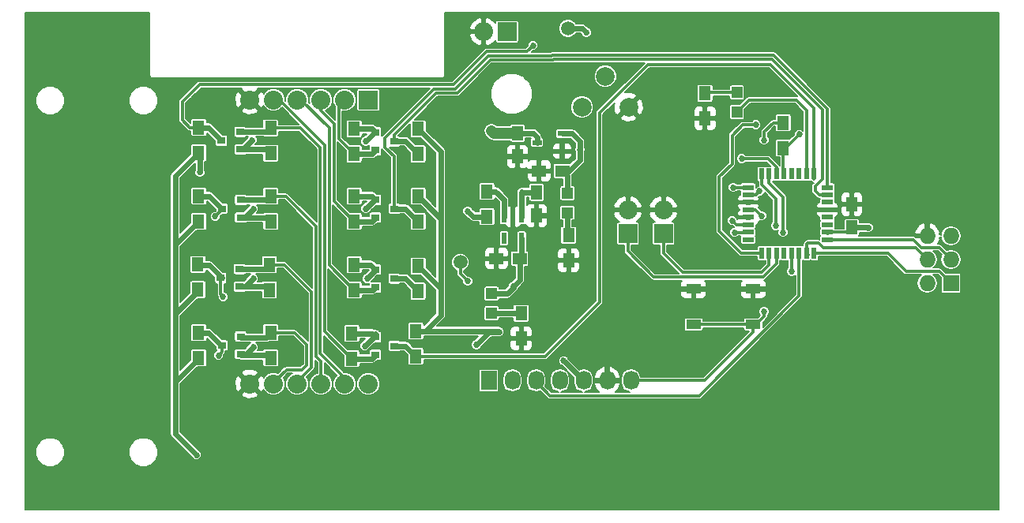
<source format=gtl>
G04 #@! TF.FileFunction,Copper,L1,Top,Signal*
%FSLAX46Y46*%
G04 Gerber Fmt 4.6, Leading zero omitted, Abs format (unit mm)*
G04 Created by KiCad (PCBNEW 4.0.0-2.201512072331+6194~38~ubuntu14.04.1-stable) date Sun 31 Jul 2016 10:05:07 AM CEST*
%MOMM*%
G01*
G04 APERTURE LIST*
%ADD10C,0.100000*%
%ADD11R,1.727200X1.727200*%
%ADD12O,1.727200X1.727200*%
%ADD13R,1.250000X1.500000*%
%ADD14R,1.500000X1.250000*%
%ADD15R,1.200000X0.600000*%
%ADD16R,0.600000X1.200000*%
%ADD17R,2.032000X2.032000*%
%ADD18O,2.032000X2.032000*%
%ADD19R,0.900000X0.800000*%
%ADD20R,1.300000X1.500000*%
%ADD21C,2.000000*%
%ADD22R,1.000000X0.600000*%
%ADD23C,2.032000*%
%ADD24R,1.198880X1.198880*%
%ADD25R,1.600000X1.000000*%
%ADD26C,1.500000*%
%ADD27R,1.727200X2.032000*%
%ADD28O,1.727200X2.032000*%
%ADD29C,0.685800*%
%ADD30C,0.609600*%
%ADD31C,1.219200*%
%ADD32C,0.304800*%
%ADD33C,0.152400*%
G04 APERTURE END LIST*
D10*
D11*
X196037200Y-94335600D03*
D12*
X193497200Y-94335600D03*
X196037200Y-91795600D03*
X193497200Y-91795600D03*
X196037200Y-89255600D03*
X193497200Y-89255600D03*
D13*
X151638000Y-84602000D03*
X151638000Y-87102000D03*
X149606000Y-78252000D03*
X149606000Y-80752000D03*
D14*
X154412000Y-82296000D03*
X151912000Y-82296000D03*
X149840000Y-91694000D03*
X147340000Y-91694000D03*
D13*
X185420000Y-88372000D03*
X185420000Y-85872000D03*
D15*
X174312000Y-84068000D03*
X174312000Y-84868000D03*
X174312000Y-85668000D03*
X174312000Y-86468000D03*
X174312000Y-87268000D03*
X174312000Y-88068000D03*
X174312000Y-88868000D03*
X174312000Y-89668000D03*
D16*
X175762000Y-91118000D03*
X176562000Y-91118000D03*
X177362000Y-91118000D03*
X178162000Y-91118000D03*
X178962000Y-91118000D03*
X179762000Y-91118000D03*
X180562000Y-91118000D03*
X181362000Y-91118000D03*
D15*
X182812000Y-89668000D03*
X182812000Y-88868000D03*
X182812000Y-88068000D03*
X182812000Y-87268000D03*
X182812000Y-86468000D03*
X182812000Y-85668000D03*
X182812000Y-84868000D03*
X182812000Y-84068000D03*
D16*
X181362000Y-82618000D03*
X180562000Y-82618000D03*
X179762000Y-82618000D03*
X178962000Y-82618000D03*
X178162000Y-82618000D03*
X177362000Y-82618000D03*
X176562000Y-82618000D03*
X175762000Y-82618000D03*
D17*
X148488400Y-67360800D03*
D18*
X145948400Y-67360800D03*
D19*
X134381240Y-78171000D03*
X134381240Y-80071000D03*
X136380220Y-79121000D03*
X134381240Y-85410000D03*
X134381240Y-87310000D03*
X136380220Y-86360000D03*
X119872760Y-79994800D03*
X119872760Y-78094800D03*
X117873780Y-79044800D03*
X119796560Y-94726800D03*
X119796560Y-92826800D03*
X117797580Y-93776800D03*
X119923560Y-101965800D03*
X119923560Y-100065800D03*
X117924580Y-101015800D03*
X119923560Y-87310000D03*
X119923560Y-85410000D03*
X117924580Y-86360000D03*
X134381240Y-92903000D03*
X134381240Y-94803000D03*
X136380220Y-93853000D03*
X134381240Y-100142000D03*
X134381240Y-102042000D03*
X136380220Y-101092000D03*
D20*
X146304000Y-87202000D03*
X146304000Y-84502000D03*
X132080000Y-77771000D03*
X132080000Y-80471000D03*
X138938000Y-77771000D03*
X138938000Y-80471000D03*
X132080000Y-85010000D03*
X132080000Y-87710000D03*
X138938000Y-85010000D03*
X138938000Y-87710000D03*
X123139200Y-80394800D03*
X123139200Y-77694800D03*
X115417600Y-80344000D03*
X115417600Y-77644000D03*
X123012200Y-95076000D03*
X123012200Y-92376000D03*
X115341400Y-95025200D03*
X115341400Y-92325200D03*
X123139200Y-102365800D03*
X123139200Y-99665800D03*
X115417600Y-102365800D03*
X115417600Y-99665800D03*
X123139200Y-87710000D03*
X123139200Y-85010000D03*
X115417600Y-87710000D03*
X115417600Y-85010000D03*
X132080000Y-92376000D03*
X132080000Y-95076000D03*
X138938000Y-92503000D03*
X138938000Y-95203000D03*
X131826000Y-99742000D03*
X131826000Y-102442000D03*
X138684000Y-99488000D03*
X138684000Y-102188000D03*
X178054000Y-77136000D03*
X178054000Y-79836000D03*
D17*
X165227000Y-89027000D03*
D18*
X165227000Y-86487000D03*
D21*
X159004000Y-72137000D03*
X156504000Y-75437000D03*
X161504000Y-75437000D03*
D22*
X154385000Y-80198000D03*
X154385000Y-78298000D03*
X151685000Y-79248000D03*
D16*
X150048000Y-87242000D03*
X149098000Y-87242000D03*
X148148000Y-87242000D03*
X148148000Y-89542000D03*
X150048000Y-89542000D03*
D23*
X120904000Y-74676000D03*
X123444000Y-74676000D03*
X125984000Y-74676000D03*
X128524000Y-74676000D03*
X131064000Y-74676000D03*
D17*
X133604000Y-74676000D03*
D23*
X133604000Y-105156000D03*
X131064000Y-105156000D03*
X128524000Y-105156000D03*
X125984000Y-105156000D03*
X123444000Y-105156000D03*
X120904000Y-105156000D03*
D24*
X154940000Y-84675980D03*
X154940000Y-86774020D03*
X146812000Y-95470980D03*
X146812000Y-97569020D03*
X173101000Y-75979020D03*
X173101000Y-73880980D03*
D20*
X155067000Y-89201000D03*
X155067000Y-91901000D03*
X149987000Y-97583000D03*
X149987000Y-100283000D03*
X169672000Y-76661000D03*
X169672000Y-73961000D03*
D25*
X174853200Y-98775600D03*
X168453200Y-98775600D03*
X174853200Y-94975600D03*
X168453200Y-94975600D03*
D26*
X155000000Y-67000000D03*
X143459200Y-92100400D03*
D27*
X146507200Y-104800400D03*
D28*
X149047200Y-104800400D03*
X151587200Y-104800400D03*
X154127200Y-104800400D03*
X156667200Y-104800400D03*
X159207200Y-104800400D03*
X161747200Y-104800400D03*
D17*
X161417000Y-89027000D03*
D18*
X161417000Y-86487000D03*
D29*
X150114000Y-84582000D03*
X144272000Y-86614000D03*
X146812000Y-77978000D03*
X133350000Y-82550000D03*
X186067720Y-95499737D03*
X171500800Y-80492600D03*
X196519800Y-112293400D03*
X186004200Y-80518000D03*
X171424600Y-95529400D03*
X144272000Y-94132400D03*
X121285000Y-93853000D03*
X121285000Y-101219000D03*
X121158000Y-78994000D03*
X121285000Y-86360000D03*
X133223000Y-101092000D03*
X133477000Y-93853000D03*
X133350000Y-86360000D03*
X133350000Y-79121000D03*
X149148800Y-94665800D03*
X172720000Y-84074000D03*
X178054000Y-88900000D03*
X175133000Y-77343000D03*
X173609000Y-80975200D03*
X175539400Y-84480400D03*
X177241200Y-88163400D03*
X172847000Y-88900000D03*
X151257000Y-68834000D03*
X118046520Y-95811994D03*
X117551200Y-102108000D03*
X117195600Y-87172800D03*
X145186400Y-100939600D03*
X154533600Y-102666800D03*
X147624800Y-99568000D03*
X115570000Y-82423000D03*
X156972000Y-67437000D03*
X176022000Y-78994000D03*
X172593000Y-87630000D03*
X175768000Y-87122000D03*
X115189000Y-112776000D03*
X156273500Y-80010000D03*
X187198000Y-88392000D03*
X176022807Y-97384407D03*
X179781200Y-78384400D03*
X178968400Y-93065600D03*
D30*
X149606000Y-78252000D02*
X151277000Y-78252000D01*
X151685000Y-78660000D02*
X151685000Y-79248000D01*
X151277000Y-78252000D02*
X151685000Y-78660000D01*
X151618000Y-84582000D02*
X150114000Y-84582000D01*
X150048000Y-84648000D02*
X150048000Y-87242000D01*
X150048000Y-84648000D02*
X150114000Y-84582000D01*
X151618000Y-84582000D02*
X151638000Y-84602000D01*
X146304000Y-87202000D02*
X144860000Y-87202000D01*
X144860000Y-87202000D02*
X144272000Y-86614000D01*
D31*
X149606000Y-78252000D02*
X147086000Y-78252000D01*
X147086000Y-78252000D02*
X146812000Y-77978000D01*
D32*
X143459200Y-92100400D02*
X143459200Y-93319600D01*
X143459200Y-93319600D02*
X144272000Y-94132400D01*
D30*
X149148800Y-94665800D02*
X149148800Y-94818200D01*
X148496020Y-95470980D02*
X146812000Y-95470980D01*
X149148800Y-94818200D02*
X148496020Y-95470980D01*
X119923560Y-94726800D02*
X120411200Y-94726800D01*
X120411200Y-94726800D02*
X121285000Y-93853000D01*
X119923560Y-94726800D02*
X122739200Y-94726800D01*
X122739200Y-94726800D02*
X123139200Y-95126800D01*
X119923560Y-102092800D02*
X120411200Y-102092800D01*
X120411200Y-102092800D02*
X121285000Y-101219000D01*
X119923560Y-102092800D02*
X120253800Y-102092800D01*
X119923560Y-102092800D02*
X122790000Y-102092800D01*
X122790000Y-102092800D02*
X123139200Y-102442000D01*
X119872760Y-79994800D02*
X120157200Y-79994800D01*
X120157200Y-79994800D02*
X121158000Y-78994000D01*
X119923560Y-87310000D02*
X120335000Y-87310000D01*
X120335000Y-87310000D02*
X121285000Y-86360000D01*
X134381240Y-100142000D02*
X134173000Y-100142000D01*
X134173000Y-100142000D02*
X133223000Y-101092000D01*
X134381240Y-92903000D02*
X134381240Y-92948760D01*
X134381240Y-92948760D02*
X133477000Y-93853000D01*
X134381240Y-85410000D02*
X134300000Y-85410000D01*
X134300000Y-85410000D02*
X133350000Y-86360000D01*
X134381240Y-78171000D02*
X134300000Y-78171000D01*
X134300000Y-78171000D02*
X133350000Y-79121000D01*
X119872760Y-79994800D02*
X120253800Y-79994800D01*
X131826000Y-99742000D02*
X133981240Y-99742000D01*
X133981240Y-99742000D02*
X134381240Y-100142000D01*
X132080000Y-92376000D02*
X133854240Y-92376000D01*
X133854240Y-92376000D02*
X134381240Y-92903000D01*
X132080000Y-85010000D02*
X133981240Y-85010000D01*
X133981240Y-85010000D02*
X134381240Y-85410000D01*
X132080000Y-77771000D02*
X133981240Y-77771000D01*
X133981240Y-77771000D02*
X134381240Y-78171000D01*
X134381240Y-100142000D02*
X134381240Y-99806760D01*
X133981240Y-99742000D02*
X134381240Y-100142000D01*
X119872760Y-79994800D02*
X122739200Y-79994800D01*
X122739200Y-79994800D02*
X123139200Y-80394800D01*
X119923560Y-87310000D02*
X122739200Y-87310000D01*
X122739200Y-87310000D02*
X123139200Y-87710000D01*
X149840000Y-91694000D02*
X149840000Y-93974600D01*
X149840000Y-93974600D02*
X149148800Y-94665800D01*
X150048000Y-89542000D02*
X150048000Y-91486000D01*
X150048000Y-91486000D02*
X149840000Y-91694000D01*
X150048000Y-91486000D02*
X149840000Y-91694000D01*
D32*
X172726000Y-84068000D02*
X174312000Y-84068000D01*
X172720000Y-84074000D02*
X172726000Y-84068000D01*
X176562000Y-82618000D02*
X176562000Y-83598000D01*
X178054000Y-85090000D02*
X178054000Y-88900000D01*
X176562000Y-83598000D02*
X178054000Y-85090000D01*
X175762000Y-91118000D02*
X173541000Y-91118000D01*
X173541000Y-91118000D02*
X171196000Y-88773000D01*
X173736000Y-77343000D02*
X175133000Y-77343000D01*
X172593000Y-78486000D02*
X173736000Y-77343000D01*
X172593000Y-81534000D02*
X172593000Y-78486000D01*
X171196000Y-82931000D02*
X172593000Y-81534000D01*
X171196000Y-88773000D02*
X171196000Y-82931000D01*
X165227000Y-89027000D02*
X165227000Y-91109800D01*
X165227000Y-91109800D02*
X167316709Y-93199509D01*
X167316709Y-93199509D02*
X175735691Y-93199509D01*
X175735691Y-93199509D02*
X176562000Y-92373200D01*
X176562000Y-92373200D02*
X176562000Y-91118000D01*
X177362000Y-91118000D02*
X177362000Y-92233600D01*
X177362000Y-92233600D02*
X175920400Y-93675200D01*
X175920400Y-93675200D02*
X164185600Y-93675200D01*
X164185600Y-93675200D02*
X161417000Y-90906600D01*
X161417000Y-90906600D02*
X161417000Y-89027000D01*
X169051442Y-106426000D02*
X153060400Y-106426000D01*
X153060400Y-106426000D02*
X151587200Y-104952800D01*
X151587200Y-104952800D02*
X151587200Y-104800400D01*
X179762000Y-91118000D02*
X179762000Y-95715442D01*
X179762000Y-95715442D02*
X169051442Y-106426000D01*
X177362000Y-81934200D02*
X177362000Y-82618000D01*
X176403000Y-80975200D02*
X177362000Y-81934200D01*
X173609000Y-80975200D02*
X176403000Y-80975200D01*
X175151800Y-84868000D02*
X174312000Y-84868000D01*
X175539400Y-84480400D02*
X175151800Y-84868000D01*
X175762000Y-82618000D02*
X175762000Y-83763200D01*
X177266600Y-88138000D02*
X177241200Y-88163400D01*
X177266600Y-85267800D02*
X177266600Y-88138000D01*
X175762000Y-83763200D02*
X177266600Y-85267800D01*
D30*
X136380220Y-93853000D02*
X137588000Y-93853000D01*
X137588000Y-93853000D02*
X138938000Y-95203000D01*
X146304000Y-84502000D02*
X147240000Y-84502000D01*
X148148000Y-85410000D02*
X148148000Y-87242000D01*
X147240000Y-84502000D02*
X148148000Y-85410000D01*
D32*
X138684000Y-102188000D02*
X152574000Y-102188000D01*
X181362000Y-75571000D02*
X181362000Y-82618000D01*
X176657000Y-70866000D02*
X181362000Y-75571000D01*
X163576000Y-70866000D02*
X176657000Y-70866000D01*
X158369000Y-76073000D02*
X163576000Y-70866000D01*
X158369000Y-96393000D02*
X158369000Y-76073000D01*
X152574000Y-102188000D02*
X158369000Y-96393000D01*
X181362000Y-83179000D02*
X181362000Y-82618000D01*
D30*
X136380220Y-101092000D02*
X137588000Y-101092000D01*
X137588000Y-101092000D02*
X138684000Y-102188000D01*
D32*
X182812000Y-75624000D02*
X182812000Y-83463200D01*
X177038000Y-69850000D02*
X182812000Y-75624000D01*
X182812000Y-83463200D02*
X182812000Y-84068000D01*
X153300593Y-69850000D02*
X177038000Y-69850000D01*
X140651381Y-73482211D02*
X142937382Y-73482211D01*
X135382000Y-79756000D02*
X135382000Y-78751592D01*
X136380220Y-80754220D02*
X135382000Y-79756000D01*
X153224382Y-69926211D02*
X153300593Y-69850000D01*
X135382000Y-78751592D02*
X140651381Y-73482211D01*
X136380220Y-86360000D02*
X136380220Y-80754220D01*
X146493382Y-69926211D02*
X153224382Y-69926211D01*
X142937382Y-73482211D02*
X146493382Y-69926211D01*
D30*
X136380220Y-86360000D02*
X137588000Y-86360000D01*
X137588000Y-86360000D02*
X138938000Y-87710000D01*
D32*
X172847000Y-88900000D02*
X174280000Y-88900000D01*
X174280000Y-88900000D02*
X174312000Y-88868000D01*
X146304000Y-69469000D02*
X150622000Y-69469000D01*
X150622000Y-69469000D02*
X151257000Y-68834000D01*
X142748000Y-73025000D02*
X146304000Y-69469000D01*
X115532894Y-73025000D02*
X142748000Y-73025000D01*
X113665000Y-76846200D02*
X113665000Y-74892894D01*
X113665000Y-74892894D02*
X115532894Y-73025000D01*
X115417600Y-77644000D02*
X114462800Y-77644000D01*
X114462800Y-77644000D02*
X113665000Y-76846200D01*
D30*
X115417600Y-77644000D02*
X116472980Y-77644000D01*
X116472980Y-77644000D02*
X117873780Y-79044800D01*
D32*
X180562000Y-91118000D02*
X180562000Y-90151200D01*
X180562000Y-90151200D02*
X180695600Y-90017600D01*
X180695600Y-90017600D02*
X181813200Y-90017600D01*
X181813200Y-90017600D02*
X182372000Y-90576400D01*
X182372000Y-90576400D02*
X192278000Y-90576400D01*
X192278000Y-90576400D02*
X193497200Y-91795600D01*
X117797580Y-95563054D02*
X118046520Y-95811994D01*
X117797580Y-93776800D02*
X117797580Y-95563054D01*
X180721000Y-91277000D02*
X180562000Y-91118000D01*
D30*
X115417600Y-92426800D02*
X116574580Y-92426800D01*
X116574580Y-92426800D02*
X117924580Y-93776800D01*
D32*
X181362000Y-91118000D02*
X189263600Y-91118000D01*
X189263600Y-91118000D02*
X191211200Y-93065600D01*
X191211200Y-93065600D02*
X194767200Y-93065600D01*
X194767200Y-93065600D02*
X196037200Y-94335600D01*
X117924580Y-101734620D02*
X117551200Y-102108000D01*
X117924580Y-101015800D02*
X117924580Y-101734620D01*
X117924580Y-101015800D02*
X117874580Y-101015800D01*
X181362000Y-91573000D02*
X181362000Y-91118000D01*
X181415000Y-91118000D02*
X181362000Y-91118000D01*
D30*
X115468400Y-99691200D02*
X116472980Y-99691200D01*
X116472980Y-99691200D02*
X117924580Y-101142800D01*
D32*
X182812000Y-89668000D02*
X192016182Y-89668000D01*
X192016182Y-89668000D02*
X192873782Y-90525600D01*
X192873782Y-90525600D02*
X194767200Y-90525600D01*
X194767200Y-90525600D02*
X196037200Y-91795600D01*
X117924580Y-86360000D02*
X117924580Y-86443820D01*
X117924580Y-86443820D02*
X117195600Y-87172800D01*
D30*
X115417600Y-85010000D02*
X116574580Y-85010000D01*
X116574580Y-85010000D02*
X117924580Y-86360000D01*
D32*
X153489975Y-70307211D02*
X176848619Y-70307211D01*
X153413764Y-70383422D02*
X153489975Y-70307211D01*
X143126764Y-73939422D02*
X146682764Y-70383422D01*
X140856998Y-73939422D02*
X143126764Y-73939422D01*
X136380220Y-78416200D02*
X140856998Y-73939422D01*
X182245000Y-83185000D02*
X181483000Y-83947000D01*
X182245000Y-75703592D02*
X182245000Y-83185000D01*
X181907200Y-84868000D02*
X182812000Y-84868000D01*
X181483000Y-84443800D02*
X181907200Y-84868000D01*
X181483000Y-83947000D02*
X181483000Y-84443800D01*
X146682764Y-70383422D02*
X153413764Y-70383422D01*
X136380220Y-79121000D02*
X136380220Y-78416200D01*
X176848619Y-70307211D02*
X182245000Y-75703592D01*
D30*
X136380220Y-79121000D02*
X137588000Y-79121000D01*
X137588000Y-79121000D02*
X138938000Y-80471000D01*
D32*
X131064000Y-74676000D02*
X130937000Y-74676000D01*
X130937000Y-74676000D02*
X130429000Y-75184000D01*
X130429000Y-75184000D02*
X130429000Y-78820000D01*
X130429000Y-78820000D02*
X132080000Y-80471000D01*
D30*
X132080000Y-80471000D02*
X133981240Y-80471000D01*
X133981240Y-80471000D02*
X134381240Y-80071000D01*
D32*
X128524000Y-74676000D02*
X128524000Y-75819000D01*
X128524000Y-75819000D02*
X129921000Y-77216000D01*
X129921000Y-77216000D02*
X129921000Y-85551000D01*
X129921000Y-85551000D02*
X132080000Y-87710000D01*
D30*
X132080000Y-87710000D02*
X133981240Y-87710000D01*
X133981240Y-87710000D02*
X134381240Y-87310000D01*
D32*
X131064000Y-105156000D02*
X131064000Y-104521000D01*
X131064000Y-104521000D02*
X128447798Y-101904798D01*
X128447798Y-101904798D02*
X128447798Y-79806798D01*
X128447798Y-79806798D02*
X126335800Y-77694800D01*
X126335800Y-77694800D02*
X123139200Y-77694800D01*
D30*
X119872760Y-78094800D02*
X122739200Y-78094800D01*
X122739200Y-78094800D02*
X123139200Y-77694800D01*
D32*
X125984000Y-105156000D02*
X125984000Y-104902000D01*
X125984000Y-104902000D02*
X127508000Y-103378000D01*
X127508000Y-103378000D02*
X127508000Y-95250000D01*
X127508000Y-95250000D02*
X124634000Y-92376000D01*
X124634000Y-92376000D02*
X123012200Y-92376000D01*
D30*
X119923560Y-92826800D02*
X122739200Y-92826800D01*
X122739200Y-92826800D02*
X123139200Y-92426800D01*
D32*
X125831590Y-105003590D02*
X125984000Y-105156000D01*
X123444000Y-105156000D02*
X123444000Y-105029000D01*
X123444000Y-105029000D02*
X124841000Y-103632000D01*
X124841000Y-103632000D02*
X126492000Y-103632000D01*
X126492000Y-103632000D02*
X127000000Y-103124000D01*
X127000000Y-103124000D02*
X127000000Y-100965000D01*
X127000000Y-100965000D02*
X125700800Y-99665800D01*
X125700800Y-99665800D02*
X123139200Y-99665800D01*
D30*
X119923560Y-100192800D02*
X122688400Y-100192800D01*
X122688400Y-100192800D02*
X123139200Y-99742000D01*
D32*
X128524000Y-105156000D02*
X128524000Y-102743000D01*
X128524000Y-102743000D02*
X127990596Y-102209596D01*
X127990596Y-102209596D02*
X127990596Y-88239596D01*
X127990596Y-88239596D02*
X124761000Y-85010000D01*
X124761000Y-85010000D02*
X123139200Y-85010000D01*
D30*
X119923560Y-85410000D02*
X122739200Y-85410000D01*
X122739200Y-85410000D02*
X123139200Y-85010000D01*
D32*
X125984000Y-74676000D02*
X126415798Y-74676000D01*
X126415798Y-74676000D02*
X129413000Y-77673202D01*
X129413000Y-77673202D02*
X129413000Y-92409000D01*
X129413000Y-92409000D02*
X132080000Y-95076000D01*
D30*
X132080000Y-95076000D02*
X134108240Y-95076000D01*
X134108240Y-95076000D02*
X134381240Y-94803000D01*
D32*
X123444000Y-74676000D02*
X124079000Y-74676000D01*
X124079000Y-74676000D02*
X128905000Y-79502000D01*
X128905000Y-79502000D02*
X128905000Y-99521000D01*
X128905000Y-99521000D02*
X131826000Y-102442000D01*
D30*
X131826000Y-102442000D02*
X133981240Y-102442000D01*
X133981240Y-102442000D02*
X134381240Y-102042000D01*
D32*
X132080000Y-102442000D02*
X132080000Y-102342000D01*
D30*
X147624800Y-99568000D02*
X146558000Y-99568000D01*
X146558000Y-99568000D02*
X145186400Y-100939600D01*
X156667200Y-104800400D02*
X154533600Y-102666800D01*
X138684000Y-99488000D02*
X147544800Y-99488000D01*
X147544800Y-99488000D02*
X147624800Y-99568000D01*
X115570000Y-82423000D02*
X115570000Y-80496400D01*
X115570000Y-80496400D02*
X115417600Y-80344000D01*
X155000000Y-67000000D02*
X156535000Y-67000000D01*
X156535000Y-67000000D02*
X156972000Y-67437000D01*
D32*
X178054000Y-77136000D02*
X176991000Y-77136000D01*
X176022000Y-78105000D02*
X176022000Y-78994000D01*
X176991000Y-77136000D02*
X176022000Y-78105000D01*
D30*
X154412000Y-82296000D02*
X154432000Y-82296000D01*
X154432000Y-82296000D02*
X154940000Y-82804000D01*
X154940000Y-82804000D02*
X154940000Y-84675980D01*
D32*
X174312000Y-88068000D02*
X173031000Y-88068000D01*
X173031000Y-88068000D02*
X172593000Y-87630000D01*
X174312000Y-86468000D02*
X175114000Y-86468000D01*
X175114000Y-86468000D02*
X175768000Y-87122000D01*
D30*
X141351000Y-87423000D02*
X141351000Y-80184000D01*
X141351000Y-80184000D02*
X138938000Y-77771000D01*
X141351000Y-94996000D02*
X141351000Y-87423000D01*
X141351000Y-87423000D02*
X138938000Y-85010000D01*
X138684000Y-99488000D02*
X139653000Y-99488000D01*
X139653000Y-99488000D02*
X141351000Y-97790000D01*
X141351000Y-97790000D02*
X141351000Y-94996000D01*
X141351000Y-94996000D02*
X141351000Y-94916000D01*
X141351000Y-94916000D02*
X138938000Y-92503000D01*
X112903000Y-90297000D02*
X112903000Y-82858600D01*
X112903000Y-82858600D02*
X115417600Y-80344000D01*
X112903000Y-97663000D02*
X112903000Y-90297000D01*
X112903000Y-90297000D02*
X112903000Y-90224600D01*
X112903000Y-90224600D02*
X115417600Y-87710000D01*
X112903000Y-105029000D02*
X112903000Y-97663000D01*
X112903000Y-97663000D02*
X112903000Y-97641400D01*
X112903000Y-97641400D02*
X115417600Y-95126800D01*
X115189000Y-112776000D02*
X112903000Y-110490000D01*
X112903000Y-110490000D02*
X112903000Y-105029000D01*
X112903000Y-105029000D02*
X112903000Y-104956600D01*
X112903000Y-104956600D02*
X115468400Y-102391200D01*
X156273500Y-80010000D02*
X156273500Y-79121000D01*
X156273500Y-81153000D02*
X156273500Y-80010000D01*
X155130500Y-82296000D02*
X156273500Y-81153000D01*
X155450500Y-78298000D02*
X154385000Y-78298000D01*
X156273500Y-79121000D02*
X155450500Y-78298000D01*
X154412000Y-82296000D02*
X155130500Y-82296000D01*
X185420000Y-88372000D02*
X187178000Y-88372000D01*
X187178000Y-88372000D02*
X187198000Y-88392000D01*
D32*
X182812000Y-88868000D02*
X184924000Y-88868000D01*
X184924000Y-88868000D02*
X185420000Y-88372000D01*
D30*
X182824000Y-88880000D02*
X182812000Y-88868000D01*
X154940000Y-86774020D02*
X154940000Y-89074000D01*
X154940000Y-89074000D02*
X155067000Y-89201000D01*
X146812000Y-97569020D02*
X149973020Y-97569020D01*
X149973020Y-97569020D02*
X149987000Y-97583000D01*
D32*
X180562000Y-82618000D02*
X180562000Y-75787000D01*
X174404020Y-74676000D02*
X173101000Y-75979020D01*
X179451000Y-74676000D02*
X174404020Y-74676000D01*
X180562000Y-75787000D02*
X179451000Y-74676000D01*
X173101000Y-73880980D02*
X169752020Y-73880980D01*
X169752020Y-73880980D02*
X169672000Y-73961000D01*
X176022807Y-97869340D02*
X176022807Y-97384407D01*
X175153200Y-98775600D02*
X176022807Y-97905993D01*
X174853200Y-98775600D02*
X175153200Y-98775600D01*
X176022807Y-97905993D02*
X176022807Y-97869340D01*
X178054000Y-79836000D02*
X178329600Y-79836000D01*
X178329600Y-79836000D02*
X179781200Y-78384400D01*
X168453200Y-98775600D02*
X174853200Y-98775600D01*
X174853200Y-98775600D02*
X174853200Y-99580400D01*
X174853200Y-99580400D02*
X169633200Y-104800400D01*
X169633200Y-104800400D02*
X162915600Y-104800400D01*
X162915600Y-104800400D02*
X161747200Y-104800400D01*
X178054000Y-79836000D02*
X178054000Y-82510000D01*
X178054000Y-82510000D02*
X178162000Y-82618000D01*
X178054000Y-82510000D02*
X178162000Y-82618000D01*
D33*
X178134000Y-82590000D02*
X178162000Y-82618000D01*
D32*
X178968400Y-93065600D02*
X178962000Y-93059200D01*
X178962000Y-93059200D02*
X178962000Y-91118000D01*
X178968400Y-91124400D02*
X178962000Y-91118000D01*
X179019200Y-91175200D02*
X178962000Y-91118000D01*
X178943000Y-91137000D02*
X178962000Y-91118000D01*
X178962000Y-91118000D02*
X179070000Y-91226000D01*
D33*
G36*
X110171400Y-72000000D02*
X110196413Y-72125750D01*
X110267645Y-72232355D01*
X110374250Y-72303587D01*
X110500000Y-72328600D01*
X141500000Y-72328600D01*
X141625750Y-72303587D01*
X141732355Y-72232355D01*
X141803587Y-72125750D01*
X141828600Y-72000000D01*
X141828600Y-67785189D01*
X144405489Y-67785189D01*
X144685343Y-68343331D01*
X145157486Y-68751891D01*
X145524013Y-68903699D01*
X145770600Y-68804039D01*
X145770600Y-67538600D01*
X144504146Y-67538600D01*
X144405489Y-67785189D01*
X141828600Y-67785189D01*
X141828600Y-66936411D01*
X144405489Y-66936411D01*
X144504146Y-67183000D01*
X145770600Y-67183000D01*
X145770600Y-65917561D01*
X146126200Y-65917561D01*
X146126200Y-67183000D01*
X146146200Y-67183000D01*
X146146200Y-67538600D01*
X146126200Y-67538600D01*
X146126200Y-68804039D01*
X146372787Y-68903699D01*
X146739314Y-68751891D01*
X147211457Y-68343331D01*
X147239322Y-68287757D01*
X147239322Y-68376800D01*
X147255262Y-68461514D01*
X147305328Y-68539318D01*
X147381720Y-68591515D01*
X147472400Y-68609878D01*
X149504400Y-68609878D01*
X149589114Y-68593938D01*
X149666918Y-68543872D01*
X149719115Y-68467480D01*
X149737478Y-68376800D01*
X149737478Y-67193802D01*
X154021230Y-67193802D01*
X154169899Y-67553608D01*
X154444944Y-67829133D01*
X154804490Y-67978430D01*
X155193802Y-67978770D01*
X155553608Y-67830101D01*
X155829133Y-67555056D01*
X155838125Y-67533400D01*
X156314058Y-67533400D01*
X156449383Y-67668725D01*
X156487224Y-67760306D01*
X156647849Y-67921211D01*
X156857823Y-68008400D01*
X157085180Y-68008599D01*
X157295306Y-67921776D01*
X157456211Y-67761151D01*
X157543400Y-67551177D01*
X157543599Y-67323820D01*
X157456776Y-67113694D01*
X157296151Y-66952789D01*
X157203772Y-66914430D01*
X156912171Y-66622829D01*
X156739123Y-66507203D01*
X156535000Y-66466600D01*
X155838451Y-66466600D01*
X155830101Y-66446392D01*
X155555056Y-66170867D01*
X155195510Y-66021570D01*
X154806198Y-66021230D01*
X154446392Y-66169899D01*
X154170867Y-66444944D01*
X154021570Y-66804490D01*
X154021230Y-67193802D01*
X149737478Y-67193802D01*
X149737478Y-66344800D01*
X149721538Y-66260086D01*
X149671472Y-66182282D01*
X149595080Y-66130085D01*
X149504400Y-66111722D01*
X147472400Y-66111722D01*
X147387686Y-66127662D01*
X147309882Y-66177728D01*
X147257685Y-66254120D01*
X147239322Y-66344800D01*
X147239322Y-66433843D01*
X147211457Y-66378269D01*
X146739314Y-65969709D01*
X146372787Y-65817901D01*
X146126200Y-65917561D01*
X145770600Y-65917561D01*
X145524013Y-65817901D01*
X145157486Y-65969709D01*
X144685343Y-66378269D01*
X144405489Y-66936411D01*
X141828600Y-66936411D01*
X141828600Y-65328600D01*
X201171400Y-65328600D01*
X201171400Y-118671400D01*
X96828600Y-118671400D01*
X96828600Y-112795523D01*
X97939464Y-112795523D01*
X98179285Y-113375935D01*
X98622965Y-113820390D01*
X99202957Y-114061224D01*
X99830963Y-114061772D01*
X100411375Y-113821951D01*
X100855830Y-113378271D01*
X101096664Y-112798279D01*
X101096666Y-112795522D01*
X107939464Y-112795522D01*
X108179285Y-113375934D01*
X108622965Y-113820389D01*
X109202957Y-114061223D01*
X109830963Y-114061771D01*
X110411375Y-113821950D01*
X110855830Y-113378270D01*
X111096664Y-112798278D01*
X111097212Y-112170272D01*
X110857391Y-111589860D01*
X110413711Y-111145405D01*
X109833719Y-110904571D01*
X109205713Y-110904023D01*
X108625301Y-111143844D01*
X108180846Y-111587524D01*
X107940012Y-112167516D01*
X107939464Y-112795522D01*
X101096666Y-112795522D01*
X101097212Y-112170273D01*
X100857391Y-111589861D01*
X100413711Y-111145406D01*
X99833719Y-110904572D01*
X99205713Y-110904024D01*
X98625301Y-111143845D01*
X98180846Y-111587525D01*
X97940012Y-112167517D01*
X97939464Y-112795523D01*
X96828600Y-112795523D01*
X96828600Y-82858600D01*
X112369600Y-82858600D01*
X112369600Y-110490000D01*
X112410203Y-110694123D01*
X112525829Y-110867171D01*
X114666383Y-113007725D01*
X114704224Y-113099306D01*
X114864849Y-113260211D01*
X115074823Y-113347400D01*
X115302180Y-113347599D01*
X115512306Y-113260776D01*
X115673211Y-113100151D01*
X115760400Y-112890177D01*
X115760599Y-112662820D01*
X115673776Y-112452694D01*
X115513151Y-112291789D01*
X115420772Y-112253430D01*
X113436400Y-110269058D01*
X113436400Y-106324580D01*
X119986868Y-106324580D01*
X120094554Y-106572599D01*
X120698279Y-106774528D01*
X121333322Y-106730052D01*
X121713446Y-106572599D01*
X121821132Y-106324580D01*
X120904000Y-105407447D01*
X119986868Y-106324580D01*
X113436400Y-106324580D01*
X113436400Y-105177542D01*
X113663662Y-104950279D01*
X119285472Y-104950279D01*
X119329948Y-105585322D01*
X119487401Y-105965446D01*
X119735420Y-106073132D01*
X120652553Y-105156000D01*
X119735420Y-104238868D01*
X119487401Y-104346554D01*
X119285472Y-104950279D01*
X113663662Y-104950279D01*
X114626521Y-103987420D01*
X119986868Y-103987420D01*
X120904000Y-104904553D01*
X121821132Y-103987420D01*
X121713446Y-103739401D01*
X121109721Y-103537472D01*
X120474678Y-103581948D01*
X120094554Y-103739401D01*
X119986868Y-103987420D01*
X114626521Y-103987420D01*
X115265063Y-103348878D01*
X116067600Y-103348878D01*
X116152314Y-103332938D01*
X116230118Y-103282872D01*
X116282315Y-103206480D01*
X116300678Y-103115800D01*
X116300678Y-101615800D01*
X116284738Y-101531086D01*
X116234672Y-101453282D01*
X116158280Y-101401085D01*
X116067600Y-101382722D01*
X114767600Y-101382722D01*
X114682886Y-101398662D01*
X114605082Y-101448728D01*
X114552885Y-101525120D01*
X114534522Y-101615800D01*
X114534522Y-102570737D01*
X113436400Y-103668858D01*
X113436400Y-98915800D01*
X114534522Y-98915800D01*
X114534522Y-100415800D01*
X114550462Y-100500514D01*
X114600528Y-100578318D01*
X114676920Y-100630515D01*
X114767600Y-100648878D01*
X116067600Y-100648878D01*
X116152314Y-100632938D01*
X116230118Y-100582872D01*
X116282315Y-100506480D01*
X116300678Y-100415800D01*
X116300678Y-100273240D01*
X117241502Y-101214063D01*
X117241502Y-101415800D01*
X117257442Y-101500514D01*
X117307508Y-101578318D01*
X117318461Y-101585802D01*
X117227894Y-101623224D01*
X117066989Y-101783849D01*
X116979800Y-101993823D01*
X116979601Y-102221180D01*
X117066424Y-102431306D01*
X117227049Y-102592211D01*
X117437023Y-102679400D01*
X117664380Y-102679599D01*
X117874506Y-102592776D01*
X118035411Y-102432151D01*
X118122600Y-102222177D01*
X118122729Y-102075287D01*
X118193988Y-102004028D01*
X118276578Y-101880423D01*
X118305580Y-101734620D01*
X118305580Y-101648878D01*
X118374580Y-101648878D01*
X118459294Y-101632938D01*
X118537098Y-101582872D01*
X118589295Y-101506480D01*
X118607658Y-101415800D01*
X118607658Y-100615800D01*
X118591718Y-100531086D01*
X118541652Y-100453282D01*
X118465260Y-100401085D01*
X118374580Y-100382722D01*
X117918843Y-100382722D01*
X116850151Y-99314029D01*
X116677103Y-99198403D01*
X116472980Y-99157800D01*
X116300678Y-99157800D01*
X116300678Y-98915800D01*
X116284738Y-98831086D01*
X116234672Y-98753282D01*
X116158280Y-98701085D01*
X116067600Y-98682722D01*
X114767600Y-98682722D01*
X114682886Y-98698662D01*
X114605082Y-98748728D01*
X114552885Y-98825120D01*
X114534522Y-98915800D01*
X113436400Y-98915800D01*
X113436400Y-97862342D01*
X115290463Y-96008278D01*
X115991400Y-96008278D01*
X116076114Y-95992338D01*
X116153918Y-95942272D01*
X116206115Y-95865880D01*
X116224478Y-95775200D01*
X116224478Y-94275200D01*
X116208538Y-94190486D01*
X116158472Y-94112682D01*
X116082080Y-94060485D01*
X115991400Y-94042122D01*
X114691400Y-94042122D01*
X114606686Y-94058062D01*
X114528882Y-94108128D01*
X114476685Y-94184520D01*
X114458322Y-94275200D01*
X114458322Y-95331737D01*
X113436400Y-96353658D01*
X113436400Y-91575200D01*
X114458322Y-91575200D01*
X114458322Y-93075200D01*
X114474262Y-93159914D01*
X114524328Y-93237718D01*
X114600720Y-93289915D01*
X114691400Y-93308278D01*
X115991400Y-93308278D01*
X116076114Y-93292338D01*
X116153918Y-93242272D01*
X116206115Y-93165880D01*
X116224478Y-93075200D01*
X116224478Y-92960200D01*
X116353638Y-92960200D01*
X117114502Y-93721064D01*
X117114502Y-94176800D01*
X117130442Y-94261514D01*
X117180508Y-94339318D01*
X117256900Y-94391515D01*
X117347580Y-94409878D01*
X117416580Y-94409878D01*
X117416580Y-95563054D01*
X117445582Y-95708857D01*
X117475072Y-95752992D01*
X117474921Y-95925174D01*
X117561744Y-96135300D01*
X117722369Y-96296205D01*
X117932343Y-96383394D01*
X118159700Y-96383593D01*
X118369826Y-96296770D01*
X118530731Y-96136145D01*
X118617920Y-95926171D01*
X118618119Y-95698814D01*
X118531296Y-95488688D01*
X118370671Y-95327783D01*
X118178580Y-95248020D01*
X118178580Y-94409878D01*
X118247580Y-94409878D01*
X118332294Y-94393938D01*
X118410098Y-94343872D01*
X118462295Y-94267480D01*
X118480658Y-94176800D01*
X118480658Y-93376800D01*
X118464718Y-93292086D01*
X118414652Y-93214282D01*
X118338260Y-93162085D01*
X118247580Y-93143722D01*
X118045844Y-93143722D01*
X116951751Y-92049629D01*
X116778703Y-91934003D01*
X116574580Y-91893400D01*
X116224478Y-91893400D01*
X116224478Y-91575200D01*
X116208538Y-91490486D01*
X116158472Y-91412682D01*
X116082080Y-91360485D01*
X115991400Y-91342122D01*
X114691400Y-91342122D01*
X114606686Y-91358062D01*
X114528882Y-91408128D01*
X114476685Y-91484520D01*
X114458322Y-91575200D01*
X113436400Y-91575200D01*
X113436400Y-90445542D01*
X115188863Y-88693078D01*
X116067600Y-88693078D01*
X116152314Y-88677138D01*
X116230118Y-88627072D01*
X116282315Y-88550680D01*
X116300678Y-88460000D01*
X116300678Y-86960000D01*
X116284738Y-86875286D01*
X116234672Y-86797482D01*
X116158280Y-86745285D01*
X116067600Y-86726922D01*
X114767600Y-86726922D01*
X114682886Y-86742862D01*
X114605082Y-86792928D01*
X114552885Y-86869320D01*
X114534522Y-86960000D01*
X114534522Y-87838737D01*
X113436400Y-88936858D01*
X113436400Y-84260000D01*
X114534522Y-84260000D01*
X114534522Y-85760000D01*
X114550462Y-85844714D01*
X114600528Y-85922518D01*
X114676920Y-85974715D01*
X114767600Y-85993078D01*
X116067600Y-85993078D01*
X116152314Y-85977138D01*
X116230118Y-85927072D01*
X116282315Y-85850680D01*
X116300678Y-85760000D01*
X116300678Y-85543400D01*
X116353638Y-85543400D01*
X117241502Y-86431264D01*
X117241502Y-86588082D01*
X117228256Y-86601329D01*
X117082420Y-86601201D01*
X116872294Y-86688024D01*
X116711389Y-86848649D01*
X116624200Y-87058623D01*
X116624001Y-87285980D01*
X116710824Y-87496106D01*
X116871449Y-87657011D01*
X117081423Y-87744200D01*
X117308780Y-87744399D01*
X117518906Y-87657576D01*
X117679811Y-87496951D01*
X117767000Y-87286977D01*
X117767129Y-87140087D01*
X117914137Y-86993078D01*
X118374580Y-86993078D01*
X118459294Y-86977138D01*
X118537098Y-86927072D01*
X118589295Y-86850680D01*
X118607658Y-86760000D01*
X118607658Y-85960000D01*
X118591718Y-85875286D01*
X118541652Y-85797482D01*
X118465260Y-85745285D01*
X118374580Y-85726922D01*
X118045844Y-85726922D01*
X116951751Y-84632829D01*
X116778703Y-84517203D01*
X116574580Y-84476600D01*
X116300678Y-84476600D01*
X116300678Y-84260000D01*
X116284738Y-84175286D01*
X116234672Y-84097482D01*
X116158280Y-84045285D01*
X116067600Y-84026922D01*
X114767600Y-84026922D01*
X114682886Y-84042862D01*
X114605082Y-84092928D01*
X114552885Y-84169320D01*
X114534522Y-84260000D01*
X113436400Y-84260000D01*
X113436400Y-83079542D01*
X115036600Y-81479341D01*
X115036600Y-82217309D01*
X114998600Y-82308823D01*
X114998401Y-82536180D01*
X115085224Y-82746306D01*
X115245849Y-82907211D01*
X115455823Y-82994400D01*
X115683180Y-82994599D01*
X115893306Y-82907776D01*
X116054211Y-82747151D01*
X116141400Y-82537177D01*
X116141599Y-82309820D01*
X116103400Y-82217372D01*
X116103400Y-81320342D01*
X116152314Y-81311138D01*
X116230118Y-81261072D01*
X116282315Y-81184680D01*
X116300678Y-81094000D01*
X116300678Y-79594000D01*
X116284738Y-79509286D01*
X116234672Y-79431482D01*
X116158280Y-79379285D01*
X116067600Y-79360922D01*
X114767600Y-79360922D01*
X114682886Y-79376862D01*
X114605082Y-79426928D01*
X114552885Y-79503320D01*
X114534522Y-79594000D01*
X114534522Y-80472737D01*
X112525829Y-82481429D01*
X112410203Y-82654477D01*
X112369600Y-82858600D01*
X96828600Y-82858600D01*
X96828600Y-75065522D01*
X97939464Y-75065522D01*
X98179285Y-75645934D01*
X98622965Y-76090389D01*
X99202957Y-76331223D01*
X99830963Y-76331771D01*
X100411375Y-76091950D01*
X100855830Y-75648270D01*
X101096664Y-75068278D01*
X101096666Y-75065522D01*
X107939465Y-75065522D01*
X108179286Y-75645934D01*
X108622966Y-76090389D01*
X109202958Y-76331223D01*
X109830964Y-76331771D01*
X110411376Y-76091950D01*
X110855831Y-75648270D01*
X111096665Y-75068278D01*
X111096818Y-74892894D01*
X113284000Y-74892894D01*
X113284000Y-76846200D01*
X113313002Y-76992003D01*
X113395592Y-77115608D01*
X114193390Y-77913405D01*
X114193392Y-77913408D01*
X114285756Y-77975123D01*
X114316998Y-77995998D01*
X114462800Y-78025001D01*
X114462805Y-78025000D01*
X114534522Y-78025000D01*
X114534522Y-78394000D01*
X114550462Y-78478714D01*
X114600528Y-78556518D01*
X114676920Y-78608715D01*
X114767600Y-78627078D01*
X116067600Y-78627078D01*
X116152314Y-78611138D01*
X116230118Y-78561072D01*
X116282315Y-78484680D01*
X116300678Y-78394000D01*
X116300678Y-78226040D01*
X117190702Y-79116064D01*
X117190702Y-79444800D01*
X117206642Y-79529514D01*
X117256708Y-79607318D01*
X117333100Y-79659515D01*
X117423780Y-79677878D01*
X118323780Y-79677878D01*
X118408494Y-79661938D01*
X118486298Y-79611872D01*
X118538495Y-79535480D01*
X118556858Y-79444800D01*
X118556858Y-78644800D01*
X118540918Y-78560086D01*
X118490852Y-78482282D01*
X118414460Y-78430085D01*
X118323780Y-78411722D01*
X117995044Y-78411722D01*
X116850151Y-77266829D01*
X116677103Y-77151203D01*
X116472980Y-77110600D01*
X116300678Y-77110600D01*
X116300678Y-76894000D01*
X116284738Y-76809286D01*
X116234672Y-76731482D01*
X116158280Y-76679285D01*
X116067600Y-76660922D01*
X114767600Y-76660922D01*
X114682886Y-76676862D01*
X114605082Y-76726928D01*
X114552885Y-76803320D01*
X114534522Y-76894000D01*
X114534522Y-77176907D01*
X114046000Y-76688384D01*
X114046000Y-75844580D01*
X119986868Y-75844580D01*
X120094554Y-76092599D01*
X120698279Y-76294528D01*
X121333322Y-76250052D01*
X121713446Y-76092599D01*
X121821132Y-75844580D01*
X120904000Y-74927447D01*
X119986868Y-75844580D01*
X114046000Y-75844580D01*
X114046000Y-75050710D01*
X114626431Y-74470279D01*
X119285472Y-74470279D01*
X119329948Y-75105322D01*
X119487401Y-75485446D01*
X119735420Y-75593132D01*
X120652553Y-74676000D01*
X119735420Y-73758868D01*
X119487401Y-73866554D01*
X119285472Y-74470279D01*
X114626431Y-74470279D01*
X115690710Y-73406000D01*
X120030903Y-73406000D01*
X119986868Y-73507420D01*
X120904000Y-74424553D01*
X121821132Y-73507420D01*
X121777097Y-73406000D01*
X140188776Y-73406000D01*
X135112592Y-78482184D01*
X135064318Y-78554431D01*
X135064318Y-77771000D01*
X135048378Y-77686286D01*
X134998312Y-77608482D01*
X134921920Y-77556285D01*
X134831240Y-77537922D01*
X134502504Y-77537922D01*
X134358411Y-77393829D01*
X134185363Y-77278203D01*
X133981240Y-77237600D01*
X132963078Y-77237600D01*
X132963078Y-77021000D01*
X132947138Y-76936286D01*
X132897072Y-76858482D01*
X132820680Y-76806285D01*
X132730000Y-76787922D01*
X131430000Y-76787922D01*
X131345286Y-76803862D01*
X131267482Y-76853928D01*
X131215285Y-76930320D01*
X131196922Y-77021000D01*
X131196922Y-78521000D01*
X131212862Y-78605714D01*
X131262928Y-78683518D01*
X131339320Y-78735715D01*
X131430000Y-78754078D01*
X132730000Y-78754078D01*
X132814714Y-78738138D01*
X132892518Y-78688072D01*
X132944715Y-78611680D01*
X132963078Y-78521000D01*
X132963078Y-78304400D01*
X133412258Y-78304400D01*
X133118275Y-78598383D01*
X133026694Y-78636224D01*
X132865789Y-78796849D01*
X132778600Y-79006823D01*
X132778401Y-79234180D01*
X132865224Y-79444306D01*
X133025849Y-79605211D01*
X133235823Y-79692400D01*
X133463180Y-79692599D01*
X133673306Y-79605776D01*
X133754541Y-79524682D01*
X133716525Y-79580320D01*
X133698162Y-79671000D01*
X133698162Y-79937600D01*
X132963078Y-79937600D01*
X132963078Y-79721000D01*
X132947138Y-79636286D01*
X132897072Y-79558482D01*
X132820680Y-79506285D01*
X132730000Y-79487922D01*
X131635737Y-79487922D01*
X130810000Y-78662184D01*
X130810000Y-75918162D01*
X130815348Y-75920383D01*
X131310480Y-75920815D01*
X131768088Y-75731736D01*
X132118505Y-75381930D01*
X132308383Y-74924652D01*
X132308815Y-74429520D01*
X132119736Y-73971912D01*
X131808368Y-73660000D01*
X132354922Y-73660000D01*
X132354922Y-75692000D01*
X132370862Y-75776714D01*
X132420928Y-75854518D01*
X132497320Y-75906715D01*
X132588000Y-75925078D01*
X134620000Y-75925078D01*
X134704714Y-75909138D01*
X134782518Y-75859072D01*
X134834715Y-75782680D01*
X134853078Y-75692000D01*
X134853078Y-73660000D01*
X134837138Y-73575286D01*
X134787072Y-73497482D01*
X134710680Y-73445285D01*
X134620000Y-73426922D01*
X132588000Y-73426922D01*
X132503286Y-73442862D01*
X132425482Y-73492928D01*
X132373285Y-73569320D01*
X132354922Y-73660000D01*
X131808368Y-73660000D01*
X131769930Y-73621495D01*
X131312652Y-73431617D01*
X130817520Y-73431185D01*
X130359912Y-73620264D01*
X130009495Y-73970070D01*
X129819617Y-74427348D01*
X129819185Y-74922480D01*
X130008264Y-75380088D01*
X130048000Y-75419893D01*
X130048000Y-76804185D01*
X129049389Y-75805573D01*
X129228088Y-75731736D01*
X129578505Y-75381930D01*
X129768383Y-74924652D01*
X129768815Y-74429520D01*
X129579736Y-73971912D01*
X129229930Y-73621495D01*
X128772652Y-73431617D01*
X128277520Y-73431185D01*
X127819912Y-73620264D01*
X127469495Y-73970070D01*
X127279617Y-74427348D01*
X127279185Y-74922480D01*
X127334171Y-75055557D01*
X127221014Y-74942400D01*
X127228383Y-74924652D01*
X127228815Y-74429520D01*
X127039736Y-73971912D01*
X126689930Y-73621495D01*
X126232652Y-73431617D01*
X125737520Y-73431185D01*
X125279912Y-73620264D01*
X124929495Y-73970070D01*
X124739617Y-74427348D01*
X124739294Y-74797478D01*
X124688538Y-74746722D01*
X124688815Y-74429520D01*
X124499736Y-73971912D01*
X124149930Y-73621495D01*
X123692652Y-73431617D01*
X123197520Y-73431185D01*
X122739912Y-73620264D01*
X122389495Y-73970070D01*
X122376470Y-74001438D01*
X122320599Y-73866554D01*
X122072580Y-73758868D01*
X121155447Y-74676000D01*
X122072580Y-75593132D01*
X122320599Y-75485446D01*
X122370344Y-75336718D01*
X122388264Y-75380088D01*
X122738070Y-75730505D01*
X123195348Y-75920383D01*
X123690480Y-75920815D01*
X124148088Y-75731736D01*
X124372199Y-75508015D01*
X126177984Y-77313800D01*
X124022278Y-77313800D01*
X124022278Y-76944800D01*
X124006338Y-76860086D01*
X123956272Y-76782282D01*
X123879880Y-76730085D01*
X123789200Y-76711722D01*
X122489200Y-76711722D01*
X122404486Y-76727662D01*
X122326682Y-76777728D01*
X122274485Y-76854120D01*
X122256122Y-76944800D01*
X122256122Y-77561400D01*
X120508569Y-77561400D01*
X120489832Y-77532282D01*
X120413440Y-77480085D01*
X120322760Y-77461722D01*
X119422760Y-77461722D01*
X119338046Y-77477662D01*
X119260242Y-77527728D01*
X119208045Y-77604120D01*
X119189682Y-77694800D01*
X119189682Y-78494800D01*
X119205622Y-78579514D01*
X119255688Y-78657318D01*
X119332080Y-78709515D01*
X119422760Y-78727878D01*
X120322760Y-78727878D01*
X120407474Y-78711938D01*
X120485278Y-78661872D01*
X120508285Y-78628200D01*
X120715511Y-78628200D01*
X120673789Y-78669849D01*
X120635430Y-78762228D01*
X120035936Y-79361722D01*
X119422760Y-79361722D01*
X119338046Y-79377662D01*
X119260242Y-79427728D01*
X119208045Y-79504120D01*
X119189682Y-79594800D01*
X119189682Y-80394800D01*
X119205622Y-80479514D01*
X119255688Y-80557318D01*
X119332080Y-80609515D01*
X119422760Y-80627878D01*
X120322760Y-80627878D01*
X120407474Y-80611938D01*
X120485278Y-80561872D01*
X120508285Y-80528200D01*
X122256122Y-80528200D01*
X122256122Y-81144800D01*
X122272062Y-81229514D01*
X122322128Y-81307318D01*
X122398520Y-81359515D01*
X122489200Y-81377878D01*
X123789200Y-81377878D01*
X123873914Y-81361938D01*
X123951718Y-81311872D01*
X124003915Y-81235480D01*
X124022278Y-81144800D01*
X124022278Y-79644800D01*
X124006338Y-79560086D01*
X123956272Y-79482282D01*
X123879880Y-79430085D01*
X123789200Y-79411722D01*
X122489200Y-79411722D01*
X122404486Y-79427662D01*
X122352056Y-79461400D01*
X121498712Y-79461400D01*
X121642211Y-79318151D01*
X121729400Y-79108177D01*
X121729599Y-78880820D01*
X121642776Y-78670694D01*
X121600356Y-78628200D01*
X122352689Y-78628200D01*
X122398520Y-78659515D01*
X122489200Y-78677878D01*
X123789200Y-78677878D01*
X123873914Y-78661938D01*
X123951718Y-78611872D01*
X124003915Y-78535480D01*
X124022278Y-78444800D01*
X124022278Y-78075800D01*
X126177984Y-78075800D01*
X128066798Y-79964614D01*
X128066798Y-87776983D01*
X125030408Y-84740592D01*
X124906803Y-84658002D01*
X124761000Y-84629000D01*
X124022278Y-84629000D01*
X124022278Y-84260000D01*
X124006338Y-84175286D01*
X123956272Y-84097482D01*
X123879880Y-84045285D01*
X123789200Y-84026922D01*
X122489200Y-84026922D01*
X122404486Y-84042862D01*
X122326682Y-84092928D01*
X122274485Y-84169320D01*
X122256122Y-84260000D01*
X122256122Y-84876600D01*
X120559369Y-84876600D01*
X120540632Y-84847482D01*
X120464240Y-84795285D01*
X120373560Y-84776922D01*
X119473560Y-84776922D01*
X119388846Y-84792862D01*
X119311042Y-84842928D01*
X119258845Y-84919320D01*
X119240482Y-85010000D01*
X119240482Y-85810000D01*
X119256422Y-85894714D01*
X119306488Y-85972518D01*
X119382880Y-86024715D01*
X119473560Y-86043078D01*
X120373560Y-86043078D01*
X120458274Y-86027138D01*
X120536078Y-85977072D01*
X120559085Y-85943400D01*
X120893399Y-85943400D01*
X120800789Y-86035849D01*
X120762430Y-86128228D01*
X120213736Y-86676922D01*
X119473560Y-86676922D01*
X119388846Y-86692862D01*
X119311042Y-86742928D01*
X119258845Y-86819320D01*
X119240482Y-86910000D01*
X119240482Y-87710000D01*
X119256422Y-87794714D01*
X119306488Y-87872518D01*
X119382880Y-87924715D01*
X119473560Y-87943078D01*
X120373560Y-87943078D01*
X120458274Y-87927138D01*
X120536078Y-87877072D01*
X120559085Y-87843400D01*
X122256122Y-87843400D01*
X122256122Y-88460000D01*
X122272062Y-88544714D01*
X122322128Y-88622518D01*
X122398520Y-88674715D01*
X122489200Y-88693078D01*
X123789200Y-88693078D01*
X123873914Y-88677138D01*
X123951718Y-88627072D01*
X124003915Y-88550680D01*
X124022278Y-88460000D01*
X124022278Y-86960000D01*
X124006338Y-86875286D01*
X123956272Y-86797482D01*
X123879880Y-86745285D01*
X123789200Y-86726922D01*
X122489200Y-86726922D01*
X122404486Y-86742862D01*
X122352056Y-86776600D01*
X121676601Y-86776600D01*
X121769211Y-86684151D01*
X121856400Y-86474177D01*
X121856599Y-86246820D01*
X121769776Y-86036694D01*
X121676644Y-85943400D01*
X122352689Y-85943400D01*
X122398520Y-85974715D01*
X122489200Y-85993078D01*
X123789200Y-85993078D01*
X123873914Y-85977138D01*
X123951718Y-85927072D01*
X124003915Y-85850680D01*
X124022278Y-85760000D01*
X124022278Y-85391000D01*
X124603184Y-85391000D01*
X127609596Y-88397411D01*
X127609596Y-94812780D01*
X124903408Y-92106592D01*
X124779803Y-92024002D01*
X124634000Y-91995000D01*
X123895278Y-91995000D01*
X123895278Y-91626000D01*
X123879338Y-91541286D01*
X123829272Y-91463482D01*
X123752880Y-91411285D01*
X123662200Y-91392922D01*
X122362200Y-91392922D01*
X122277486Y-91408862D01*
X122199682Y-91458928D01*
X122147485Y-91535320D01*
X122129122Y-91626000D01*
X122129122Y-92293400D01*
X120432369Y-92293400D01*
X120413632Y-92264282D01*
X120337240Y-92212085D01*
X120246560Y-92193722D01*
X119346560Y-92193722D01*
X119261846Y-92209662D01*
X119184042Y-92259728D01*
X119131845Y-92336120D01*
X119113482Y-92426800D01*
X119113482Y-93226800D01*
X119129422Y-93311514D01*
X119179488Y-93389318D01*
X119255880Y-93441515D01*
X119346560Y-93459878D01*
X120246560Y-93459878D01*
X120331274Y-93443938D01*
X120409078Y-93393872D01*
X120432085Y-93360200D01*
X120981113Y-93360200D01*
X120961694Y-93368224D01*
X120800789Y-93528849D01*
X120762430Y-93621228D01*
X120282631Y-94101027D01*
X120246560Y-94093722D01*
X119346560Y-94093722D01*
X119261846Y-94109662D01*
X119184042Y-94159728D01*
X119131845Y-94236120D01*
X119113482Y-94326800D01*
X119113482Y-95126800D01*
X119129422Y-95211514D01*
X119179488Y-95289318D01*
X119255880Y-95341515D01*
X119346560Y-95359878D01*
X120246560Y-95359878D01*
X120331274Y-95343938D01*
X120409078Y-95293872D01*
X120432085Y-95260200D01*
X122129122Y-95260200D01*
X122129122Y-95826000D01*
X122145062Y-95910714D01*
X122195128Y-95988518D01*
X122271520Y-96040715D01*
X122362200Y-96059078D01*
X123662200Y-96059078D01*
X123746914Y-96043138D01*
X123824718Y-95993072D01*
X123876915Y-95916680D01*
X123895278Y-95826000D01*
X123895278Y-94326000D01*
X123879338Y-94241286D01*
X123829272Y-94163482D01*
X123752880Y-94111285D01*
X123662200Y-94092922D01*
X122362200Y-94092922D01*
X122277486Y-94108862D01*
X122199682Y-94158928D01*
X122176128Y-94193400D01*
X121752934Y-94193400D01*
X121769211Y-94177151D01*
X121856400Y-93967177D01*
X121856599Y-93739820D01*
X121769776Y-93529694D01*
X121609151Y-93368789D01*
X121588466Y-93360200D01*
X122739200Y-93360200D01*
X122744841Y-93359078D01*
X123662200Y-93359078D01*
X123746914Y-93343138D01*
X123824718Y-93293072D01*
X123876915Y-93216680D01*
X123895278Y-93126000D01*
X123895278Y-92757000D01*
X124476184Y-92757000D01*
X127127000Y-95407816D01*
X127127000Y-100553185D01*
X125970208Y-99396392D01*
X125846603Y-99313802D01*
X125700800Y-99284800D01*
X124022278Y-99284800D01*
X124022278Y-98915800D01*
X124006338Y-98831086D01*
X123956272Y-98753282D01*
X123879880Y-98701085D01*
X123789200Y-98682722D01*
X122489200Y-98682722D01*
X122404486Y-98698662D01*
X122326682Y-98748728D01*
X122274485Y-98825120D01*
X122256122Y-98915800D01*
X122256122Y-99659400D01*
X120605434Y-99659400D01*
X120590698Y-99581086D01*
X120540632Y-99503282D01*
X120464240Y-99451085D01*
X120373560Y-99432722D01*
X119473560Y-99432722D01*
X119388846Y-99448662D01*
X119311042Y-99498728D01*
X119258845Y-99575120D01*
X119240482Y-99665800D01*
X119240482Y-100465800D01*
X119256422Y-100550514D01*
X119306488Y-100628318D01*
X119382880Y-100680515D01*
X119473560Y-100698878D01*
X119786204Y-100698878D01*
X119923560Y-100726200D01*
X120981113Y-100726200D01*
X120961694Y-100734224D01*
X120800789Y-100894849D01*
X120762430Y-100987228D01*
X120409631Y-101340027D01*
X120373560Y-101332722D01*
X119473560Y-101332722D01*
X119388846Y-101348662D01*
X119311042Y-101398728D01*
X119258845Y-101475120D01*
X119240482Y-101565800D01*
X119240482Y-102365800D01*
X119256422Y-102450514D01*
X119306488Y-102528318D01*
X119382880Y-102580515D01*
X119473560Y-102598878D01*
X119786204Y-102598878D01*
X119923560Y-102626200D01*
X122256122Y-102626200D01*
X122256122Y-103115800D01*
X122272062Y-103200514D01*
X122322128Y-103278318D01*
X122398520Y-103330515D01*
X122489200Y-103348878D01*
X123789200Y-103348878D01*
X123873914Y-103332938D01*
X123951718Y-103282872D01*
X124003915Y-103206480D01*
X124022278Y-103115800D01*
X124022278Y-101615800D01*
X124006338Y-101531086D01*
X123956272Y-101453282D01*
X123879880Y-101401085D01*
X123789200Y-101382722D01*
X122489200Y-101382722D01*
X122404486Y-101398662D01*
X122326682Y-101448728D01*
X122274485Y-101525120D01*
X122267543Y-101559400D01*
X121752934Y-101559400D01*
X121769211Y-101543151D01*
X121856400Y-101333177D01*
X121856599Y-101105820D01*
X121769776Y-100895694D01*
X121609151Y-100734789D01*
X121588466Y-100726200D01*
X122688400Y-100726200D01*
X122892523Y-100685597D01*
X122947477Y-100648878D01*
X123789200Y-100648878D01*
X123873914Y-100632938D01*
X123951718Y-100582872D01*
X124003915Y-100506480D01*
X124022278Y-100415800D01*
X124022278Y-100046800D01*
X125542984Y-100046800D01*
X126619000Y-101122815D01*
X126619000Y-102966185D01*
X126334184Y-103251000D01*
X124841000Y-103251000D01*
X124695197Y-103280002D01*
X124645688Y-103313083D01*
X124571592Y-103362592D01*
X124571590Y-103362595D01*
X123925769Y-104008415D01*
X123692652Y-103911617D01*
X123197520Y-103911185D01*
X122739912Y-104100264D01*
X122389495Y-104450070D01*
X122376470Y-104481438D01*
X122320599Y-104346554D01*
X122072580Y-104238868D01*
X121155447Y-105156000D01*
X122072580Y-106073132D01*
X122320599Y-105965446D01*
X122370344Y-105816718D01*
X122388264Y-105860088D01*
X122738070Y-106210505D01*
X123195348Y-106400383D01*
X123690480Y-106400815D01*
X124148088Y-106211736D01*
X124498505Y-105861930D01*
X124688383Y-105404652D01*
X124688815Y-104909520D01*
X124517328Y-104494488D01*
X124998815Y-104013000D01*
X125491108Y-104013000D01*
X125279912Y-104100264D01*
X124929495Y-104450070D01*
X124739617Y-104907348D01*
X124739185Y-105402480D01*
X124928264Y-105860088D01*
X125278070Y-106210505D01*
X125735348Y-106400383D01*
X126230480Y-106400815D01*
X126688088Y-106211736D01*
X127038505Y-105861930D01*
X127228383Y-105404652D01*
X127228815Y-104909520D01*
X127039736Y-104451912D01*
X127006349Y-104418467D01*
X127777405Y-103647410D01*
X127777408Y-103647408D01*
X127859998Y-103523802D01*
X127889000Y-103378000D01*
X127889000Y-102646816D01*
X128143000Y-102900816D01*
X128143000Y-103966767D01*
X127819912Y-104100264D01*
X127469495Y-104450070D01*
X127279617Y-104907348D01*
X127279185Y-105402480D01*
X127468264Y-105860088D01*
X127818070Y-106210505D01*
X128275348Y-106400383D01*
X128770480Y-106400815D01*
X129228088Y-106211736D01*
X129578505Y-105861930D01*
X129768383Y-105404652D01*
X129768815Y-104909520D01*
X129579736Y-104451912D01*
X129229930Y-104101495D01*
X128905000Y-103966573D01*
X128905000Y-102900816D01*
X130232069Y-104227884D01*
X130009495Y-104450070D01*
X129819617Y-104907348D01*
X129819185Y-105402480D01*
X130008264Y-105860088D01*
X130358070Y-106210505D01*
X130815348Y-106400383D01*
X131310480Y-106400815D01*
X131768088Y-106211736D01*
X132118505Y-105861930D01*
X132308383Y-105404652D01*
X132308384Y-105402480D01*
X132359185Y-105402480D01*
X132548264Y-105860088D01*
X132898070Y-106210505D01*
X133355348Y-106400383D01*
X133850480Y-106400815D01*
X134308088Y-106211736D01*
X134658505Y-105861930D01*
X134848383Y-105404652D01*
X134848815Y-104909520D01*
X134659736Y-104451912D01*
X134309930Y-104101495D01*
X133852652Y-103911617D01*
X133357520Y-103911185D01*
X132899912Y-104100264D01*
X132549495Y-104450070D01*
X132359617Y-104907348D01*
X132359185Y-105402480D01*
X132308384Y-105402480D01*
X132308815Y-104909520D01*
X132119736Y-104451912D01*
X131769930Y-104101495D01*
X131312652Y-103911617D01*
X130993153Y-103911338D01*
X130866216Y-103784400D01*
X145410522Y-103784400D01*
X145410522Y-105816400D01*
X145426462Y-105901114D01*
X145476528Y-105978918D01*
X145552920Y-106031115D01*
X145643600Y-106049478D01*
X147370800Y-106049478D01*
X147455514Y-106033538D01*
X147533318Y-105983472D01*
X147585515Y-105907080D01*
X147603878Y-105816400D01*
X147603878Y-104623617D01*
X147955000Y-104623617D01*
X147955000Y-104977183D01*
X148038139Y-105395150D01*
X148274898Y-105749485D01*
X148629233Y-105986244D01*
X149047200Y-106069383D01*
X149465167Y-105986244D01*
X149819502Y-105749485D01*
X150056261Y-105395150D01*
X150139400Y-104977183D01*
X150139400Y-104623617D01*
X150495000Y-104623617D01*
X150495000Y-104977183D01*
X150578139Y-105395150D01*
X150814898Y-105749485D01*
X151169233Y-105986244D01*
X151587200Y-106069383D01*
X152005167Y-105986244D01*
X152051122Y-105955538D01*
X152790990Y-106695405D01*
X152790992Y-106695408D01*
X152914598Y-106777998D01*
X153060400Y-106807000D01*
X169051442Y-106807000D01*
X169197245Y-106777998D01*
X169320850Y-106695408D01*
X180031405Y-95984852D01*
X180031408Y-95984850D01*
X180113998Y-95861244D01*
X180143000Y-95715442D01*
X180143000Y-91935837D01*
X180146714Y-91935138D01*
X180161212Y-91925809D01*
X180171320Y-91932715D01*
X180262000Y-91951078D01*
X180862000Y-91951078D01*
X180946714Y-91935138D01*
X180961212Y-91925809D01*
X180971320Y-91932715D01*
X181062000Y-91951078D01*
X181347310Y-91951078D01*
X181362000Y-91954000D01*
X181376690Y-91951078D01*
X181662000Y-91951078D01*
X181746714Y-91935138D01*
X181824518Y-91885072D01*
X181876715Y-91808680D01*
X181895078Y-91718000D01*
X181895078Y-91499000D01*
X189105784Y-91499000D01*
X190941790Y-93335005D01*
X190941792Y-93335008D01*
X191004339Y-93376800D01*
X191065397Y-93417598D01*
X191211200Y-93446600D01*
X192878152Y-93446600D01*
X192703501Y-93563298D01*
X192466742Y-93917633D01*
X192383603Y-94335600D01*
X192466742Y-94753567D01*
X192703501Y-95107902D01*
X193057836Y-95344661D01*
X193475803Y-95427800D01*
X193518597Y-95427800D01*
X193936564Y-95344661D01*
X194290899Y-95107902D01*
X194527658Y-94753567D01*
X194610797Y-94335600D01*
X194527658Y-93917633D01*
X194290899Y-93563298D01*
X194116248Y-93446600D01*
X194609384Y-93446600D01*
X194940522Y-93777738D01*
X194940522Y-95199200D01*
X194956462Y-95283914D01*
X195006528Y-95361718D01*
X195082920Y-95413915D01*
X195173600Y-95432278D01*
X196900800Y-95432278D01*
X196985514Y-95416338D01*
X197063318Y-95366272D01*
X197115515Y-95289880D01*
X197133878Y-95199200D01*
X197133878Y-93472000D01*
X197117938Y-93387286D01*
X197067872Y-93309482D01*
X196991480Y-93257285D01*
X196900800Y-93238922D01*
X195479338Y-93238922D01*
X195036608Y-92796192D01*
X194913003Y-92713602D01*
X194767200Y-92684600D01*
X194116248Y-92684600D01*
X194290899Y-92567902D01*
X194527658Y-92213567D01*
X194610797Y-91795600D01*
X194527658Y-91377633D01*
X194290899Y-91023298D01*
X194116248Y-90906600D01*
X194609384Y-90906600D01*
X195036252Y-91333468D01*
X195006742Y-91377633D01*
X194923603Y-91795600D01*
X195006742Y-92213567D01*
X195243501Y-92567902D01*
X195597836Y-92804661D01*
X196015803Y-92887800D01*
X196058597Y-92887800D01*
X196476564Y-92804661D01*
X196830899Y-92567902D01*
X197067658Y-92213567D01*
X197150797Y-91795600D01*
X197067658Y-91377633D01*
X196830899Y-91023298D01*
X196476564Y-90786539D01*
X196058597Y-90703400D01*
X196015803Y-90703400D01*
X195597836Y-90786539D01*
X195579324Y-90798908D01*
X195036608Y-90256192D01*
X194913003Y-90173602D01*
X194767200Y-90144600D01*
X194605061Y-90144600D01*
X194764148Y-89956319D01*
X194888537Y-89655982D01*
X194786751Y-89433402D01*
X194945000Y-89433402D01*
X194945000Y-89363170D01*
X195006742Y-89673567D01*
X195243501Y-90027902D01*
X195597836Y-90264661D01*
X196015803Y-90347800D01*
X196058597Y-90347800D01*
X196476564Y-90264661D01*
X196830899Y-90027902D01*
X197067658Y-89673567D01*
X197150797Y-89255600D01*
X197067658Y-88837633D01*
X196830899Y-88483298D01*
X196476564Y-88246539D01*
X196058597Y-88163400D01*
X196015803Y-88163400D01*
X195597836Y-88246539D01*
X195243501Y-88483298D01*
X195006742Y-88837633D01*
X194945000Y-89148030D01*
X194945000Y-89077798D01*
X194786751Y-89077798D01*
X194888537Y-88855218D01*
X194764148Y-88554881D01*
X194399554Y-88123380D01*
X193897585Y-87864249D01*
X193675000Y-87964795D01*
X193675000Y-89077800D01*
X193695000Y-89077800D01*
X193695000Y-89433400D01*
X193675000Y-89433400D01*
X193675000Y-89453400D01*
X193319400Y-89453400D01*
X193319400Y-89433400D01*
X192320398Y-89433400D01*
X192285590Y-89398592D01*
X192161985Y-89316002D01*
X192016182Y-89287000D01*
X186208934Y-89287000D01*
X186259715Y-89212680D01*
X186278078Y-89122000D01*
X186278078Y-88905400D01*
X186944144Y-88905400D01*
X187083823Y-88963400D01*
X187311180Y-88963599D01*
X187521306Y-88876776D01*
X187542901Y-88855218D01*
X192105863Y-88855218D01*
X192207650Y-89077800D01*
X193319400Y-89077800D01*
X193319400Y-87964795D01*
X193096815Y-87864249D01*
X192594846Y-88123380D01*
X192230252Y-88554881D01*
X192105863Y-88855218D01*
X187542901Y-88855218D01*
X187682211Y-88716151D01*
X187769400Y-88506177D01*
X187769599Y-88278820D01*
X187682776Y-88068694D01*
X187522151Y-87907789D01*
X187312177Y-87820600D01*
X187084820Y-87820401D01*
X187040775Y-87838600D01*
X186278078Y-87838600D01*
X186278078Y-87622000D01*
X186262138Y-87537286D01*
X186212072Y-87459482D01*
X186135680Y-87407285D01*
X186045000Y-87388922D01*
X184795000Y-87388922D01*
X184710286Y-87404862D01*
X184632482Y-87454928D01*
X184580285Y-87531320D01*
X184561922Y-87622000D01*
X184561922Y-88487000D01*
X183629837Y-88487000D01*
X183629138Y-88483286D01*
X183619809Y-88468788D01*
X183626715Y-88458680D01*
X183645078Y-88368000D01*
X183645078Y-87768000D01*
X183629138Y-87683286D01*
X183619809Y-87668788D01*
X183626715Y-87658680D01*
X183645078Y-87568000D01*
X183645078Y-87303790D01*
X183742923Y-87263261D01*
X183907261Y-87098922D01*
X183996200Y-86884204D01*
X183996200Y-86764050D01*
X183850150Y-86618000D01*
X182989800Y-86618000D01*
X182989800Y-86665800D01*
X182634200Y-86665800D01*
X182634200Y-86618000D01*
X181773850Y-86618000D01*
X181627800Y-86764050D01*
X181627800Y-86884204D01*
X181716739Y-87098922D01*
X181881077Y-87263261D01*
X181978922Y-87303790D01*
X181978922Y-87568000D01*
X181994862Y-87652714D01*
X182004191Y-87667212D01*
X181997285Y-87677320D01*
X181978922Y-87768000D01*
X181978922Y-88368000D01*
X181994862Y-88452714D01*
X182004191Y-88467212D01*
X181997285Y-88477320D01*
X181978922Y-88568000D01*
X181978922Y-89168000D01*
X181994862Y-89252714D01*
X182004191Y-89267212D01*
X181997285Y-89277320D01*
X181978922Y-89368000D01*
X181978922Y-89678911D01*
X181959003Y-89665602D01*
X181813200Y-89636600D01*
X180695600Y-89636600D01*
X180549797Y-89665602D01*
X180426192Y-89748192D01*
X180292592Y-89881792D01*
X180210002Y-90005397D01*
X180203972Y-90035714D01*
X180181000Y-90151200D01*
X180181000Y-90300163D01*
X180177286Y-90300862D01*
X180162788Y-90310191D01*
X180152680Y-90303285D01*
X180062000Y-90284922D01*
X179462000Y-90284922D01*
X179377286Y-90300862D01*
X179362788Y-90310191D01*
X179352680Y-90303285D01*
X179262000Y-90284922D01*
X178662000Y-90284922D01*
X178577286Y-90300862D01*
X178562788Y-90310191D01*
X178552680Y-90303285D01*
X178462000Y-90284922D01*
X177862000Y-90284922D01*
X177777286Y-90300862D01*
X177762788Y-90310191D01*
X177752680Y-90303285D01*
X177662000Y-90284922D01*
X177062000Y-90284922D01*
X176977286Y-90300862D01*
X176962788Y-90310191D01*
X176952680Y-90303285D01*
X176862000Y-90284922D01*
X176262000Y-90284922D01*
X176177286Y-90300862D01*
X176162788Y-90310191D01*
X176152680Y-90303285D01*
X176062000Y-90284922D01*
X175462000Y-90284922D01*
X175377286Y-90300862D01*
X175299482Y-90350928D01*
X175247285Y-90427320D01*
X175228922Y-90518000D01*
X175228922Y-90737000D01*
X173698816Y-90737000D01*
X171577000Y-88615184D01*
X171577000Y-87743180D01*
X172021401Y-87743180D01*
X172108224Y-87953306D01*
X172268849Y-88114211D01*
X172478823Y-88201400D01*
X172625713Y-88201529D01*
X172752602Y-88328417D01*
X172733820Y-88328401D01*
X172523694Y-88415224D01*
X172362789Y-88575849D01*
X172275600Y-88785823D01*
X172275401Y-89013180D01*
X172362224Y-89223306D01*
X172522849Y-89384211D01*
X172732823Y-89471400D01*
X172960180Y-89471599D01*
X173170306Y-89384776D01*
X173274263Y-89281000D01*
X173496540Y-89281000D01*
X173478922Y-89368000D01*
X173478922Y-89968000D01*
X173494862Y-90052714D01*
X173544928Y-90130518D01*
X173621320Y-90182715D01*
X173712000Y-90201078D01*
X174912000Y-90201078D01*
X174996714Y-90185138D01*
X175074518Y-90135072D01*
X175126715Y-90058680D01*
X175145078Y-89968000D01*
X175145078Y-89368000D01*
X175129138Y-89283286D01*
X175119809Y-89268788D01*
X175126715Y-89258680D01*
X175145078Y-89168000D01*
X175145078Y-88568000D01*
X175129138Y-88483286D01*
X175119809Y-88468788D01*
X175126715Y-88458680D01*
X175145078Y-88368000D01*
X175145078Y-88103790D01*
X175242923Y-88063261D01*
X175407261Y-87898922D01*
X175496200Y-87684204D01*
X175496200Y-87627949D01*
X175653823Y-87693400D01*
X175881180Y-87693599D01*
X176091306Y-87606776D01*
X176252211Y-87446151D01*
X176339400Y-87236177D01*
X176339599Y-87008820D01*
X176252776Y-86798694D01*
X176092151Y-86637789D01*
X175882177Y-86550600D01*
X175735287Y-86550471D01*
X175429661Y-86244845D01*
X175496200Y-86084204D01*
X175496200Y-85964050D01*
X175350150Y-85818000D01*
X174489800Y-85818000D01*
X174489800Y-85865800D01*
X174134200Y-85865800D01*
X174134200Y-85818000D01*
X173273850Y-85818000D01*
X173127800Y-85964050D01*
X173127800Y-86084204D01*
X173216739Y-86298922D01*
X173381077Y-86463261D01*
X173392518Y-86468000D01*
X173381077Y-86472739D01*
X173216739Y-86637078D01*
X173127800Y-86851796D01*
X173127800Y-86971950D01*
X173273850Y-87118000D01*
X174134200Y-87118000D01*
X174134200Y-87070200D01*
X174489800Y-87070200D01*
X174489800Y-87118000D01*
X174509800Y-87118000D01*
X174509800Y-87418000D01*
X174489800Y-87418000D01*
X174489800Y-87465800D01*
X174134200Y-87465800D01*
X174134200Y-87418000D01*
X173273850Y-87418000D01*
X173164590Y-87527260D01*
X173164599Y-87516820D01*
X173077776Y-87306694D01*
X172917151Y-87145789D01*
X172707177Y-87058600D01*
X172479820Y-87058401D01*
X172269694Y-87145224D01*
X172108789Y-87305849D01*
X172021600Y-87515823D01*
X172021401Y-87743180D01*
X171577000Y-87743180D01*
X171577000Y-83088816D01*
X172862405Y-81803410D01*
X172862408Y-81803408D01*
X172911917Y-81729312D01*
X172944998Y-81679803D01*
X172974000Y-81534000D01*
X172974000Y-79107180D01*
X175450401Y-79107180D01*
X175537224Y-79317306D01*
X175697849Y-79478211D01*
X175907823Y-79565400D01*
X176135180Y-79565599D01*
X176345306Y-79478776D01*
X176506211Y-79318151D01*
X176593400Y-79108177D01*
X176593599Y-78880820D01*
X176506776Y-78670694D01*
X176403000Y-78566737D01*
X176403000Y-78262816D01*
X177148816Y-77517000D01*
X177170922Y-77517000D01*
X177170922Y-77886000D01*
X177186862Y-77970714D01*
X177236928Y-78048518D01*
X177313320Y-78100715D01*
X177404000Y-78119078D01*
X178704000Y-78119078D01*
X178788714Y-78103138D01*
X178866518Y-78053072D01*
X178918715Y-77976680D01*
X178937078Y-77886000D01*
X178937078Y-76386000D01*
X178921138Y-76301286D01*
X178871072Y-76223482D01*
X178794680Y-76171285D01*
X178704000Y-76152922D01*
X177404000Y-76152922D01*
X177319286Y-76168862D01*
X177241482Y-76218928D01*
X177189285Y-76295320D01*
X177170922Y-76386000D01*
X177170922Y-76755000D01*
X176991000Y-76755000D01*
X176845197Y-76784002D01*
X176721592Y-76866592D01*
X175752592Y-77835592D01*
X175670002Y-77959197D01*
X175649115Y-78064202D01*
X175641000Y-78105000D01*
X175641000Y-78566818D01*
X175537789Y-78669849D01*
X175450600Y-78879823D01*
X175450401Y-79107180D01*
X172974000Y-79107180D01*
X172974000Y-78643816D01*
X173893816Y-77724000D01*
X174705818Y-77724000D01*
X174808849Y-77827211D01*
X175018823Y-77914400D01*
X175246180Y-77914599D01*
X175456306Y-77827776D01*
X175617211Y-77667151D01*
X175704400Y-77457177D01*
X175704599Y-77229820D01*
X175617776Y-77019694D01*
X175457151Y-76858789D01*
X175247177Y-76771600D01*
X175019820Y-76771401D01*
X174809694Y-76858224D01*
X174705737Y-76962000D01*
X173736000Y-76962000D01*
X173590197Y-76991002D01*
X173466592Y-77073592D01*
X172323592Y-78216592D01*
X172241002Y-78340197D01*
X172230300Y-78394000D01*
X172212000Y-78486000D01*
X172212000Y-81376185D01*
X170926592Y-82661592D01*
X170844002Y-82785197D01*
X170821246Y-82899598D01*
X170815000Y-82931000D01*
X170815000Y-88773000D01*
X170844002Y-88918803D01*
X170926592Y-89042408D01*
X173271592Y-91387408D01*
X173395198Y-91469998D01*
X173541000Y-91499001D01*
X173541005Y-91499000D01*
X175228922Y-91499000D01*
X175228922Y-91718000D01*
X175244862Y-91802714D01*
X175294928Y-91880518D01*
X175371320Y-91932715D01*
X175462000Y-91951078D01*
X176062000Y-91951078D01*
X176146714Y-91935138D01*
X176161212Y-91925809D01*
X176171320Y-91932715D01*
X176181000Y-91934675D01*
X176181000Y-92215385D01*
X175577875Y-92818509D01*
X167474525Y-92818509D01*
X165608000Y-90951984D01*
X165608000Y-90276078D01*
X166243000Y-90276078D01*
X166327714Y-90260138D01*
X166405518Y-90210072D01*
X166457715Y-90133680D01*
X166476078Y-90043000D01*
X166476078Y-88011000D01*
X166460138Y-87926286D01*
X166410072Y-87848482D01*
X166333680Y-87796285D01*
X166243000Y-87777922D01*
X166153957Y-87777922D01*
X166209531Y-87750057D01*
X166618091Y-87277914D01*
X166769899Y-86911387D01*
X166670239Y-86664800D01*
X165404800Y-86664800D01*
X165404800Y-86684800D01*
X165049200Y-86684800D01*
X165049200Y-86664800D01*
X163783761Y-86664800D01*
X163684101Y-86911387D01*
X163835909Y-87277914D01*
X164244469Y-87750057D01*
X164300043Y-87777922D01*
X164211000Y-87777922D01*
X164126286Y-87793862D01*
X164048482Y-87843928D01*
X163996285Y-87920320D01*
X163977922Y-88011000D01*
X163977922Y-90043000D01*
X163993862Y-90127714D01*
X164043928Y-90205518D01*
X164120320Y-90257715D01*
X164211000Y-90276078D01*
X164846000Y-90276078D01*
X164846000Y-91109800D01*
X164875002Y-91255603D01*
X164957592Y-91379208D01*
X166872584Y-93294200D01*
X164343415Y-93294200D01*
X161798000Y-90748784D01*
X161798000Y-90276078D01*
X162433000Y-90276078D01*
X162517714Y-90260138D01*
X162595518Y-90210072D01*
X162647715Y-90133680D01*
X162666078Y-90043000D01*
X162666078Y-88011000D01*
X162650138Y-87926286D01*
X162600072Y-87848482D01*
X162523680Y-87796285D01*
X162433000Y-87777922D01*
X162343957Y-87777922D01*
X162399531Y-87750057D01*
X162808091Y-87277914D01*
X162959899Y-86911387D01*
X162860239Y-86664800D01*
X161594800Y-86664800D01*
X161594800Y-86684800D01*
X161239200Y-86684800D01*
X161239200Y-86664800D01*
X159973761Y-86664800D01*
X159874101Y-86911387D01*
X160025909Y-87277914D01*
X160434469Y-87750057D01*
X160490043Y-87777922D01*
X160401000Y-87777922D01*
X160316286Y-87793862D01*
X160238482Y-87843928D01*
X160186285Y-87920320D01*
X160167922Y-88011000D01*
X160167922Y-90043000D01*
X160183862Y-90127714D01*
X160233928Y-90205518D01*
X160310320Y-90257715D01*
X160401000Y-90276078D01*
X161036000Y-90276078D01*
X161036000Y-90906600D01*
X161065002Y-91052403D01*
X161147592Y-91176008D01*
X163916190Y-93944605D01*
X163916192Y-93944608D01*
X164026366Y-94018223D01*
X164039798Y-94027198D01*
X164185600Y-94056201D01*
X164185605Y-94056200D01*
X167246416Y-94056200D01*
X167157939Y-94144678D01*
X167069000Y-94359396D01*
X167069000Y-94651750D01*
X167215050Y-94797800D01*
X168275400Y-94797800D01*
X168275400Y-94777800D01*
X168631000Y-94777800D01*
X168631000Y-94797800D01*
X169691350Y-94797800D01*
X169837400Y-94651750D01*
X169837400Y-94359396D01*
X169748461Y-94144678D01*
X169659984Y-94056200D01*
X173646416Y-94056200D01*
X173557939Y-94144678D01*
X173469000Y-94359396D01*
X173469000Y-94651750D01*
X173615050Y-94797800D01*
X174675400Y-94797800D01*
X174675400Y-94777800D01*
X175031000Y-94777800D01*
X175031000Y-94797800D01*
X176091350Y-94797800D01*
X176237400Y-94651750D01*
X176237400Y-94359396D01*
X176148461Y-94144678D01*
X176036825Y-94033042D01*
X176066203Y-94027198D01*
X176189808Y-93944608D01*
X177631405Y-92503010D01*
X177631408Y-92503008D01*
X177693767Y-92409680D01*
X177713998Y-92379403D01*
X177743000Y-92233600D01*
X177743000Y-91935837D01*
X177746714Y-91935138D01*
X177761212Y-91925809D01*
X177771320Y-91932715D01*
X177862000Y-91951078D01*
X178462000Y-91951078D01*
X178546714Y-91935138D01*
X178561212Y-91925809D01*
X178571320Y-91932715D01*
X178581000Y-91934675D01*
X178581000Y-92644806D01*
X178484189Y-92741449D01*
X178397000Y-92951423D01*
X178396801Y-93178780D01*
X178483624Y-93388906D01*
X178644249Y-93549811D01*
X178854223Y-93637000D01*
X179081580Y-93637199D01*
X179291706Y-93550376D01*
X179381000Y-93461237D01*
X179381000Y-95557627D01*
X175886278Y-99052349D01*
X175886278Y-98581338D01*
X176292215Y-98175401D01*
X176374805Y-98051796D01*
X176403807Y-97905993D01*
X176403807Y-97811589D01*
X176507018Y-97708558D01*
X176594207Y-97498584D01*
X176594406Y-97271227D01*
X176507583Y-97061101D01*
X176346958Y-96900196D01*
X176136984Y-96813007D01*
X175909627Y-96812808D01*
X175699501Y-96899631D01*
X175538596Y-97060256D01*
X175451407Y-97270230D01*
X175451208Y-97497587D01*
X175538031Y-97707713D01*
X175610088Y-97779896D01*
X175347462Y-98042522D01*
X174053200Y-98042522D01*
X173968486Y-98058462D01*
X173890682Y-98108528D01*
X173838485Y-98184920D01*
X173820122Y-98275600D01*
X173820122Y-98394600D01*
X169486278Y-98394600D01*
X169486278Y-98275600D01*
X169470338Y-98190886D01*
X169420272Y-98113082D01*
X169343880Y-98060885D01*
X169253200Y-98042522D01*
X167653200Y-98042522D01*
X167568486Y-98058462D01*
X167490682Y-98108528D01*
X167438485Y-98184920D01*
X167420122Y-98275600D01*
X167420122Y-99275600D01*
X167436062Y-99360314D01*
X167486128Y-99438118D01*
X167562520Y-99490315D01*
X167653200Y-99508678D01*
X169253200Y-99508678D01*
X169337914Y-99492738D01*
X169415718Y-99442672D01*
X169467915Y-99366280D01*
X169486278Y-99275600D01*
X169486278Y-99156600D01*
X173820122Y-99156600D01*
X173820122Y-99275600D01*
X173836062Y-99360314D01*
X173886128Y-99438118D01*
X173962520Y-99490315D01*
X174053200Y-99508678D01*
X174386106Y-99508678D01*
X169475384Y-104419400D01*
X162798779Y-104419400D01*
X162756261Y-104205650D01*
X162519502Y-103851315D01*
X162165167Y-103614556D01*
X161747200Y-103531417D01*
X161329233Y-103614556D01*
X160974898Y-103851315D01*
X160738139Y-104205650D01*
X160655000Y-104623617D01*
X160655000Y-104977183D01*
X160738139Y-105395150D01*
X160974898Y-105749485D01*
X161329233Y-105986244D01*
X161624619Y-106045000D01*
X160125551Y-106045000D01*
X160427052Y-105730116D01*
X160631662Y-105204129D01*
X160507391Y-104978200D01*
X159385000Y-104978200D01*
X159385000Y-104998200D01*
X159029400Y-104998200D01*
X159029400Y-104978200D01*
X157907009Y-104978200D01*
X157782738Y-105204129D01*
X157987348Y-105730116D01*
X158288849Y-106045000D01*
X156789781Y-106045000D01*
X157085167Y-105986244D01*
X157439502Y-105749485D01*
X157676261Y-105395150D01*
X157759400Y-104977183D01*
X157759400Y-104623617D01*
X157714258Y-104396671D01*
X157782738Y-104396671D01*
X157907009Y-104622600D01*
X159029400Y-104622600D01*
X159029400Y-103358450D01*
X159385000Y-103358450D01*
X159385000Y-104622600D01*
X160507391Y-104622600D01*
X160631662Y-104396671D01*
X160427052Y-103870684D01*
X160036730Y-103463037D01*
X159607582Y-103256663D01*
X159385000Y-103358450D01*
X159029400Y-103358450D01*
X158806818Y-103256663D01*
X158377670Y-103463037D01*
X157987348Y-103870684D01*
X157782738Y-104396671D01*
X157714258Y-104396671D01*
X157676261Y-104205650D01*
X157439502Y-103851315D01*
X157085167Y-103614556D01*
X156667200Y-103531417D01*
X156249233Y-103614556D01*
X156241119Y-103619977D01*
X155056217Y-102435075D01*
X155018376Y-102343494D01*
X154857751Y-102182589D01*
X154647777Y-102095400D01*
X154420420Y-102095201D01*
X154210294Y-102182024D01*
X154049389Y-102342649D01*
X153962200Y-102552623D01*
X153962001Y-102779980D01*
X154048824Y-102990106D01*
X154209449Y-103151011D01*
X154301828Y-103189370D01*
X155601724Y-104489266D01*
X155575000Y-104623617D01*
X155575000Y-104977183D01*
X155658139Y-105395150D01*
X155894898Y-105749485D01*
X156249233Y-105986244D01*
X156544619Y-106045000D01*
X154249781Y-106045000D01*
X154545167Y-105986244D01*
X154899502Y-105749485D01*
X155136261Y-105395150D01*
X155219400Y-104977183D01*
X155219400Y-104623617D01*
X155136261Y-104205650D01*
X154899502Y-103851315D01*
X154545167Y-103614556D01*
X154127200Y-103531417D01*
X153709233Y-103614556D01*
X153354898Y-103851315D01*
X153118139Y-104205650D01*
X153035000Y-104623617D01*
X153035000Y-104977183D01*
X153118139Y-105395150D01*
X153354898Y-105749485D01*
X153709233Y-105986244D01*
X154004619Y-106045000D01*
X153218215Y-106045000D01*
X152585088Y-105411872D01*
X152596261Y-105395150D01*
X152679400Y-104977183D01*
X152679400Y-104623617D01*
X152596261Y-104205650D01*
X152359502Y-103851315D01*
X152005167Y-103614556D01*
X151587200Y-103531417D01*
X151169233Y-103614556D01*
X150814898Y-103851315D01*
X150578139Y-104205650D01*
X150495000Y-104623617D01*
X150139400Y-104623617D01*
X150056261Y-104205650D01*
X149819502Y-103851315D01*
X149465167Y-103614556D01*
X149047200Y-103531417D01*
X148629233Y-103614556D01*
X148274898Y-103851315D01*
X148038139Y-104205650D01*
X147955000Y-104623617D01*
X147603878Y-104623617D01*
X147603878Y-103784400D01*
X147587938Y-103699686D01*
X147537872Y-103621882D01*
X147461480Y-103569685D01*
X147370800Y-103551322D01*
X145643600Y-103551322D01*
X145558886Y-103567262D01*
X145481082Y-103617328D01*
X145428885Y-103693720D01*
X145410522Y-103784400D01*
X130866216Y-103784400D01*
X128828798Y-101746982D01*
X128828798Y-99983614D01*
X130942922Y-102097738D01*
X130942922Y-103192000D01*
X130958862Y-103276714D01*
X131008928Y-103354518D01*
X131085320Y-103406715D01*
X131176000Y-103425078D01*
X132476000Y-103425078D01*
X132560714Y-103409138D01*
X132638518Y-103359072D01*
X132690715Y-103282680D01*
X132709078Y-103192000D01*
X132709078Y-102975400D01*
X133981240Y-102975400D01*
X134185363Y-102934797D01*
X134358411Y-102819171D01*
X134502504Y-102675078D01*
X134831240Y-102675078D01*
X134915954Y-102659138D01*
X134993758Y-102609072D01*
X135045955Y-102532680D01*
X135064318Y-102442000D01*
X135064318Y-101642000D01*
X135048378Y-101557286D01*
X134998312Y-101479482D01*
X134921920Y-101427285D01*
X134831240Y-101408922D01*
X133931240Y-101408922D01*
X133846526Y-101424862D01*
X133768722Y-101474928D01*
X133716525Y-101551320D01*
X133698162Y-101642000D01*
X133698162Y-101908600D01*
X132709078Y-101908600D01*
X132709078Y-101692000D01*
X132693138Y-101607286D01*
X132643072Y-101529482D01*
X132566680Y-101477285D01*
X132476000Y-101458922D01*
X131381738Y-101458922D01*
X129286000Y-99363184D01*
X129286000Y-98992000D01*
X130942922Y-98992000D01*
X130942922Y-100492000D01*
X130958862Y-100576714D01*
X131008928Y-100654518D01*
X131085320Y-100706715D01*
X131176000Y-100725078D01*
X132476000Y-100725078D01*
X132560714Y-100709138D01*
X132638518Y-100659072D01*
X132690715Y-100582680D01*
X132709078Y-100492000D01*
X132709078Y-100275400D01*
X133285258Y-100275400D01*
X132991275Y-100569383D01*
X132899694Y-100607224D01*
X132738789Y-100767849D01*
X132651600Y-100977823D01*
X132651401Y-101205180D01*
X132738224Y-101415306D01*
X132898849Y-101576211D01*
X133108823Y-101663400D01*
X133336180Y-101663599D01*
X133546306Y-101576776D01*
X133707211Y-101416151D01*
X133745570Y-101323772D01*
X134294264Y-100775078D01*
X134831240Y-100775078D01*
X134915954Y-100759138D01*
X134993758Y-100709072D01*
X135045955Y-100632680D01*
X135064318Y-100542000D01*
X135064318Y-99742000D01*
X135048378Y-99657286D01*
X134998312Y-99579482D01*
X134921920Y-99527285D01*
X134831240Y-99508922D01*
X134811419Y-99508922D01*
X134758411Y-99429589D01*
X134585363Y-99313963D01*
X134381240Y-99273360D01*
X134258158Y-99297843D01*
X134185363Y-99249203D01*
X133981240Y-99208600D01*
X132709078Y-99208600D01*
X132709078Y-98992000D01*
X132693138Y-98907286D01*
X132643072Y-98829482D01*
X132566680Y-98777285D01*
X132476000Y-98758922D01*
X131176000Y-98758922D01*
X131091286Y-98774862D01*
X131013482Y-98824928D01*
X130961285Y-98901320D01*
X130942922Y-98992000D01*
X129286000Y-98992000D01*
X129286000Y-92820816D01*
X131196922Y-94731737D01*
X131196922Y-95826000D01*
X131212862Y-95910714D01*
X131262928Y-95988518D01*
X131339320Y-96040715D01*
X131430000Y-96059078D01*
X132730000Y-96059078D01*
X132814714Y-96043138D01*
X132892518Y-95993072D01*
X132944715Y-95916680D01*
X132963078Y-95826000D01*
X132963078Y-95609400D01*
X134108240Y-95609400D01*
X134312363Y-95568797D01*
X134485411Y-95453171D01*
X134502504Y-95436078D01*
X134831240Y-95436078D01*
X134915954Y-95420138D01*
X134993758Y-95370072D01*
X135045955Y-95293680D01*
X135064318Y-95203000D01*
X135064318Y-94403000D01*
X135048378Y-94318286D01*
X134998312Y-94240482D01*
X134921920Y-94188285D01*
X134831240Y-94169922D01*
X133964213Y-94169922D01*
X133999570Y-94084771D01*
X134548263Y-93536078D01*
X134831240Y-93536078D01*
X134915954Y-93520138D01*
X134993758Y-93470072D01*
X135005422Y-93453000D01*
X135697142Y-93453000D01*
X135697142Y-94253000D01*
X135713082Y-94337714D01*
X135763148Y-94415518D01*
X135839540Y-94467715D01*
X135930220Y-94486078D01*
X136830220Y-94486078D01*
X136914934Y-94470138D01*
X136992738Y-94420072D01*
X137015745Y-94386400D01*
X137367058Y-94386400D01*
X138054922Y-95074264D01*
X138054922Y-95953000D01*
X138070862Y-96037714D01*
X138120928Y-96115518D01*
X138197320Y-96167715D01*
X138288000Y-96186078D01*
X139588000Y-96186078D01*
X139672714Y-96170138D01*
X139750518Y-96120072D01*
X139802715Y-96043680D01*
X139821078Y-95953000D01*
X139821078Y-94453000D01*
X139805138Y-94368286D01*
X139755072Y-94290482D01*
X139678680Y-94238285D01*
X139588000Y-94219922D01*
X138709264Y-94219922D01*
X137965171Y-93475829D01*
X137792123Y-93360203D01*
X137588000Y-93319600D01*
X137016029Y-93319600D01*
X136997292Y-93290482D01*
X136920900Y-93238285D01*
X136830220Y-93219922D01*
X135930220Y-93219922D01*
X135845506Y-93235862D01*
X135767702Y-93285928D01*
X135715505Y-93362320D01*
X135697142Y-93453000D01*
X135005422Y-93453000D01*
X135045955Y-93393680D01*
X135064318Y-93303000D01*
X135064318Y-92503000D01*
X135048378Y-92418286D01*
X134998312Y-92340482D01*
X134921920Y-92288285D01*
X134831240Y-92269922D01*
X134502503Y-92269922D01*
X134231411Y-91998829D01*
X134058363Y-91883203D01*
X133854240Y-91842600D01*
X132963078Y-91842600D01*
X132963078Y-91626000D01*
X132947138Y-91541286D01*
X132897072Y-91463482D01*
X132820680Y-91411285D01*
X132730000Y-91392922D01*
X131430000Y-91392922D01*
X131345286Y-91408862D01*
X131267482Y-91458928D01*
X131215285Y-91535320D01*
X131196922Y-91626000D01*
X131196922Y-93126000D01*
X131212862Y-93210714D01*
X131262928Y-93288518D01*
X131339320Y-93340715D01*
X131430000Y-93359078D01*
X132730000Y-93359078D01*
X132814714Y-93343138D01*
X132892518Y-93293072D01*
X132944715Y-93216680D01*
X132963078Y-93126000D01*
X132963078Y-92909400D01*
X133633298Y-92909400D01*
X133649778Y-92925880D01*
X133245275Y-93330383D01*
X133153694Y-93368224D01*
X132992789Y-93528849D01*
X132905600Y-93738823D01*
X132905401Y-93966180D01*
X132992224Y-94176306D01*
X133152849Y-94337211D01*
X133362823Y-94424400D01*
X133590180Y-94424599D01*
X133703249Y-94377879D01*
X133698162Y-94403000D01*
X133698162Y-94542600D01*
X132963078Y-94542600D01*
X132963078Y-94326000D01*
X132947138Y-94241286D01*
X132897072Y-94163482D01*
X132820680Y-94111285D01*
X132730000Y-94092922D01*
X131635737Y-94092922D01*
X129794000Y-92251184D01*
X129794000Y-85962816D01*
X131196922Y-87365738D01*
X131196922Y-88460000D01*
X131212862Y-88544714D01*
X131262928Y-88622518D01*
X131339320Y-88674715D01*
X131430000Y-88693078D01*
X132730000Y-88693078D01*
X132814714Y-88677138D01*
X132892518Y-88627072D01*
X132944715Y-88550680D01*
X132963078Y-88460000D01*
X132963078Y-88243400D01*
X133981240Y-88243400D01*
X134185363Y-88202797D01*
X134358411Y-88087171D01*
X134502504Y-87943078D01*
X134831240Y-87943078D01*
X134915954Y-87927138D01*
X134993758Y-87877072D01*
X135045955Y-87800680D01*
X135064318Y-87710000D01*
X135064318Y-86910000D01*
X135048378Y-86825286D01*
X134998312Y-86747482D01*
X134921920Y-86695285D01*
X134831240Y-86676922D01*
X133931240Y-86676922D01*
X133846526Y-86692862D01*
X133787320Y-86730960D01*
X133834211Y-86684151D01*
X133872570Y-86591772D01*
X134421264Y-86043078D01*
X134831240Y-86043078D01*
X134915954Y-86027138D01*
X134993758Y-85977072D01*
X135045955Y-85900680D01*
X135064318Y-85810000D01*
X135064318Y-85010000D01*
X135048378Y-84925286D01*
X134998312Y-84847482D01*
X134921920Y-84795285D01*
X134831240Y-84776922D01*
X134502504Y-84776922D01*
X134358411Y-84632829D01*
X134185363Y-84517203D01*
X133981240Y-84476600D01*
X132963078Y-84476600D01*
X132963078Y-84260000D01*
X132947138Y-84175286D01*
X132897072Y-84097482D01*
X132820680Y-84045285D01*
X132730000Y-84026922D01*
X131430000Y-84026922D01*
X131345286Y-84042862D01*
X131267482Y-84092928D01*
X131215285Y-84169320D01*
X131196922Y-84260000D01*
X131196922Y-85760000D01*
X131212862Y-85844714D01*
X131262928Y-85922518D01*
X131339320Y-85974715D01*
X131430000Y-85993078D01*
X132730000Y-85993078D01*
X132814714Y-85977138D01*
X132892518Y-85927072D01*
X132944715Y-85850680D01*
X132963078Y-85760000D01*
X132963078Y-85543400D01*
X133412258Y-85543400D01*
X133118275Y-85837383D01*
X133026694Y-85875224D01*
X132865789Y-86035849D01*
X132778600Y-86245823D01*
X132778401Y-86473180D01*
X132865224Y-86683306D01*
X133025849Y-86844211D01*
X133235823Y-86931400D01*
X133463180Y-86931599D01*
X133673306Y-86844776D01*
X133754541Y-86763682D01*
X133716525Y-86819320D01*
X133698162Y-86910000D01*
X133698162Y-87176600D01*
X132963078Y-87176600D01*
X132963078Y-86960000D01*
X132947138Y-86875286D01*
X132897072Y-86797482D01*
X132820680Y-86745285D01*
X132730000Y-86726922D01*
X131635738Y-86726922D01*
X130302000Y-85393184D01*
X130302000Y-79231816D01*
X131196922Y-80126737D01*
X131196922Y-81221000D01*
X131212862Y-81305714D01*
X131262928Y-81383518D01*
X131339320Y-81435715D01*
X131430000Y-81454078D01*
X132730000Y-81454078D01*
X132814714Y-81438138D01*
X132892518Y-81388072D01*
X132944715Y-81311680D01*
X132963078Y-81221000D01*
X132963078Y-81004400D01*
X133981240Y-81004400D01*
X134185363Y-80963797D01*
X134358411Y-80848171D01*
X134502504Y-80704078D01*
X134831240Y-80704078D01*
X134915954Y-80688138D01*
X134993758Y-80638072D01*
X135045955Y-80561680D01*
X135064318Y-80471000D01*
X135064318Y-79953161D01*
X135112592Y-80025408D01*
X135999220Y-80912035D01*
X135999220Y-85726922D01*
X135930220Y-85726922D01*
X135845506Y-85742862D01*
X135767702Y-85792928D01*
X135715505Y-85869320D01*
X135697142Y-85960000D01*
X135697142Y-86760000D01*
X135713082Y-86844714D01*
X135763148Y-86922518D01*
X135839540Y-86974715D01*
X135930220Y-86993078D01*
X136830220Y-86993078D01*
X136914934Y-86977138D01*
X136992738Y-86927072D01*
X137015745Y-86893400D01*
X137367058Y-86893400D01*
X138054922Y-87581264D01*
X138054922Y-88460000D01*
X138070862Y-88544714D01*
X138120928Y-88622518D01*
X138197320Y-88674715D01*
X138288000Y-88693078D01*
X139588000Y-88693078D01*
X139672714Y-88677138D01*
X139750518Y-88627072D01*
X139802715Y-88550680D01*
X139821078Y-88460000D01*
X139821078Y-86960000D01*
X139805138Y-86875286D01*
X139755072Y-86797482D01*
X139678680Y-86745285D01*
X139588000Y-86726922D01*
X138709264Y-86726922D01*
X137965171Y-85982829D01*
X137792123Y-85867203D01*
X137588000Y-85826600D01*
X137016029Y-85826600D01*
X136997292Y-85797482D01*
X136920900Y-85745285D01*
X136830220Y-85726922D01*
X136761220Y-85726922D01*
X136761220Y-80754220D01*
X136748075Y-80688138D01*
X136732218Y-80608417D01*
X136691931Y-80548124D01*
X136649628Y-80484812D01*
X136649625Y-80484810D01*
X135916018Y-79751202D01*
X135930220Y-79754078D01*
X136830220Y-79754078D01*
X136914934Y-79738138D01*
X136992738Y-79688072D01*
X137015745Y-79654400D01*
X137367058Y-79654400D01*
X138054922Y-80342264D01*
X138054922Y-81221000D01*
X138070862Y-81305714D01*
X138120928Y-81383518D01*
X138197320Y-81435715D01*
X138288000Y-81454078D01*
X139588000Y-81454078D01*
X139672714Y-81438138D01*
X139750518Y-81388072D01*
X139802715Y-81311680D01*
X139821078Y-81221000D01*
X139821078Y-79721000D01*
X139805138Y-79636286D01*
X139755072Y-79558482D01*
X139678680Y-79506285D01*
X139588000Y-79487922D01*
X138709264Y-79487922D01*
X137965171Y-78743829D01*
X137792123Y-78628203D01*
X137588000Y-78587600D01*
X137016029Y-78587600D01*
X136997292Y-78558482D01*
X136920900Y-78506285D01*
X136844435Y-78490801D01*
X138054922Y-77280314D01*
X138054922Y-78521000D01*
X138070862Y-78605714D01*
X138120928Y-78683518D01*
X138197320Y-78735715D01*
X138288000Y-78754078D01*
X139166736Y-78754078D01*
X140817600Y-80404942D01*
X140817600Y-86135258D01*
X139821078Y-85138736D01*
X139821078Y-84260000D01*
X139805138Y-84175286D01*
X139755072Y-84097482D01*
X139678680Y-84045285D01*
X139588000Y-84026922D01*
X138288000Y-84026922D01*
X138203286Y-84042862D01*
X138125482Y-84092928D01*
X138073285Y-84169320D01*
X138054922Y-84260000D01*
X138054922Y-85760000D01*
X138070862Y-85844714D01*
X138120928Y-85922518D01*
X138197320Y-85974715D01*
X138288000Y-85993078D01*
X139166736Y-85993078D01*
X140817600Y-87643942D01*
X140817600Y-93628258D01*
X139821078Y-92631736D01*
X139821078Y-91753000D01*
X139805138Y-91668286D01*
X139755072Y-91590482D01*
X139678680Y-91538285D01*
X139588000Y-91519922D01*
X138288000Y-91519922D01*
X138203286Y-91535862D01*
X138125482Y-91585928D01*
X138073285Y-91662320D01*
X138054922Y-91753000D01*
X138054922Y-93253000D01*
X138070862Y-93337714D01*
X138120928Y-93415518D01*
X138197320Y-93467715D01*
X138288000Y-93486078D01*
X139166736Y-93486078D01*
X140817600Y-95136942D01*
X140817600Y-97569059D01*
X139567078Y-98819580D01*
X139567078Y-98738000D01*
X139551138Y-98653286D01*
X139501072Y-98575482D01*
X139424680Y-98523285D01*
X139334000Y-98504922D01*
X138034000Y-98504922D01*
X137949286Y-98520862D01*
X137871482Y-98570928D01*
X137819285Y-98647320D01*
X137800922Y-98738000D01*
X137800922Y-100238000D01*
X137816862Y-100322714D01*
X137866928Y-100400518D01*
X137943320Y-100452715D01*
X138034000Y-100471078D01*
X139334000Y-100471078D01*
X139418714Y-100455138D01*
X139496518Y-100405072D01*
X139548715Y-100328680D01*
X139567078Y-100238000D01*
X139567078Y-100021400D01*
X145350258Y-100021400D01*
X144954675Y-100416983D01*
X144863094Y-100454824D01*
X144702189Y-100615449D01*
X144615000Y-100825423D01*
X144614801Y-101052780D01*
X144701624Y-101262906D01*
X144862249Y-101423811D01*
X145072223Y-101511000D01*
X145299580Y-101511199D01*
X145509706Y-101424376D01*
X145670611Y-101263751D01*
X145708970Y-101171372D01*
X146273492Y-100606850D01*
X148752800Y-100606850D01*
X148752800Y-101149205D01*
X148841739Y-101363923D01*
X149006078Y-101528261D01*
X149220796Y-101617200D01*
X149663150Y-101617200D01*
X149809200Y-101471150D01*
X149809200Y-100460800D01*
X150164800Y-100460800D01*
X150164800Y-101471150D01*
X150310850Y-101617200D01*
X150753204Y-101617200D01*
X150967922Y-101528261D01*
X151132261Y-101363923D01*
X151221200Y-101149205D01*
X151221200Y-100606850D01*
X151075150Y-100460800D01*
X150164800Y-100460800D01*
X149809200Y-100460800D01*
X148898850Y-100460800D01*
X148752800Y-100606850D01*
X146273492Y-100606850D01*
X146778942Y-100101400D01*
X147419109Y-100101400D01*
X147510623Y-100139400D01*
X147737980Y-100139599D01*
X147948106Y-100052776D01*
X148109011Y-99892151D01*
X148196200Y-99682177D01*
X148196399Y-99454820D01*
X148180688Y-99416795D01*
X148752800Y-99416795D01*
X148752800Y-99959150D01*
X148898850Y-100105200D01*
X149809200Y-100105200D01*
X149809200Y-99094850D01*
X150164800Y-99094850D01*
X150164800Y-100105200D01*
X151075150Y-100105200D01*
X151221200Y-99959150D01*
X151221200Y-99416795D01*
X151132261Y-99202077D01*
X150967922Y-99037739D01*
X150753204Y-98948800D01*
X150310850Y-98948800D01*
X150164800Y-99094850D01*
X149809200Y-99094850D01*
X149663150Y-98948800D01*
X149220796Y-98948800D01*
X149006078Y-99037739D01*
X148841739Y-99202077D01*
X148752800Y-99416795D01*
X148180688Y-99416795D01*
X148109576Y-99244694D01*
X147948951Y-99083789D01*
X147770774Y-99009803D01*
X147748923Y-98995203D01*
X147544800Y-98954600D01*
X140940741Y-98954600D01*
X141728168Y-98167173D01*
X141728171Y-98167171D01*
X141843797Y-97994123D01*
X141851419Y-97955807D01*
X141884401Y-97790000D01*
X141884400Y-97789995D01*
X141884400Y-96969580D01*
X145979482Y-96969580D01*
X145979482Y-98168460D01*
X145995422Y-98253174D01*
X146045488Y-98330978D01*
X146121880Y-98383175D01*
X146212560Y-98401538D01*
X147411440Y-98401538D01*
X147496154Y-98385598D01*
X147573958Y-98335532D01*
X147626155Y-98259140D01*
X147644518Y-98168460D01*
X147644518Y-98102420D01*
X149103922Y-98102420D01*
X149103922Y-98333000D01*
X149119862Y-98417714D01*
X149169928Y-98495518D01*
X149246320Y-98547715D01*
X149337000Y-98566078D01*
X150637000Y-98566078D01*
X150721714Y-98550138D01*
X150799518Y-98500072D01*
X150851715Y-98423680D01*
X150870078Y-98333000D01*
X150870078Y-96833000D01*
X150854138Y-96748286D01*
X150804072Y-96670482D01*
X150727680Y-96618285D01*
X150637000Y-96599922D01*
X149337000Y-96599922D01*
X149252286Y-96615862D01*
X149174482Y-96665928D01*
X149122285Y-96742320D01*
X149103922Y-96833000D01*
X149103922Y-97035620D01*
X147644518Y-97035620D01*
X147644518Y-96969580D01*
X147628578Y-96884866D01*
X147578512Y-96807062D01*
X147502120Y-96754865D01*
X147411440Y-96736502D01*
X146212560Y-96736502D01*
X146127846Y-96752442D01*
X146050042Y-96802508D01*
X145997845Y-96878900D01*
X145979482Y-96969580D01*
X141884400Y-96969580D01*
X141884400Y-94871540D01*
X145979482Y-94871540D01*
X145979482Y-96070420D01*
X145995422Y-96155134D01*
X146045488Y-96232938D01*
X146121880Y-96285135D01*
X146212560Y-96303498D01*
X147411440Y-96303498D01*
X147496154Y-96287558D01*
X147573958Y-96237492D01*
X147626155Y-96161100D01*
X147644518Y-96070420D01*
X147644518Y-96004380D01*
X148496020Y-96004380D01*
X148700143Y-95963777D01*
X148873191Y-95848151D01*
X149525971Y-95195371D01*
X149641597Y-95022324D01*
X149661853Y-94920493D01*
X149671370Y-94897571D01*
X150217168Y-94351773D01*
X150217171Y-94351771D01*
X150294618Y-94235862D01*
X150332797Y-94178724D01*
X150373400Y-93974600D01*
X150373400Y-92552078D01*
X150590000Y-92552078D01*
X150674714Y-92536138D01*
X150752518Y-92486072D01*
X150804715Y-92409680D01*
X150823078Y-92319000D01*
X150823078Y-92224850D01*
X153832800Y-92224850D01*
X153832800Y-92767205D01*
X153921739Y-92981923D01*
X154086078Y-93146261D01*
X154300796Y-93235200D01*
X154743150Y-93235200D01*
X154889200Y-93089150D01*
X154889200Y-92078800D01*
X155244800Y-92078800D01*
X155244800Y-93089150D01*
X155390850Y-93235200D01*
X155833204Y-93235200D01*
X156047922Y-93146261D01*
X156212261Y-92981923D01*
X156301200Y-92767205D01*
X156301200Y-92224850D01*
X156155150Y-92078800D01*
X155244800Y-92078800D01*
X154889200Y-92078800D01*
X153978850Y-92078800D01*
X153832800Y-92224850D01*
X150823078Y-92224850D01*
X150823078Y-91069000D01*
X150816642Y-91034795D01*
X153832800Y-91034795D01*
X153832800Y-91577150D01*
X153978850Y-91723200D01*
X154889200Y-91723200D01*
X154889200Y-90712850D01*
X155244800Y-90712850D01*
X155244800Y-91723200D01*
X156155150Y-91723200D01*
X156301200Y-91577150D01*
X156301200Y-91034795D01*
X156212261Y-90820077D01*
X156047922Y-90655739D01*
X155833204Y-90566800D01*
X155390850Y-90566800D01*
X155244800Y-90712850D01*
X154889200Y-90712850D01*
X154743150Y-90566800D01*
X154300796Y-90566800D01*
X154086078Y-90655739D01*
X153921739Y-90820077D01*
X153832800Y-91034795D01*
X150816642Y-91034795D01*
X150807138Y-90984286D01*
X150757072Y-90906482D01*
X150680680Y-90854285D01*
X150590000Y-90835922D01*
X150581400Y-90835922D01*
X150581400Y-89542000D01*
X150581078Y-89540381D01*
X150581078Y-88942000D01*
X150565138Y-88857286D01*
X150515072Y-88779482D01*
X150438680Y-88727285D01*
X150348000Y-88708922D01*
X149748000Y-88708922D01*
X149663286Y-88724862D01*
X149585482Y-88774928D01*
X149533285Y-88851320D01*
X149514922Y-88942000D01*
X149514922Y-89540381D01*
X149514600Y-89542000D01*
X149514600Y-90835922D01*
X149090000Y-90835922D01*
X149005286Y-90851862D01*
X148927482Y-90901928D01*
X148875285Y-90978320D01*
X148856922Y-91069000D01*
X148856922Y-92319000D01*
X148872862Y-92403714D01*
X148922928Y-92481518D01*
X148999320Y-92533715D01*
X149090000Y-92552078D01*
X149306600Y-92552078D01*
X149306600Y-93753659D01*
X148917075Y-94143183D01*
X148825494Y-94181024D01*
X148664589Y-94341649D01*
X148577400Y-94551623D01*
X148577327Y-94635331D01*
X148275078Y-94937580D01*
X147644518Y-94937580D01*
X147644518Y-94871540D01*
X147628578Y-94786826D01*
X147578512Y-94709022D01*
X147502120Y-94656825D01*
X147411440Y-94638462D01*
X146212560Y-94638462D01*
X146127846Y-94654402D01*
X146050042Y-94704468D01*
X145997845Y-94780860D01*
X145979482Y-94871540D01*
X141884400Y-94871540D01*
X141884400Y-92294202D01*
X142480430Y-92294202D01*
X142629099Y-92654008D01*
X142904144Y-92929533D01*
X143078200Y-93001808D01*
X143078200Y-93319600D01*
X143107202Y-93465403D01*
X143189792Y-93589008D01*
X143700529Y-94099745D01*
X143700401Y-94245580D01*
X143787224Y-94455706D01*
X143947849Y-94616611D01*
X144157823Y-94703800D01*
X144385180Y-94703999D01*
X144595306Y-94617176D01*
X144756211Y-94456551D01*
X144843400Y-94246577D01*
X144843599Y-94019220D01*
X144756776Y-93809094D01*
X144596151Y-93648189D01*
X144386177Y-93561000D01*
X144239287Y-93560871D01*
X143840200Y-93161784D01*
X143840200Y-93001821D01*
X144012808Y-92930501D01*
X144288333Y-92655456D01*
X144437630Y-92295910D01*
X144437872Y-92017850D01*
X146005800Y-92017850D01*
X146005800Y-92435204D01*
X146094739Y-92649922D01*
X146259077Y-92814261D01*
X146473795Y-92903200D01*
X147016150Y-92903200D01*
X147162200Y-92757150D01*
X147162200Y-91871800D01*
X147517800Y-91871800D01*
X147517800Y-92757150D01*
X147663850Y-92903200D01*
X148206205Y-92903200D01*
X148420923Y-92814261D01*
X148585261Y-92649922D01*
X148674200Y-92435204D01*
X148674200Y-92017850D01*
X148528150Y-91871800D01*
X147517800Y-91871800D01*
X147162200Y-91871800D01*
X146151850Y-91871800D01*
X146005800Y-92017850D01*
X144437872Y-92017850D01*
X144437970Y-91906598D01*
X144289301Y-91546792D01*
X144014256Y-91271267D01*
X143654710Y-91121970D01*
X143265398Y-91121630D01*
X142905592Y-91270299D01*
X142630067Y-91545344D01*
X142480770Y-91904890D01*
X142480430Y-92294202D01*
X141884400Y-92294202D01*
X141884400Y-90952796D01*
X146005800Y-90952796D01*
X146005800Y-91370150D01*
X146151850Y-91516200D01*
X147162200Y-91516200D01*
X147162200Y-90630850D01*
X147517800Y-90630850D01*
X147517800Y-91516200D01*
X148528150Y-91516200D01*
X148674200Y-91370150D01*
X148674200Y-90952796D01*
X148585261Y-90738078D01*
X148420923Y-90573739D01*
X148206205Y-90484800D01*
X147663850Y-90484800D01*
X147517800Y-90630850D01*
X147162200Y-90630850D01*
X147016150Y-90484800D01*
X146473795Y-90484800D01*
X146259077Y-90573739D01*
X146094739Y-90738078D01*
X146005800Y-90952796D01*
X141884400Y-90952796D01*
X141884400Y-88942000D01*
X147614922Y-88942000D01*
X147614922Y-90142000D01*
X147630862Y-90226714D01*
X147680928Y-90304518D01*
X147757320Y-90356715D01*
X147848000Y-90375078D01*
X148448000Y-90375078D01*
X148532714Y-90359138D01*
X148610518Y-90309072D01*
X148662715Y-90232680D01*
X148681078Y-90142000D01*
X148681078Y-88942000D01*
X148665138Y-88857286D01*
X148615072Y-88779482D01*
X148538680Y-88727285D01*
X148448000Y-88708922D01*
X147848000Y-88708922D01*
X147763286Y-88724862D01*
X147685482Y-88774928D01*
X147633285Y-88851320D01*
X147614922Y-88942000D01*
X141884400Y-88942000D01*
X141884400Y-86727180D01*
X143700401Y-86727180D01*
X143787224Y-86937306D01*
X143947849Y-87098211D01*
X144040229Y-87136571D01*
X144482827Y-87579168D01*
X144482829Y-87579171D01*
X144640023Y-87684204D01*
X144655877Y-87694797D01*
X144860000Y-87735401D01*
X144860005Y-87735400D01*
X145420922Y-87735400D01*
X145420922Y-87952000D01*
X145436862Y-88036714D01*
X145486928Y-88114518D01*
X145563320Y-88166715D01*
X145654000Y-88185078D01*
X146954000Y-88185078D01*
X147038714Y-88169138D01*
X147116518Y-88119072D01*
X147168715Y-88042680D01*
X147187078Y-87952000D01*
X147187078Y-86452000D01*
X147171138Y-86367286D01*
X147121072Y-86289482D01*
X147044680Y-86237285D01*
X146954000Y-86218922D01*
X145654000Y-86218922D01*
X145569286Y-86234862D01*
X145491482Y-86284928D01*
X145439285Y-86361320D01*
X145420922Y-86452000D01*
X145420922Y-86668600D01*
X145080941Y-86668600D01*
X144794617Y-86382275D01*
X144756776Y-86290694D01*
X144596151Y-86129789D01*
X144386177Y-86042600D01*
X144158820Y-86042401D01*
X143948694Y-86129224D01*
X143787789Y-86289849D01*
X143700600Y-86499823D01*
X143700401Y-86727180D01*
X141884400Y-86727180D01*
X141884400Y-83752000D01*
X145420922Y-83752000D01*
X145420922Y-85252000D01*
X145436862Y-85336714D01*
X145486928Y-85414518D01*
X145563320Y-85466715D01*
X145654000Y-85485078D01*
X146954000Y-85485078D01*
X147038714Y-85469138D01*
X147116518Y-85419072D01*
X147168715Y-85342680D01*
X147187078Y-85252000D01*
X147187078Y-85203420D01*
X147614600Y-85630942D01*
X147614600Y-87242000D01*
X147614922Y-87243619D01*
X147614922Y-87842000D01*
X147630862Y-87926714D01*
X147680928Y-88004518D01*
X147757320Y-88056715D01*
X147848000Y-88075078D01*
X148262210Y-88075078D01*
X148302739Y-88172923D01*
X148467078Y-88337261D01*
X148681796Y-88426200D01*
X148801950Y-88426200D01*
X148948000Y-88280150D01*
X148948000Y-87419800D01*
X148900200Y-87419800D01*
X148900200Y-87064200D01*
X148948000Y-87064200D01*
X148948000Y-86203850D01*
X149248000Y-86203850D01*
X149248000Y-87064200D01*
X149295800Y-87064200D01*
X149295800Y-87419800D01*
X149248000Y-87419800D01*
X149248000Y-88280150D01*
X149394050Y-88426200D01*
X149514204Y-88426200D01*
X149728922Y-88337261D01*
X149893261Y-88172923D01*
X149933790Y-88075078D01*
X150348000Y-88075078D01*
X150432714Y-88059138D01*
X150459363Y-88041990D01*
X150517739Y-88182923D01*
X150682078Y-88347261D01*
X150896796Y-88436200D01*
X151314150Y-88436200D01*
X151460200Y-88290150D01*
X151460200Y-87279800D01*
X151815800Y-87279800D01*
X151815800Y-88290150D01*
X151961850Y-88436200D01*
X152379204Y-88436200D01*
X152593922Y-88347261D01*
X152758261Y-88182923D01*
X152847200Y-87968205D01*
X152847200Y-87425850D01*
X152701150Y-87279800D01*
X151815800Y-87279800D01*
X151460200Y-87279800D01*
X151440200Y-87279800D01*
X151440200Y-86924200D01*
X151460200Y-86924200D01*
X151460200Y-85913850D01*
X151815800Y-85913850D01*
X151815800Y-86924200D01*
X152701150Y-86924200D01*
X152847200Y-86778150D01*
X152847200Y-86235795D01*
X152821844Y-86174580D01*
X154107482Y-86174580D01*
X154107482Y-87373460D01*
X154123422Y-87458174D01*
X154173488Y-87535978D01*
X154249880Y-87588175D01*
X154340560Y-87606538D01*
X154406600Y-87606538D01*
X154406600Y-88219879D01*
X154332286Y-88233862D01*
X154254482Y-88283928D01*
X154202285Y-88360320D01*
X154183922Y-88451000D01*
X154183922Y-89951000D01*
X154199862Y-90035714D01*
X154249928Y-90113518D01*
X154326320Y-90165715D01*
X154417000Y-90184078D01*
X155717000Y-90184078D01*
X155801714Y-90168138D01*
X155879518Y-90118072D01*
X155931715Y-90041680D01*
X155950078Y-89951000D01*
X155950078Y-88451000D01*
X155934138Y-88366286D01*
X155884072Y-88288482D01*
X155807680Y-88236285D01*
X155717000Y-88217922D01*
X155473400Y-88217922D01*
X155473400Y-87606538D01*
X155539440Y-87606538D01*
X155624154Y-87590598D01*
X155701958Y-87540532D01*
X155754155Y-87464140D01*
X155772518Y-87373460D01*
X155772518Y-86174580D01*
X155756578Y-86089866D01*
X155706512Y-86012062D01*
X155630120Y-85959865D01*
X155539440Y-85941502D01*
X154340560Y-85941502D01*
X154255846Y-85957442D01*
X154178042Y-86007508D01*
X154125845Y-86083900D01*
X154107482Y-86174580D01*
X152821844Y-86174580D01*
X152758261Y-86021077D01*
X152593922Y-85856739D01*
X152379204Y-85767800D01*
X151961850Y-85767800D01*
X151815800Y-85913850D01*
X151460200Y-85913850D01*
X151314150Y-85767800D01*
X150896796Y-85767800D01*
X150682078Y-85856739D01*
X150581400Y-85957416D01*
X150581400Y-85115400D01*
X150779922Y-85115400D01*
X150779922Y-85352000D01*
X150795862Y-85436714D01*
X150845928Y-85514518D01*
X150922320Y-85566715D01*
X151013000Y-85585078D01*
X152263000Y-85585078D01*
X152347714Y-85569138D01*
X152425518Y-85519072D01*
X152477715Y-85442680D01*
X152496078Y-85352000D01*
X152496078Y-83852000D01*
X152480138Y-83767286D01*
X152430072Y-83689482D01*
X152353680Y-83637285D01*
X152263000Y-83618922D01*
X151013000Y-83618922D01*
X150928286Y-83634862D01*
X150850482Y-83684928D01*
X150798285Y-83761320D01*
X150779922Y-83852000D01*
X150779922Y-84048600D01*
X150319691Y-84048600D01*
X150228177Y-84010600D01*
X150000820Y-84010401D01*
X149790694Y-84097224D01*
X149629789Y-84257849D01*
X149542600Y-84467823D01*
X149542565Y-84507410D01*
X149514600Y-84648000D01*
X149514600Y-86057964D01*
X149514204Y-86057800D01*
X149394050Y-86057800D01*
X149248000Y-86203850D01*
X148948000Y-86203850D01*
X148801950Y-86057800D01*
X148681796Y-86057800D01*
X148681400Y-86057964D01*
X148681400Y-85410000D01*
X148640797Y-85205877D01*
X148525171Y-85032829D01*
X147617171Y-84124829D01*
X147444123Y-84009203D01*
X147240000Y-83968600D01*
X147187078Y-83968600D01*
X147187078Y-83752000D01*
X147171138Y-83667286D01*
X147121072Y-83589482D01*
X147044680Y-83537285D01*
X146954000Y-83518922D01*
X145654000Y-83518922D01*
X145569286Y-83534862D01*
X145491482Y-83584928D01*
X145439285Y-83661320D01*
X145420922Y-83752000D01*
X141884400Y-83752000D01*
X141884400Y-82619850D01*
X150577800Y-82619850D01*
X150577800Y-83037204D01*
X150666739Y-83251922D01*
X150831077Y-83416261D01*
X151045795Y-83505200D01*
X151588150Y-83505200D01*
X151734200Y-83359150D01*
X151734200Y-82473800D01*
X152089800Y-82473800D01*
X152089800Y-83359150D01*
X152235850Y-83505200D01*
X152778205Y-83505200D01*
X152992923Y-83416261D01*
X153157261Y-83251922D01*
X153246200Y-83037204D01*
X153246200Y-82619850D01*
X153100150Y-82473800D01*
X152089800Y-82473800D01*
X151734200Y-82473800D01*
X150723850Y-82473800D01*
X150577800Y-82619850D01*
X141884400Y-82619850D01*
X141884400Y-81075850D01*
X148396800Y-81075850D01*
X148396800Y-81618205D01*
X148485739Y-81832923D01*
X148650078Y-81997261D01*
X148864796Y-82086200D01*
X149282150Y-82086200D01*
X149428200Y-81940150D01*
X149428200Y-80929800D01*
X149783800Y-80929800D01*
X149783800Y-81940150D01*
X149929850Y-82086200D01*
X150347204Y-82086200D01*
X150561922Y-81997261D01*
X150582417Y-81976767D01*
X150723850Y-82118200D01*
X151734200Y-82118200D01*
X151734200Y-81232850D01*
X152089800Y-81232850D01*
X152089800Y-82118200D01*
X153100150Y-82118200D01*
X153246200Y-81972150D01*
X153246200Y-81671000D01*
X153428922Y-81671000D01*
X153428922Y-82921000D01*
X153444862Y-83005714D01*
X153494928Y-83083518D01*
X153571320Y-83135715D01*
X153662000Y-83154078D01*
X154406600Y-83154078D01*
X154406600Y-83843462D01*
X154340560Y-83843462D01*
X154255846Y-83859402D01*
X154178042Y-83909468D01*
X154125845Y-83985860D01*
X154107482Y-84076540D01*
X154107482Y-85275420D01*
X154123422Y-85360134D01*
X154173488Y-85437938D01*
X154249880Y-85490135D01*
X154340560Y-85508498D01*
X155539440Y-85508498D01*
X155624154Y-85492558D01*
X155701958Y-85442492D01*
X155754155Y-85366100D01*
X155772518Y-85275420D01*
X155772518Y-84076540D01*
X155756578Y-83991826D01*
X155706512Y-83914022D01*
X155630120Y-83861825D01*
X155539440Y-83843462D01*
X155473400Y-83843462D01*
X155473400Y-82804000D01*
X155454450Y-82708732D01*
X155507671Y-82673171D01*
X156650671Y-81530171D01*
X156766297Y-81357123D01*
X156806900Y-81153000D01*
X156806900Y-80215691D01*
X156844900Y-80124177D01*
X156845099Y-79896820D01*
X156806900Y-79804372D01*
X156806900Y-79121005D01*
X156806901Y-79121000D01*
X156766297Y-78916877D01*
X156650671Y-78743829D01*
X155827671Y-77920829D01*
X155654623Y-77805203D01*
X155450500Y-77764600D01*
X154385000Y-77764600D01*
X154383381Y-77764922D01*
X153885000Y-77764922D01*
X153800286Y-77780862D01*
X153722482Y-77830928D01*
X153670285Y-77907320D01*
X153651922Y-77998000D01*
X153651922Y-78598000D01*
X153667862Y-78682714D01*
X153717928Y-78760518D01*
X153794320Y-78812715D01*
X153885000Y-78831078D01*
X154383381Y-78831078D01*
X154385000Y-78831400D01*
X155229558Y-78831400D01*
X155740100Y-79341942D01*
X155740100Y-79804309D01*
X155702100Y-79895823D01*
X155701901Y-80123180D01*
X155740100Y-80215628D01*
X155740100Y-80932058D01*
X155222071Y-81450087D01*
X155162000Y-81437922D01*
X153662000Y-81437922D01*
X153577286Y-81453862D01*
X153499482Y-81503928D01*
X153447285Y-81580320D01*
X153428922Y-81671000D01*
X153246200Y-81671000D01*
X153246200Y-81554796D01*
X153157261Y-81340078D01*
X152992923Y-81175739D01*
X152778205Y-81086800D01*
X152235850Y-81086800D01*
X152089800Y-81232850D01*
X151734200Y-81232850D01*
X151588150Y-81086800D01*
X151045795Y-81086800D01*
X150831077Y-81175739D01*
X150815200Y-81191616D01*
X150815200Y-81075850D01*
X150669150Y-80929800D01*
X149783800Y-80929800D01*
X149428200Y-80929800D01*
X148542850Y-80929800D01*
X148396800Y-81075850D01*
X141884400Y-81075850D01*
X141884400Y-80184000D01*
X141852854Y-80025408D01*
X141843797Y-79979876D01*
X141780935Y-79885795D01*
X148396800Y-79885795D01*
X148396800Y-80428150D01*
X148542850Y-80574200D01*
X149428200Y-80574200D01*
X149428200Y-79563850D01*
X149783800Y-79563850D01*
X149783800Y-80574200D01*
X150669150Y-80574200D01*
X150749300Y-80494050D01*
X153300800Y-80494050D01*
X153300800Y-80614205D01*
X153389739Y-80828923D01*
X153554078Y-80993261D01*
X153768796Y-81082200D01*
X154061150Y-81082200D01*
X154207200Y-80936150D01*
X154207200Y-80348000D01*
X154562800Y-80348000D01*
X154562800Y-80936150D01*
X154708850Y-81082200D01*
X155001204Y-81082200D01*
X155215922Y-80993261D01*
X155380261Y-80828923D01*
X155469200Y-80614205D01*
X155469200Y-80494050D01*
X155323150Y-80348000D01*
X154562800Y-80348000D01*
X154207200Y-80348000D01*
X153446850Y-80348000D01*
X153300800Y-80494050D01*
X150749300Y-80494050D01*
X150815200Y-80428150D01*
X150815200Y-79885795D01*
X150772122Y-79781795D01*
X153300800Y-79781795D01*
X153300800Y-79901950D01*
X153446850Y-80048000D01*
X154207200Y-80048000D01*
X154207200Y-79459850D01*
X154562800Y-79459850D01*
X154562800Y-80048000D01*
X155323150Y-80048000D01*
X155469200Y-79901950D01*
X155469200Y-79781795D01*
X155380261Y-79567077D01*
X155215922Y-79402739D01*
X155001204Y-79313800D01*
X154708850Y-79313800D01*
X154562800Y-79459850D01*
X154207200Y-79459850D01*
X154061150Y-79313800D01*
X153768796Y-79313800D01*
X153554078Y-79402739D01*
X153389739Y-79567077D01*
X153300800Y-79781795D01*
X150772122Y-79781795D01*
X150726261Y-79671077D01*
X150561922Y-79506739D01*
X150347204Y-79417800D01*
X149929850Y-79417800D01*
X149783800Y-79563850D01*
X149428200Y-79563850D01*
X149282150Y-79417800D01*
X148864796Y-79417800D01*
X148650078Y-79506739D01*
X148485739Y-79671077D01*
X148396800Y-79885795D01*
X141780935Y-79885795D01*
X141728171Y-79806829D01*
X139899342Y-77978000D01*
X145973800Y-77978000D01*
X146037604Y-78298766D01*
X146219303Y-78570697D01*
X146493303Y-78844697D01*
X146765235Y-79026396D01*
X147086000Y-79090200D01*
X148766105Y-79090200D01*
X148813928Y-79164518D01*
X148890320Y-79216715D01*
X148981000Y-79235078D01*
X150231000Y-79235078D01*
X150315714Y-79219138D01*
X150393518Y-79169072D01*
X150445715Y-79092680D01*
X150464078Y-79002000D01*
X150464078Y-78785400D01*
X151019426Y-78785400D01*
X150970285Y-78857320D01*
X150951922Y-78948000D01*
X150951922Y-79548000D01*
X150967862Y-79632714D01*
X151017928Y-79710518D01*
X151094320Y-79762715D01*
X151185000Y-79781078D01*
X151683381Y-79781078D01*
X151685000Y-79781400D01*
X151686619Y-79781078D01*
X152185000Y-79781078D01*
X152269714Y-79765138D01*
X152347518Y-79715072D01*
X152399715Y-79638680D01*
X152418078Y-79548000D01*
X152418078Y-78948000D01*
X152402138Y-78863286D01*
X152352072Y-78785482D01*
X152275680Y-78733285D01*
X152218400Y-78721686D01*
X152218400Y-78660000D01*
X152177797Y-78455877D01*
X152062171Y-78282829D01*
X151654171Y-77874829D01*
X151481123Y-77759203D01*
X151277000Y-77718600D01*
X150464078Y-77718600D01*
X150464078Y-77502000D01*
X150448138Y-77417286D01*
X150398072Y-77339482D01*
X150321680Y-77287285D01*
X150231000Y-77268922D01*
X148981000Y-77268922D01*
X148896286Y-77284862D01*
X148818482Y-77334928D01*
X148766285Y-77411320D01*
X148765783Y-77413800D01*
X147433194Y-77413800D01*
X147404697Y-77385303D01*
X147132766Y-77203604D01*
X146812000Y-77139800D01*
X146491234Y-77203604D01*
X146219303Y-77385303D01*
X146037604Y-77657234D01*
X145973800Y-77978000D01*
X139899342Y-77978000D01*
X139821078Y-77899736D01*
X139821078Y-77021000D01*
X139805138Y-76936286D01*
X139755072Y-76858482D01*
X139678680Y-76806285D01*
X139588000Y-76787922D01*
X138547314Y-76787922D01*
X140852885Y-74482351D01*
X146750014Y-74482351D01*
X147088583Y-75301751D01*
X147714951Y-75929214D01*
X148533759Y-76269212D01*
X149420351Y-76269986D01*
X150239751Y-75931417D01*
X150491294Y-75680312D01*
X155275187Y-75680312D01*
X155461836Y-76132037D01*
X155807145Y-76477949D01*
X156258544Y-76665387D01*
X156747312Y-76665813D01*
X157199037Y-76479164D01*
X157544949Y-76133855D01*
X157732387Y-75682456D01*
X157732813Y-75193688D01*
X157546164Y-74741963D01*
X157200855Y-74396051D01*
X156749456Y-74208613D01*
X156260688Y-74208187D01*
X155808963Y-74394836D01*
X155463051Y-74740145D01*
X155275613Y-75191544D01*
X155275187Y-75680312D01*
X150491294Y-75680312D01*
X150867214Y-75305049D01*
X151207212Y-74486241D01*
X151207986Y-73599649D01*
X150869417Y-72780249D01*
X150470178Y-72380312D01*
X157775187Y-72380312D01*
X157961836Y-72832037D01*
X158307145Y-73177949D01*
X158758544Y-73365387D01*
X159247312Y-73365813D01*
X159699037Y-73179164D01*
X160044949Y-72833855D01*
X160232387Y-72382456D01*
X160232813Y-71893688D01*
X160046164Y-71441963D01*
X159700855Y-71096051D01*
X159249456Y-70908613D01*
X158760688Y-70908187D01*
X158308963Y-71094836D01*
X157963051Y-71440145D01*
X157775613Y-71891544D01*
X157775187Y-72380312D01*
X150470178Y-72380312D01*
X150243049Y-72152786D01*
X149424241Y-71812788D01*
X148537649Y-71812014D01*
X147718249Y-72150583D01*
X147090786Y-72776951D01*
X146750788Y-73595759D01*
X146750014Y-74482351D01*
X140852885Y-74482351D01*
X141014814Y-74320422D01*
X143126764Y-74320422D01*
X143272567Y-74291420D01*
X143396172Y-74208830D01*
X146840579Y-70764422D01*
X153413764Y-70764422D01*
X153559567Y-70735420D01*
X153630220Y-70688211D01*
X163214973Y-70688211D01*
X158099592Y-75803592D01*
X158017002Y-75927197D01*
X158017002Y-75927198D01*
X157988000Y-76073000D01*
X157988000Y-96235185D01*
X152416184Y-101807000D01*
X139567078Y-101807000D01*
X139567078Y-101438000D01*
X139551138Y-101353286D01*
X139501072Y-101275482D01*
X139424680Y-101223285D01*
X139334000Y-101204922D01*
X138455264Y-101204922D01*
X137965171Y-100714829D01*
X137792123Y-100599203D01*
X137588000Y-100558600D01*
X137016029Y-100558600D01*
X136997292Y-100529482D01*
X136920900Y-100477285D01*
X136830220Y-100458922D01*
X135930220Y-100458922D01*
X135845506Y-100474862D01*
X135767702Y-100524928D01*
X135715505Y-100601320D01*
X135697142Y-100692000D01*
X135697142Y-101492000D01*
X135713082Y-101576714D01*
X135763148Y-101654518D01*
X135839540Y-101706715D01*
X135930220Y-101725078D01*
X136830220Y-101725078D01*
X136914934Y-101709138D01*
X136992738Y-101659072D01*
X137015745Y-101625400D01*
X137367058Y-101625400D01*
X137800922Y-102059264D01*
X137800922Y-102938000D01*
X137816862Y-103022714D01*
X137866928Y-103100518D01*
X137943320Y-103152715D01*
X138034000Y-103171078D01*
X139334000Y-103171078D01*
X139418714Y-103155138D01*
X139496518Y-103105072D01*
X139548715Y-103028680D01*
X139567078Y-102938000D01*
X139567078Y-102569000D01*
X152574000Y-102569000D01*
X152719803Y-102539998D01*
X152843408Y-102457408D01*
X158638405Y-96662410D01*
X158638408Y-96662408D01*
X158720998Y-96538802D01*
X158750001Y-96393000D01*
X158750000Y-96392995D01*
X158750000Y-95299450D01*
X167069000Y-95299450D01*
X167069000Y-95591804D01*
X167157939Y-95806522D01*
X167322277Y-95970861D01*
X167536995Y-96059800D01*
X168129350Y-96059800D01*
X168275400Y-95913750D01*
X168275400Y-95153400D01*
X168631000Y-95153400D01*
X168631000Y-95913750D01*
X168777050Y-96059800D01*
X169369405Y-96059800D01*
X169584123Y-95970861D01*
X169748461Y-95806522D01*
X169837400Y-95591804D01*
X169837400Y-95299450D01*
X173469000Y-95299450D01*
X173469000Y-95591804D01*
X173557939Y-95806522D01*
X173722277Y-95970861D01*
X173936995Y-96059800D01*
X174529350Y-96059800D01*
X174675400Y-95913750D01*
X174675400Y-95153400D01*
X175031000Y-95153400D01*
X175031000Y-95913750D01*
X175177050Y-96059800D01*
X175769405Y-96059800D01*
X175984123Y-95970861D01*
X176148461Y-95806522D01*
X176237400Y-95591804D01*
X176237400Y-95299450D01*
X176091350Y-95153400D01*
X175031000Y-95153400D01*
X174675400Y-95153400D01*
X173615050Y-95153400D01*
X173469000Y-95299450D01*
X169837400Y-95299450D01*
X169691350Y-95153400D01*
X168631000Y-95153400D01*
X168275400Y-95153400D01*
X167215050Y-95153400D01*
X167069000Y-95299450D01*
X158750000Y-95299450D01*
X158750000Y-86062613D01*
X159874101Y-86062613D01*
X159973761Y-86309200D01*
X161239200Y-86309200D01*
X161239200Y-85042746D01*
X161594800Y-85042746D01*
X161594800Y-86309200D01*
X162860239Y-86309200D01*
X162959899Y-86062613D01*
X163684101Y-86062613D01*
X163783761Y-86309200D01*
X165049200Y-86309200D01*
X165049200Y-85042746D01*
X165404800Y-85042746D01*
X165404800Y-86309200D01*
X166670239Y-86309200D01*
X166769899Y-86062613D01*
X166618091Y-85696086D01*
X166209531Y-85223943D01*
X165651389Y-84944089D01*
X165404800Y-85042746D01*
X165049200Y-85042746D01*
X164802611Y-84944089D01*
X164244469Y-85223943D01*
X163835909Y-85696086D01*
X163684101Y-86062613D01*
X162959899Y-86062613D01*
X162808091Y-85696086D01*
X162399531Y-85223943D01*
X161841389Y-84944089D01*
X161594800Y-85042746D01*
X161239200Y-85042746D01*
X160992611Y-84944089D01*
X160434469Y-85223943D01*
X160025909Y-85696086D01*
X159874101Y-86062613D01*
X158750000Y-86062613D01*
X158750000Y-76593960D01*
X160598488Y-76593960D01*
X160704201Y-76840321D01*
X161302109Y-77039569D01*
X161930753Y-76994841D01*
X161954873Y-76984850D01*
X168437800Y-76984850D01*
X168437800Y-77527205D01*
X168526739Y-77741923D01*
X168691078Y-77906261D01*
X168905796Y-77995200D01*
X169348150Y-77995200D01*
X169494200Y-77849150D01*
X169494200Y-76838800D01*
X169849800Y-76838800D01*
X169849800Y-77849150D01*
X169995850Y-77995200D01*
X170438204Y-77995200D01*
X170652922Y-77906261D01*
X170817261Y-77741923D01*
X170906200Y-77527205D01*
X170906200Y-76984850D01*
X170760150Y-76838800D01*
X169849800Y-76838800D01*
X169494200Y-76838800D01*
X168583850Y-76838800D01*
X168437800Y-76984850D01*
X161954873Y-76984850D01*
X162303799Y-76840321D01*
X162409512Y-76593960D01*
X161504000Y-75688447D01*
X160598488Y-76593960D01*
X158750000Y-76593960D01*
X158750000Y-76230816D01*
X159979261Y-75001555D01*
X159901431Y-75235109D01*
X159946159Y-75863753D01*
X160100679Y-76236799D01*
X160347040Y-76342512D01*
X161252553Y-75437000D01*
X161755447Y-75437000D01*
X162660960Y-76342512D01*
X162907321Y-76236799D01*
X163054615Y-75794795D01*
X168437800Y-75794795D01*
X168437800Y-76337150D01*
X168583850Y-76483200D01*
X169494200Y-76483200D01*
X169494200Y-75472850D01*
X169849800Y-75472850D01*
X169849800Y-76483200D01*
X170760150Y-76483200D01*
X170906200Y-76337150D01*
X170906200Y-75794795D01*
X170817261Y-75580077D01*
X170652922Y-75415739D01*
X170438204Y-75326800D01*
X169995850Y-75326800D01*
X169849800Y-75472850D01*
X169494200Y-75472850D01*
X169348150Y-75326800D01*
X168905796Y-75326800D01*
X168691078Y-75415739D01*
X168526739Y-75580077D01*
X168437800Y-75794795D01*
X163054615Y-75794795D01*
X163106569Y-75638891D01*
X163061841Y-75010247D01*
X162907321Y-74637201D01*
X162660960Y-74531488D01*
X161755447Y-75437000D01*
X161252553Y-75437000D01*
X161238410Y-75422858D01*
X161489858Y-75171410D01*
X161504000Y-75185553D01*
X162409512Y-74280040D01*
X162303799Y-74033679D01*
X161705891Y-73834431D01*
X161103527Y-73877289D01*
X161769816Y-73211000D01*
X168788922Y-73211000D01*
X168788922Y-74711000D01*
X168804862Y-74795714D01*
X168854928Y-74873518D01*
X168931320Y-74925715D01*
X169022000Y-74944078D01*
X170322000Y-74944078D01*
X170406714Y-74928138D01*
X170484518Y-74878072D01*
X170536715Y-74801680D01*
X170555078Y-74711000D01*
X170555078Y-74261980D01*
X172268482Y-74261980D01*
X172268482Y-74480420D01*
X172284422Y-74565134D01*
X172334488Y-74642938D01*
X172410880Y-74695135D01*
X172501560Y-74713498D01*
X173700440Y-74713498D01*
X173785154Y-74697558D01*
X173862958Y-74647492D01*
X173915155Y-74571100D01*
X173933518Y-74480420D01*
X173933518Y-73281540D01*
X173917578Y-73196826D01*
X173867512Y-73119022D01*
X173791120Y-73066825D01*
X173700440Y-73048462D01*
X172501560Y-73048462D01*
X172416846Y-73064402D01*
X172339042Y-73114468D01*
X172286845Y-73190860D01*
X172268482Y-73281540D01*
X172268482Y-73499980D01*
X170555078Y-73499980D01*
X170555078Y-73211000D01*
X170539138Y-73126286D01*
X170489072Y-73048482D01*
X170412680Y-72996285D01*
X170322000Y-72977922D01*
X169022000Y-72977922D01*
X168937286Y-72993862D01*
X168859482Y-73043928D01*
X168807285Y-73120320D01*
X168788922Y-73211000D01*
X161769816Y-73211000D01*
X163733816Y-71247000D01*
X176499184Y-71247000D01*
X179571067Y-74318883D01*
X179451000Y-74295000D01*
X174404025Y-74295000D01*
X174404020Y-74294999D01*
X174258218Y-74324002D01*
X174134612Y-74406592D01*
X174134610Y-74406595D01*
X173394702Y-75146502D01*
X172501560Y-75146502D01*
X172416846Y-75162442D01*
X172339042Y-75212508D01*
X172286845Y-75288900D01*
X172268482Y-75379580D01*
X172268482Y-76578460D01*
X172284422Y-76663174D01*
X172334488Y-76740978D01*
X172410880Y-76793175D01*
X172501560Y-76811538D01*
X173700440Y-76811538D01*
X173785154Y-76795598D01*
X173862958Y-76745532D01*
X173915155Y-76669140D01*
X173933518Y-76578460D01*
X173933518Y-75685318D01*
X174561835Y-75057000D01*
X179293184Y-75057000D01*
X180181000Y-75944815D01*
X180181000Y-77975970D01*
X180105351Y-77900189D01*
X179895377Y-77813000D01*
X179668020Y-77812801D01*
X179457894Y-77899624D01*
X179296989Y-78060249D01*
X179209800Y-78270223D01*
X179209671Y-78417113D01*
X178762098Y-78864687D01*
X178704000Y-78852922D01*
X177404000Y-78852922D01*
X177319286Y-78868862D01*
X177241482Y-78918928D01*
X177189285Y-78995320D01*
X177170922Y-79086000D01*
X177170922Y-80586000D01*
X177186862Y-80670714D01*
X177236928Y-80748518D01*
X177313320Y-80800715D01*
X177404000Y-80819078D01*
X177673000Y-80819078D01*
X177673000Y-81727039D01*
X177631408Y-81664792D01*
X176672408Y-80705792D01*
X176548803Y-80623202D01*
X176403000Y-80594200D01*
X174036182Y-80594200D01*
X173933151Y-80490989D01*
X173723177Y-80403800D01*
X173495820Y-80403601D01*
X173285694Y-80490424D01*
X173124789Y-80651049D01*
X173037600Y-80861023D01*
X173037401Y-81088380D01*
X173124224Y-81298506D01*
X173284849Y-81459411D01*
X173494823Y-81546600D01*
X173722180Y-81546799D01*
X173932306Y-81459976D01*
X174036263Y-81356200D01*
X176245184Y-81356200D01*
X176673906Y-81784922D01*
X176262000Y-81784922D01*
X176177286Y-81800862D01*
X176162788Y-81810191D01*
X176152680Y-81803285D01*
X176062000Y-81784922D01*
X175462000Y-81784922D01*
X175377286Y-81800862D01*
X175299482Y-81850928D01*
X175247285Y-81927320D01*
X175228922Y-82018000D01*
X175228922Y-83218000D01*
X175244862Y-83302714D01*
X175294928Y-83380518D01*
X175371320Y-83432715D01*
X175381000Y-83434675D01*
X175381000Y-83763200D01*
X175410002Y-83909003D01*
X175413405Y-83914096D01*
X175216094Y-83995624D01*
X175145078Y-84066516D01*
X175145078Y-83768000D01*
X175129138Y-83683286D01*
X175079072Y-83605482D01*
X175002680Y-83553285D01*
X174912000Y-83534922D01*
X173712000Y-83534922D01*
X173627286Y-83550862D01*
X173549482Y-83600928D01*
X173497285Y-83677320D01*
X173495325Y-83687000D01*
X173141193Y-83687000D01*
X173044151Y-83589789D01*
X172834177Y-83502600D01*
X172606820Y-83502401D01*
X172396694Y-83589224D01*
X172235789Y-83749849D01*
X172148600Y-83959823D01*
X172148401Y-84187180D01*
X172235224Y-84397306D01*
X172395849Y-84558211D01*
X172605823Y-84645400D01*
X172833180Y-84645599D01*
X173043306Y-84558776D01*
X173153273Y-84449000D01*
X173494163Y-84449000D01*
X173494862Y-84452714D01*
X173504191Y-84467212D01*
X173497285Y-84477320D01*
X173478922Y-84568000D01*
X173478922Y-84832210D01*
X173381077Y-84872739D01*
X173216739Y-85037078D01*
X173127800Y-85251796D01*
X173127800Y-85371950D01*
X173273850Y-85518000D01*
X174134200Y-85518000D01*
X174134200Y-85470200D01*
X174489800Y-85470200D01*
X174489800Y-85518000D01*
X175350150Y-85518000D01*
X175496200Y-85371950D01*
X175496200Y-85251796D01*
X175440732Y-85117884D01*
X175506745Y-85051871D01*
X175652580Y-85051999D01*
X175862706Y-84965176D01*
X176023611Y-84804551D01*
X176094299Y-84634315D01*
X176885600Y-85425615D01*
X176885600Y-87710862D01*
X176756989Y-87839249D01*
X176669800Y-88049223D01*
X176669601Y-88276580D01*
X176756424Y-88486706D01*
X176917049Y-88647611D01*
X177127023Y-88734800D01*
X177354380Y-88734999D01*
X177534630Y-88660521D01*
X177482600Y-88785823D01*
X177482401Y-89013180D01*
X177569224Y-89223306D01*
X177729849Y-89384211D01*
X177939823Y-89471400D01*
X178167180Y-89471599D01*
X178377306Y-89384776D01*
X178538211Y-89224151D01*
X178625400Y-89014177D01*
X178625599Y-88786820D01*
X178538776Y-88576694D01*
X178435000Y-88472737D01*
X178435000Y-85090005D01*
X178435001Y-85090000D01*
X178405998Y-84944198D01*
X178396411Y-84929850D01*
X178323408Y-84820592D01*
X178323405Y-84820590D01*
X176943000Y-83440184D01*
X176943000Y-83435837D01*
X176946714Y-83435138D01*
X176961212Y-83425809D01*
X176971320Y-83432715D01*
X177062000Y-83451078D01*
X177662000Y-83451078D01*
X177746714Y-83435138D01*
X177761212Y-83425809D01*
X177771320Y-83432715D01*
X177862000Y-83451078D01*
X178462000Y-83451078D01*
X178546714Y-83435138D01*
X178561212Y-83425809D01*
X178571320Y-83432715D01*
X178662000Y-83451078D01*
X179262000Y-83451078D01*
X179346714Y-83435138D01*
X179361212Y-83425809D01*
X179371320Y-83432715D01*
X179462000Y-83451078D01*
X180062000Y-83451078D01*
X180146714Y-83435138D01*
X180161212Y-83425809D01*
X180171320Y-83432715D01*
X180262000Y-83451078D01*
X180862000Y-83451078D01*
X180946714Y-83435138D01*
X180961212Y-83425809D01*
X180971320Y-83432715D01*
X181062000Y-83451078D01*
X181096588Y-83451078D01*
X181216198Y-83530998D01*
X181336297Y-83554887D01*
X181213592Y-83677592D01*
X181131002Y-83801197D01*
X181131002Y-83801198D01*
X181102000Y-83947000D01*
X181102000Y-84443800D01*
X181131002Y-84589603D01*
X181213592Y-84713208D01*
X181637790Y-85137405D01*
X181637792Y-85137408D01*
X181761398Y-85219998D01*
X181907200Y-85249000D01*
X181994163Y-85249000D01*
X181994862Y-85252714D01*
X182004191Y-85267212D01*
X181997285Y-85277320D01*
X181978922Y-85368000D01*
X181978922Y-85632210D01*
X181881077Y-85672739D01*
X181716739Y-85837078D01*
X181627800Y-86051796D01*
X181627800Y-86171950D01*
X181773850Y-86318000D01*
X182634200Y-86318000D01*
X182634200Y-86270200D01*
X182989800Y-86270200D01*
X182989800Y-86318000D01*
X183850150Y-86318000D01*
X183972300Y-86195850D01*
X184210800Y-86195850D01*
X184210800Y-86738205D01*
X184299739Y-86952923D01*
X184464078Y-87117261D01*
X184678796Y-87206200D01*
X185096150Y-87206200D01*
X185242200Y-87060150D01*
X185242200Y-86049800D01*
X185597800Y-86049800D01*
X185597800Y-87060150D01*
X185743850Y-87206200D01*
X186161204Y-87206200D01*
X186375922Y-87117261D01*
X186540261Y-86952923D01*
X186629200Y-86738205D01*
X186629200Y-86195850D01*
X186483150Y-86049800D01*
X185597800Y-86049800D01*
X185242200Y-86049800D01*
X184356850Y-86049800D01*
X184210800Y-86195850D01*
X183972300Y-86195850D01*
X183996200Y-86171950D01*
X183996200Y-86051796D01*
X183907261Y-85837078D01*
X183742923Y-85672739D01*
X183645078Y-85632210D01*
X183645078Y-85368000D01*
X183629138Y-85283286D01*
X183619809Y-85268788D01*
X183626715Y-85258680D01*
X183645078Y-85168000D01*
X183645078Y-85005795D01*
X184210800Y-85005795D01*
X184210800Y-85548150D01*
X184356850Y-85694200D01*
X185242200Y-85694200D01*
X185242200Y-84683850D01*
X185597800Y-84683850D01*
X185597800Y-85694200D01*
X186483150Y-85694200D01*
X186629200Y-85548150D01*
X186629200Y-85005795D01*
X186540261Y-84791077D01*
X186375922Y-84626739D01*
X186161204Y-84537800D01*
X185743850Y-84537800D01*
X185597800Y-84683850D01*
X185242200Y-84683850D01*
X185096150Y-84537800D01*
X184678796Y-84537800D01*
X184464078Y-84626739D01*
X184299739Y-84791077D01*
X184210800Y-85005795D01*
X183645078Y-85005795D01*
X183645078Y-84568000D01*
X183629138Y-84483286D01*
X183619809Y-84468788D01*
X183626715Y-84458680D01*
X183645078Y-84368000D01*
X183645078Y-83768000D01*
X183629138Y-83683286D01*
X183579072Y-83605482D01*
X183502680Y-83553285D01*
X183412000Y-83534922D01*
X183193000Y-83534922D01*
X183193000Y-75624000D01*
X183163998Y-75478198D01*
X183163998Y-75478197D01*
X183081408Y-75354592D01*
X177307408Y-69580592D01*
X177183803Y-69498002D01*
X177038000Y-69469000D01*
X153300598Y-69469000D01*
X153300593Y-69468999D01*
X153154791Y-69498002D01*
X153084137Y-69545211D01*
X151084605Y-69545211D01*
X151224344Y-69405471D01*
X151370180Y-69405599D01*
X151580306Y-69318776D01*
X151741211Y-69158151D01*
X151828400Y-68948177D01*
X151828599Y-68720820D01*
X151741776Y-68510694D01*
X151581151Y-68349789D01*
X151371177Y-68262600D01*
X151143820Y-68262401D01*
X150933694Y-68349224D01*
X150772789Y-68509849D01*
X150685600Y-68719823D01*
X150685471Y-68866713D01*
X150464184Y-69088000D01*
X146304000Y-69088000D01*
X146158198Y-69117002D01*
X146034592Y-69199592D01*
X146034590Y-69199595D01*
X142590184Y-72644000D01*
X115532894Y-72644000D01*
X115387091Y-72673002D01*
X115263486Y-72755592D01*
X113395592Y-74623486D01*
X113313002Y-74747091D01*
X113313002Y-74747092D01*
X113284000Y-74892894D01*
X111096818Y-74892894D01*
X111097213Y-74440272D01*
X110857392Y-73859860D01*
X110413712Y-73415405D01*
X109833720Y-73174571D01*
X109205714Y-73174023D01*
X108625302Y-73413844D01*
X108180847Y-73857524D01*
X107940013Y-74437516D01*
X107939465Y-75065522D01*
X101096666Y-75065522D01*
X101097212Y-74440272D01*
X100857391Y-73859860D01*
X100413711Y-73415405D01*
X99833719Y-73174571D01*
X99205713Y-73174023D01*
X98625301Y-73413844D01*
X98180846Y-73857524D01*
X97940012Y-74437516D01*
X97939464Y-75065522D01*
X96828600Y-75065522D01*
X96828600Y-65328600D01*
X110171400Y-65328600D01*
X110171400Y-72000000D01*
X110171400Y-72000000D01*
G37*
X110171400Y-72000000D02*
X110196413Y-72125750D01*
X110267645Y-72232355D01*
X110374250Y-72303587D01*
X110500000Y-72328600D01*
X141500000Y-72328600D01*
X141625750Y-72303587D01*
X141732355Y-72232355D01*
X141803587Y-72125750D01*
X141828600Y-72000000D01*
X141828600Y-67785189D01*
X144405489Y-67785189D01*
X144685343Y-68343331D01*
X145157486Y-68751891D01*
X145524013Y-68903699D01*
X145770600Y-68804039D01*
X145770600Y-67538600D01*
X144504146Y-67538600D01*
X144405489Y-67785189D01*
X141828600Y-67785189D01*
X141828600Y-66936411D01*
X144405489Y-66936411D01*
X144504146Y-67183000D01*
X145770600Y-67183000D01*
X145770600Y-65917561D01*
X146126200Y-65917561D01*
X146126200Y-67183000D01*
X146146200Y-67183000D01*
X146146200Y-67538600D01*
X146126200Y-67538600D01*
X146126200Y-68804039D01*
X146372787Y-68903699D01*
X146739314Y-68751891D01*
X147211457Y-68343331D01*
X147239322Y-68287757D01*
X147239322Y-68376800D01*
X147255262Y-68461514D01*
X147305328Y-68539318D01*
X147381720Y-68591515D01*
X147472400Y-68609878D01*
X149504400Y-68609878D01*
X149589114Y-68593938D01*
X149666918Y-68543872D01*
X149719115Y-68467480D01*
X149737478Y-68376800D01*
X149737478Y-67193802D01*
X154021230Y-67193802D01*
X154169899Y-67553608D01*
X154444944Y-67829133D01*
X154804490Y-67978430D01*
X155193802Y-67978770D01*
X155553608Y-67830101D01*
X155829133Y-67555056D01*
X155838125Y-67533400D01*
X156314058Y-67533400D01*
X156449383Y-67668725D01*
X156487224Y-67760306D01*
X156647849Y-67921211D01*
X156857823Y-68008400D01*
X157085180Y-68008599D01*
X157295306Y-67921776D01*
X157456211Y-67761151D01*
X157543400Y-67551177D01*
X157543599Y-67323820D01*
X157456776Y-67113694D01*
X157296151Y-66952789D01*
X157203772Y-66914430D01*
X156912171Y-66622829D01*
X156739123Y-66507203D01*
X156535000Y-66466600D01*
X155838451Y-66466600D01*
X155830101Y-66446392D01*
X155555056Y-66170867D01*
X155195510Y-66021570D01*
X154806198Y-66021230D01*
X154446392Y-66169899D01*
X154170867Y-66444944D01*
X154021570Y-66804490D01*
X154021230Y-67193802D01*
X149737478Y-67193802D01*
X149737478Y-66344800D01*
X149721538Y-66260086D01*
X149671472Y-66182282D01*
X149595080Y-66130085D01*
X149504400Y-66111722D01*
X147472400Y-66111722D01*
X147387686Y-66127662D01*
X147309882Y-66177728D01*
X147257685Y-66254120D01*
X147239322Y-66344800D01*
X147239322Y-66433843D01*
X147211457Y-66378269D01*
X146739314Y-65969709D01*
X146372787Y-65817901D01*
X146126200Y-65917561D01*
X145770600Y-65917561D01*
X145524013Y-65817901D01*
X145157486Y-65969709D01*
X144685343Y-66378269D01*
X144405489Y-66936411D01*
X141828600Y-66936411D01*
X141828600Y-65328600D01*
X201171400Y-65328600D01*
X201171400Y-118671400D01*
X96828600Y-118671400D01*
X96828600Y-112795523D01*
X97939464Y-112795523D01*
X98179285Y-113375935D01*
X98622965Y-113820390D01*
X99202957Y-114061224D01*
X99830963Y-114061772D01*
X100411375Y-113821951D01*
X100855830Y-113378271D01*
X101096664Y-112798279D01*
X101096666Y-112795522D01*
X107939464Y-112795522D01*
X108179285Y-113375934D01*
X108622965Y-113820389D01*
X109202957Y-114061223D01*
X109830963Y-114061771D01*
X110411375Y-113821950D01*
X110855830Y-113378270D01*
X111096664Y-112798278D01*
X111097212Y-112170272D01*
X110857391Y-111589860D01*
X110413711Y-111145405D01*
X109833719Y-110904571D01*
X109205713Y-110904023D01*
X108625301Y-111143844D01*
X108180846Y-111587524D01*
X107940012Y-112167516D01*
X107939464Y-112795522D01*
X101096666Y-112795522D01*
X101097212Y-112170273D01*
X100857391Y-111589861D01*
X100413711Y-111145406D01*
X99833719Y-110904572D01*
X99205713Y-110904024D01*
X98625301Y-111143845D01*
X98180846Y-111587525D01*
X97940012Y-112167517D01*
X97939464Y-112795523D01*
X96828600Y-112795523D01*
X96828600Y-82858600D01*
X112369600Y-82858600D01*
X112369600Y-110490000D01*
X112410203Y-110694123D01*
X112525829Y-110867171D01*
X114666383Y-113007725D01*
X114704224Y-113099306D01*
X114864849Y-113260211D01*
X115074823Y-113347400D01*
X115302180Y-113347599D01*
X115512306Y-113260776D01*
X115673211Y-113100151D01*
X115760400Y-112890177D01*
X115760599Y-112662820D01*
X115673776Y-112452694D01*
X115513151Y-112291789D01*
X115420772Y-112253430D01*
X113436400Y-110269058D01*
X113436400Y-106324580D01*
X119986868Y-106324580D01*
X120094554Y-106572599D01*
X120698279Y-106774528D01*
X121333322Y-106730052D01*
X121713446Y-106572599D01*
X121821132Y-106324580D01*
X120904000Y-105407447D01*
X119986868Y-106324580D01*
X113436400Y-106324580D01*
X113436400Y-105177542D01*
X113663662Y-104950279D01*
X119285472Y-104950279D01*
X119329948Y-105585322D01*
X119487401Y-105965446D01*
X119735420Y-106073132D01*
X120652553Y-105156000D01*
X119735420Y-104238868D01*
X119487401Y-104346554D01*
X119285472Y-104950279D01*
X113663662Y-104950279D01*
X114626521Y-103987420D01*
X119986868Y-103987420D01*
X120904000Y-104904553D01*
X121821132Y-103987420D01*
X121713446Y-103739401D01*
X121109721Y-103537472D01*
X120474678Y-103581948D01*
X120094554Y-103739401D01*
X119986868Y-103987420D01*
X114626521Y-103987420D01*
X115265063Y-103348878D01*
X116067600Y-103348878D01*
X116152314Y-103332938D01*
X116230118Y-103282872D01*
X116282315Y-103206480D01*
X116300678Y-103115800D01*
X116300678Y-101615800D01*
X116284738Y-101531086D01*
X116234672Y-101453282D01*
X116158280Y-101401085D01*
X116067600Y-101382722D01*
X114767600Y-101382722D01*
X114682886Y-101398662D01*
X114605082Y-101448728D01*
X114552885Y-101525120D01*
X114534522Y-101615800D01*
X114534522Y-102570737D01*
X113436400Y-103668858D01*
X113436400Y-98915800D01*
X114534522Y-98915800D01*
X114534522Y-100415800D01*
X114550462Y-100500514D01*
X114600528Y-100578318D01*
X114676920Y-100630515D01*
X114767600Y-100648878D01*
X116067600Y-100648878D01*
X116152314Y-100632938D01*
X116230118Y-100582872D01*
X116282315Y-100506480D01*
X116300678Y-100415800D01*
X116300678Y-100273240D01*
X117241502Y-101214063D01*
X117241502Y-101415800D01*
X117257442Y-101500514D01*
X117307508Y-101578318D01*
X117318461Y-101585802D01*
X117227894Y-101623224D01*
X117066989Y-101783849D01*
X116979800Y-101993823D01*
X116979601Y-102221180D01*
X117066424Y-102431306D01*
X117227049Y-102592211D01*
X117437023Y-102679400D01*
X117664380Y-102679599D01*
X117874506Y-102592776D01*
X118035411Y-102432151D01*
X118122600Y-102222177D01*
X118122729Y-102075287D01*
X118193988Y-102004028D01*
X118276578Y-101880423D01*
X118305580Y-101734620D01*
X118305580Y-101648878D01*
X118374580Y-101648878D01*
X118459294Y-101632938D01*
X118537098Y-101582872D01*
X118589295Y-101506480D01*
X118607658Y-101415800D01*
X118607658Y-100615800D01*
X118591718Y-100531086D01*
X118541652Y-100453282D01*
X118465260Y-100401085D01*
X118374580Y-100382722D01*
X117918843Y-100382722D01*
X116850151Y-99314029D01*
X116677103Y-99198403D01*
X116472980Y-99157800D01*
X116300678Y-99157800D01*
X116300678Y-98915800D01*
X116284738Y-98831086D01*
X116234672Y-98753282D01*
X116158280Y-98701085D01*
X116067600Y-98682722D01*
X114767600Y-98682722D01*
X114682886Y-98698662D01*
X114605082Y-98748728D01*
X114552885Y-98825120D01*
X114534522Y-98915800D01*
X113436400Y-98915800D01*
X113436400Y-97862342D01*
X115290463Y-96008278D01*
X115991400Y-96008278D01*
X116076114Y-95992338D01*
X116153918Y-95942272D01*
X116206115Y-95865880D01*
X116224478Y-95775200D01*
X116224478Y-94275200D01*
X116208538Y-94190486D01*
X116158472Y-94112682D01*
X116082080Y-94060485D01*
X115991400Y-94042122D01*
X114691400Y-94042122D01*
X114606686Y-94058062D01*
X114528882Y-94108128D01*
X114476685Y-94184520D01*
X114458322Y-94275200D01*
X114458322Y-95331737D01*
X113436400Y-96353658D01*
X113436400Y-91575200D01*
X114458322Y-91575200D01*
X114458322Y-93075200D01*
X114474262Y-93159914D01*
X114524328Y-93237718D01*
X114600720Y-93289915D01*
X114691400Y-93308278D01*
X115991400Y-93308278D01*
X116076114Y-93292338D01*
X116153918Y-93242272D01*
X116206115Y-93165880D01*
X116224478Y-93075200D01*
X116224478Y-92960200D01*
X116353638Y-92960200D01*
X117114502Y-93721064D01*
X117114502Y-94176800D01*
X117130442Y-94261514D01*
X117180508Y-94339318D01*
X117256900Y-94391515D01*
X117347580Y-94409878D01*
X117416580Y-94409878D01*
X117416580Y-95563054D01*
X117445582Y-95708857D01*
X117475072Y-95752992D01*
X117474921Y-95925174D01*
X117561744Y-96135300D01*
X117722369Y-96296205D01*
X117932343Y-96383394D01*
X118159700Y-96383593D01*
X118369826Y-96296770D01*
X118530731Y-96136145D01*
X118617920Y-95926171D01*
X118618119Y-95698814D01*
X118531296Y-95488688D01*
X118370671Y-95327783D01*
X118178580Y-95248020D01*
X118178580Y-94409878D01*
X118247580Y-94409878D01*
X118332294Y-94393938D01*
X118410098Y-94343872D01*
X118462295Y-94267480D01*
X118480658Y-94176800D01*
X118480658Y-93376800D01*
X118464718Y-93292086D01*
X118414652Y-93214282D01*
X118338260Y-93162085D01*
X118247580Y-93143722D01*
X118045844Y-93143722D01*
X116951751Y-92049629D01*
X116778703Y-91934003D01*
X116574580Y-91893400D01*
X116224478Y-91893400D01*
X116224478Y-91575200D01*
X116208538Y-91490486D01*
X116158472Y-91412682D01*
X116082080Y-91360485D01*
X115991400Y-91342122D01*
X114691400Y-91342122D01*
X114606686Y-91358062D01*
X114528882Y-91408128D01*
X114476685Y-91484520D01*
X114458322Y-91575200D01*
X113436400Y-91575200D01*
X113436400Y-90445542D01*
X115188863Y-88693078D01*
X116067600Y-88693078D01*
X116152314Y-88677138D01*
X116230118Y-88627072D01*
X116282315Y-88550680D01*
X116300678Y-88460000D01*
X116300678Y-86960000D01*
X116284738Y-86875286D01*
X116234672Y-86797482D01*
X116158280Y-86745285D01*
X116067600Y-86726922D01*
X114767600Y-86726922D01*
X114682886Y-86742862D01*
X114605082Y-86792928D01*
X114552885Y-86869320D01*
X114534522Y-86960000D01*
X114534522Y-87838737D01*
X113436400Y-88936858D01*
X113436400Y-84260000D01*
X114534522Y-84260000D01*
X114534522Y-85760000D01*
X114550462Y-85844714D01*
X114600528Y-85922518D01*
X114676920Y-85974715D01*
X114767600Y-85993078D01*
X116067600Y-85993078D01*
X116152314Y-85977138D01*
X116230118Y-85927072D01*
X116282315Y-85850680D01*
X116300678Y-85760000D01*
X116300678Y-85543400D01*
X116353638Y-85543400D01*
X117241502Y-86431264D01*
X117241502Y-86588082D01*
X117228256Y-86601329D01*
X117082420Y-86601201D01*
X116872294Y-86688024D01*
X116711389Y-86848649D01*
X116624200Y-87058623D01*
X116624001Y-87285980D01*
X116710824Y-87496106D01*
X116871449Y-87657011D01*
X117081423Y-87744200D01*
X117308780Y-87744399D01*
X117518906Y-87657576D01*
X117679811Y-87496951D01*
X117767000Y-87286977D01*
X117767129Y-87140087D01*
X117914137Y-86993078D01*
X118374580Y-86993078D01*
X118459294Y-86977138D01*
X118537098Y-86927072D01*
X118589295Y-86850680D01*
X118607658Y-86760000D01*
X118607658Y-85960000D01*
X118591718Y-85875286D01*
X118541652Y-85797482D01*
X118465260Y-85745285D01*
X118374580Y-85726922D01*
X118045844Y-85726922D01*
X116951751Y-84632829D01*
X116778703Y-84517203D01*
X116574580Y-84476600D01*
X116300678Y-84476600D01*
X116300678Y-84260000D01*
X116284738Y-84175286D01*
X116234672Y-84097482D01*
X116158280Y-84045285D01*
X116067600Y-84026922D01*
X114767600Y-84026922D01*
X114682886Y-84042862D01*
X114605082Y-84092928D01*
X114552885Y-84169320D01*
X114534522Y-84260000D01*
X113436400Y-84260000D01*
X113436400Y-83079542D01*
X115036600Y-81479341D01*
X115036600Y-82217309D01*
X114998600Y-82308823D01*
X114998401Y-82536180D01*
X115085224Y-82746306D01*
X115245849Y-82907211D01*
X115455823Y-82994400D01*
X115683180Y-82994599D01*
X115893306Y-82907776D01*
X116054211Y-82747151D01*
X116141400Y-82537177D01*
X116141599Y-82309820D01*
X116103400Y-82217372D01*
X116103400Y-81320342D01*
X116152314Y-81311138D01*
X116230118Y-81261072D01*
X116282315Y-81184680D01*
X116300678Y-81094000D01*
X116300678Y-79594000D01*
X116284738Y-79509286D01*
X116234672Y-79431482D01*
X116158280Y-79379285D01*
X116067600Y-79360922D01*
X114767600Y-79360922D01*
X114682886Y-79376862D01*
X114605082Y-79426928D01*
X114552885Y-79503320D01*
X114534522Y-79594000D01*
X114534522Y-80472737D01*
X112525829Y-82481429D01*
X112410203Y-82654477D01*
X112369600Y-82858600D01*
X96828600Y-82858600D01*
X96828600Y-75065522D01*
X97939464Y-75065522D01*
X98179285Y-75645934D01*
X98622965Y-76090389D01*
X99202957Y-76331223D01*
X99830963Y-76331771D01*
X100411375Y-76091950D01*
X100855830Y-75648270D01*
X101096664Y-75068278D01*
X101096666Y-75065522D01*
X107939465Y-75065522D01*
X108179286Y-75645934D01*
X108622966Y-76090389D01*
X109202958Y-76331223D01*
X109830964Y-76331771D01*
X110411376Y-76091950D01*
X110855831Y-75648270D01*
X111096665Y-75068278D01*
X111096818Y-74892894D01*
X113284000Y-74892894D01*
X113284000Y-76846200D01*
X113313002Y-76992003D01*
X113395592Y-77115608D01*
X114193390Y-77913405D01*
X114193392Y-77913408D01*
X114285756Y-77975123D01*
X114316998Y-77995998D01*
X114462800Y-78025001D01*
X114462805Y-78025000D01*
X114534522Y-78025000D01*
X114534522Y-78394000D01*
X114550462Y-78478714D01*
X114600528Y-78556518D01*
X114676920Y-78608715D01*
X114767600Y-78627078D01*
X116067600Y-78627078D01*
X116152314Y-78611138D01*
X116230118Y-78561072D01*
X116282315Y-78484680D01*
X116300678Y-78394000D01*
X116300678Y-78226040D01*
X117190702Y-79116064D01*
X117190702Y-79444800D01*
X117206642Y-79529514D01*
X117256708Y-79607318D01*
X117333100Y-79659515D01*
X117423780Y-79677878D01*
X118323780Y-79677878D01*
X118408494Y-79661938D01*
X118486298Y-79611872D01*
X118538495Y-79535480D01*
X118556858Y-79444800D01*
X118556858Y-78644800D01*
X118540918Y-78560086D01*
X118490852Y-78482282D01*
X118414460Y-78430085D01*
X118323780Y-78411722D01*
X117995044Y-78411722D01*
X116850151Y-77266829D01*
X116677103Y-77151203D01*
X116472980Y-77110600D01*
X116300678Y-77110600D01*
X116300678Y-76894000D01*
X116284738Y-76809286D01*
X116234672Y-76731482D01*
X116158280Y-76679285D01*
X116067600Y-76660922D01*
X114767600Y-76660922D01*
X114682886Y-76676862D01*
X114605082Y-76726928D01*
X114552885Y-76803320D01*
X114534522Y-76894000D01*
X114534522Y-77176907D01*
X114046000Y-76688384D01*
X114046000Y-75844580D01*
X119986868Y-75844580D01*
X120094554Y-76092599D01*
X120698279Y-76294528D01*
X121333322Y-76250052D01*
X121713446Y-76092599D01*
X121821132Y-75844580D01*
X120904000Y-74927447D01*
X119986868Y-75844580D01*
X114046000Y-75844580D01*
X114046000Y-75050710D01*
X114626431Y-74470279D01*
X119285472Y-74470279D01*
X119329948Y-75105322D01*
X119487401Y-75485446D01*
X119735420Y-75593132D01*
X120652553Y-74676000D01*
X119735420Y-73758868D01*
X119487401Y-73866554D01*
X119285472Y-74470279D01*
X114626431Y-74470279D01*
X115690710Y-73406000D01*
X120030903Y-73406000D01*
X119986868Y-73507420D01*
X120904000Y-74424553D01*
X121821132Y-73507420D01*
X121777097Y-73406000D01*
X140188776Y-73406000D01*
X135112592Y-78482184D01*
X135064318Y-78554431D01*
X135064318Y-77771000D01*
X135048378Y-77686286D01*
X134998312Y-77608482D01*
X134921920Y-77556285D01*
X134831240Y-77537922D01*
X134502504Y-77537922D01*
X134358411Y-77393829D01*
X134185363Y-77278203D01*
X133981240Y-77237600D01*
X132963078Y-77237600D01*
X132963078Y-77021000D01*
X132947138Y-76936286D01*
X132897072Y-76858482D01*
X132820680Y-76806285D01*
X132730000Y-76787922D01*
X131430000Y-76787922D01*
X131345286Y-76803862D01*
X131267482Y-76853928D01*
X131215285Y-76930320D01*
X131196922Y-77021000D01*
X131196922Y-78521000D01*
X131212862Y-78605714D01*
X131262928Y-78683518D01*
X131339320Y-78735715D01*
X131430000Y-78754078D01*
X132730000Y-78754078D01*
X132814714Y-78738138D01*
X132892518Y-78688072D01*
X132944715Y-78611680D01*
X132963078Y-78521000D01*
X132963078Y-78304400D01*
X133412258Y-78304400D01*
X133118275Y-78598383D01*
X133026694Y-78636224D01*
X132865789Y-78796849D01*
X132778600Y-79006823D01*
X132778401Y-79234180D01*
X132865224Y-79444306D01*
X133025849Y-79605211D01*
X133235823Y-79692400D01*
X133463180Y-79692599D01*
X133673306Y-79605776D01*
X133754541Y-79524682D01*
X133716525Y-79580320D01*
X133698162Y-79671000D01*
X133698162Y-79937600D01*
X132963078Y-79937600D01*
X132963078Y-79721000D01*
X132947138Y-79636286D01*
X132897072Y-79558482D01*
X132820680Y-79506285D01*
X132730000Y-79487922D01*
X131635737Y-79487922D01*
X130810000Y-78662184D01*
X130810000Y-75918162D01*
X130815348Y-75920383D01*
X131310480Y-75920815D01*
X131768088Y-75731736D01*
X132118505Y-75381930D01*
X132308383Y-74924652D01*
X132308815Y-74429520D01*
X132119736Y-73971912D01*
X131808368Y-73660000D01*
X132354922Y-73660000D01*
X132354922Y-75692000D01*
X132370862Y-75776714D01*
X132420928Y-75854518D01*
X132497320Y-75906715D01*
X132588000Y-75925078D01*
X134620000Y-75925078D01*
X134704714Y-75909138D01*
X134782518Y-75859072D01*
X134834715Y-75782680D01*
X134853078Y-75692000D01*
X134853078Y-73660000D01*
X134837138Y-73575286D01*
X134787072Y-73497482D01*
X134710680Y-73445285D01*
X134620000Y-73426922D01*
X132588000Y-73426922D01*
X132503286Y-73442862D01*
X132425482Y-73492928D01*
X132373285Y-73569320D01*
X132354922Y-73660000D01*
X131808368Y-73660000D01*
X131769930Y-73621495D01*
X131312652Y-73431617D01*
X130817520Y-73431185D01*
X130359912Y-73620264D01*
X130009495Y-73970070D01*
X129819617Y-74427348D01*
X129819185Y-74922480D01*
X130008264Y-75380088D01*
X130048000Y-75419893D01*
X130048000Y-76804185D01*
X129049389Y-75805573D01*
X129228088Y-75731736D01*
X129578505Y-75381930D01*
X129768383Y-74924652D01*
X129768815Y-74429520D01*
X129579736Y-73971912D01*
X129229930Y-73621495D01*
X128772652Y-73431617D01*
X128277520Y-73431185D01*
X127819912Y-73620264D01*
X127469495Y-73970070D01*
X127279617Y-74427348D01*
X127279185Y-74922480D01*
X127334171Y-75055557D01*
X127221014Y-74942400D01*
X127228383Y-74924652D01*
X127228815Y-74429520D01*
X127039736Y-73971912D01*
X126689930Y-73621495D01*
X126232652Y-73431617D01*
X125737520Y-73431185D01*
X125279912Y-73620264D01*
X124929495Y-73970070D01*
X124739617Y-74427348D01*
X124739294Y-74797478D01*
X124688538Y-74746722D01*
X124688815Y-74429520D01*
X124499736Y-73971912D01*
X124149930Y-73621495D01*
X123692652Y-73431617D01*
X123197520Y-73431185D01*
X122739912Y-73620264D01*
X122389495Y-73970070D01*
X122376470Y-74001438D01*
X122320599Y-73866554D01*
X122072580Y-73758868D01*
X121155447Y-74676000D01*
X122072580Y-75593132D01*
X122320599Y-75485446D01*
X122370344Y-75336718D01*
X122388264Y-75380088D01*
X122738070Y-75730505D01*
X123195348Y-75920383D01*
X123690480Y-75920815D01*
X124148088Y-75731736D01*
X124372199Y-75508015D01*
X126177984Y-77313800D01*
X124022278Y-77313800D01*
X124022278Y-76944800D01*
X124006338Y-76860086D01*
X123956272Y-76782282D01*
X123879880Y-76730085D01*
X123789200Y-76711722D01*
X122489200Y-76711722D01*
X122404486Y-76727662D01*
X122326682Y-76777728D01*
X122274485Y-76854120D01*
X122256122Y-76944800D01*
X122256122Y-77561400D01*
X120508569Y-77561400D01*
X120489832Y-77532282D01*
X120413440Y-77480085D01*
X120322760Y-77461722D01*
X119422760Y-77461722D01*
X119338046Y-77477662D01*
X119260242Y-77527728D01*
X119208045Y-77604120D01*
X119189682Y-77694800D01*
X119189682Y-78494800D01*
X119205622Y-78579514D01*
X119255688Y-78657318D01*
X119332080Y-78709515D01*
X119422760Y-78727878D01*
X120322760Y-78727878D01*
X120407474Y-78711938D01*
X120485278Y-78661872D01*
X120508285Y-78628200D01*
X120715511Y-78628200D01*
X120673789Y-78669849D01*
X120635430Y-78762228D01*
X120035936Y-79361722D01*
X119422760Y-79361722D01*
X119338046Y-79377662D01*
X119260242Y-79427728D01*
X119208045Y-79504120D01*
X119189682Y-79594800D01*
X119189682Y-80394800D01*
X119205622Y-80479514D01*
X119255688Y-80557318D01*
X119332080Y-80609515D01*
X119422760Y-80627878D01*
X120322760Y-80627878D01*
X120407474Y-80611938D01*
X120485278Y-80561872D01*
X120508285Y-80528200D01*
X122256122Y-80528200D01*
X122256122Y-81144800D01*
X122272062Y-81229514D01*
X122322128Y-81307318D01*
X122398520Y-81359515D01*
X122489200Y-81377878D01*
X123789200Y-81377878D01*
X123873914Y-81361938D01*
X123951718Y-81311872D01*
X124003915Y-81235480D01*
X124022278Y-81144800D01*
X124022278Y-79644800D01*
X124006338Y-79560086D01*
X123956272Y-79482282D01*
X123879880Y-79430085D01*
X123789200Y-79411722D01*
X122489200Y-79411722D01*
X122404486Y-79427662D01*
X122352056Y-79461400D01*
X121498712Y-79461400D01*
X121642211Y-79318151D01*
X121729400Y-79108177D01*
X121729599Y-78880820D01*
X121642776Y-78670694D01*
X121600356Y-78628200D01*
X122352689Y-78628200D01*
X122398520Y-78659515D01*
X122489200Y-78677878D01*
X123789200Y-78677878D01*
X123873914Y-78661938D01*
X123951718Y-78611872D01*
X124003915Y-78535480D01*
X124022278Y-78444800D01*
X124022278Y-78075800D01*
X126177984Y-78075800D01*
X128066798Y-79964614D01*
X128066798Y-87776983D01*
X125030408Y-84740592D01*
X124906803Y-84658002D01*
X124761000Y-84629000D01*
X124022278Y-84629000D01*
X124022278Y-84260000D01*
X124006338Y-84175286D01*
X123956272Y-84097482D01*
X123879880Y-84045285D01*
X123789200Y-84026922D01*
X122489200Y-84026922D01*
X122404486Y-84042862D01*
X122326682Y-84092928D01*
X122274485Y-84169320D01*
X122256122Y-84260000D01*
X122256122Y-84876600D01*
X120559369Y-84876600D01*
X120540632Y-84847482D01*
X120464240Y-84795285D01*
X120373560Y-84776922D01*
X119473560Y-84776922D01*
X119388846Y-84792862D01*
X119311042Y-84842928D01*
X119258845Y-84919320D01*
X119240482Y-85010000D01*
X119240482Y-85810000D01*
X119256422Y-85894714D01*
X119306488Y-85972518D01*
X119382880Y-86024715D01*
X119473560Y-86043078D01*
X120373560Y-86043078D01*
X120458274Y-86027138D01*
X120536078Y-85977072D01*
X120559085Y-85943400D01*
X120893399Y-85943400D01*
X120800789Y-86035849D01*
X120762430Y-86128228D01*
X120213736Y-86676922D01*
X119473560Y-86676922D01*
X119388846Y-86692862D01*
X119311042Y-86742928D01*
X119258845Y-86819320D01*
X119240482Y-86910000D01*
X119240482Y-87710000D01*
X119256422Y-87794714D01*
X119306488Y-87872518D01*
X119382880Y-87924715D01*
X119473560Y-87943078D01*
X120373560Y-87943078D01*
X120458274Y-87927138D01*
X120536078Y-87877072D01*
X120559085Y-87843400D01*
X122256122Y-87843400D01*
X122256122Y-88460000D01*
X122272062Y-88544714D01*
X122322128Y-88622518D01*
X122398520Y-88674715D01*
X122489200Y-88693078D01*
X123789200Y-88693078D01*
X123873914Y-88677138D01*
X123951718Y-88627072D01*
X124003915Y-88550680D01*
X124022278Y-88460000D01*
X124022278Y-86960000D01*
X124006338Y-86875286D01*
X123956272Y-86797482D01*
X123879880Y-86745285D01*
X123789200Y-86726922D01*
X122489200Y-86726922D01*
X122404486Y-86742862D01*
X122352056Y-86776600D01*
X121676601Y-86776600D01*
X121769211Y-86684151D01*
X121856400Y-86474177D01*
X121856599Y-86246820D01*
X121769776Y-86036694D01*
X121676644Y-85943400D01*
X122352689Y-85943400D01*
X122398520Y-85974715D01*
X122489200Y-85993078D01*
X123789200Y-85993078D01*
X123873914Y-85977138D01*
X123951718Y-85927072D01*
X124003915Y-85850680D01*
X124022278Y-85760000D01*
X124022278Y-85391000D01*
X124603184Y-85391000D01*
X127609596Y-88397411D01*
X127609596Y-94812780D01*
X124903408Y-92106592D01*
X124779803Y-92024002D01*
X124634000Y-91995000D01*
X123895278Y-91995000D01*
X123895278Y-91626000D01*
X123879338Y-91541286D01*
X123829272Y-91463482D01*
X123752880Y-91411285D01*
X123662200Y-91392922D01*
X122362200Y-91392922D01*
X122277486Y-91408862D01*
X122199682Y-91458928D01*
X122147485Y-91535320D01*
X122129122Y-91626000D01*
X122129122Y-92293400D01*
X120432369Y-92293400D01*
X120413632Y-92264282D01*
X120337240Y-92212085D01*
X120246560Y-92193722D01*
X119346560Y-92193722D01*
X119261846Y-92209662D01*
X119184042Y-92259728D01*
X119131845Y-92336120D01*
X119113482Y-92426800D01*
X119113482Y-93226800D01*
X119129422Y-93311514D01*
X119179488Y-93389318D01*
X119255880Y-93441515D01*
X119346560Y-93459878D01*
X120246560Y-93459878D01*
X120331274Y-93443938D01*
X120409078Y-93393872D01*
X120432085Y-93360200D01*
X120981113Y-93360200D01*
X120961694Y-93368224D01*
X120800789Y-93528849D01*
X120762430Y-93621228D01*
X120282631Y-94101027D01*
X120246560Y-94093722D01*
X119346560Y-94093722D01*
X119261846Y-94109662D01*
X119184042Y-94159728D01*
X119131845Y-94236120D01*
X119113482Y-94326800D01*
X119113482Y-95126800D01*
X119129422Y-95211514D01*
X119179488Y-95289318D01*
X119255880Y-95341515D01*
X119346560Y-95359878D01*
X120246560Y-95359878D01*
X120331274Y-95343938D01*
X120409078Y-95293872D01*
X120432085Y-95260200D01*
X122129122Y-95260200D01*
X122129122Y-95826000D01*
X122145062Y-95910714D01*
X122195128Y-95988518D01*
X122271520Y-96040715D01*
X122362200Y-96059078D01*
X123662200Y-96059078D01*
X123746914Y-96043138D01*
X123824718Y-95993072D01*
X123876915Y-95916680D01*
X123895278Y-95826000D01*
X123895278Y-94326000D01*
X123879338Y-94241286D01*
X123829272Y-94163482D01*
X123752880Y-94111285D01*
X123662200Y-94092922D01*
X122362200Y-94092922D01*
X122277486Y-94108862D01*
X122199682Y-94158928D01*
X122176128Y-94193400D01*
X121752934Y-94193400D01*
X121769211Y-94177151D01*
X121856400Y-93967177D01*
X121856599Y-93739820D01*
X121769776Y-93529694D01*
X121609151Y-93368789D01*
X121588466Y-93360200D01*
X122739200Y-93360200D01*
X122744841Y-93359078D01*
X123662200Y-93359078D01*
X123746914Y-93343138D01*
X123824718Y-93293072D01*
X123876915Y-93216680D01*
X123895278Y-93126000D01*
X123895278Y-92757000D01*
X124476184Y-92757000D01*
X127127000Y-95407816D01*
X127127000Y-100553185D01*
X125970208Y-99396392D01*
X125846603Y-99313802D01*
X125700800Y-99284800D01*
X124022278Y-99284800D01*
X124022278Y-98915800D01*
X124006338Y-98831086D01*
X123956272Y-98753282D01*
X123879880Y-98701085D01*
X123789200Y-98682722D01*
X122489200Y-98682722D01*
X122404486Y-98698662D01*
X122326682Y-98748728D01*
X122274485Y-98825120D01*
X122256122Y-98915800D01*
X122256122Y-99659400D01*
X120605434Y-99659400D01*
X120590698Y-99581086D01*
X120540632Y-99503282D01*
X120464240Y-99451085D01*
X120373560Y-99432722D01*
X119473560Y-99432722D01*
X119388846Y-99448662D01*
X119311042Y-99498728D01*
X119258845Y-99575120D01*
X119240482Y-99665800D01*
X119240482Y-100465800D01*
X119256422Y-100550514D01*
X119306488Y-100628318D01*
X119382880Y-100680515D01*
X119473560Y-100698878D01*
X119786204Y-100698878D01*
X119923560Y-100726200D01*
X120981113Y-100726200D01*
X120961694Y-100734224D01*
X120800789Y-100894849D01*
X120762430Y-100987228D01*
X120409631Y-101340027D01*
X120373560Y-101332722D01*
X119473560Y-101332722D01*
X119388846Y-101348662D01*
X119311042Y-101398728D01*
X119258845Y-101475120D01*
X119240482Y-101565800D01*
X119240482Y-102365800D01*
X119256422Y-102450514D01*
X119306488Y-102528318D01*
X119382880Y-102580515D01*
X119473560Y-102598878D01*
X119786204Y-102598878D01*
X119923560Y-102626200D01*
X122256122Y-102626200D01*
X122256122Y-103115800D01*
X122272062Y-103200514D01*
X122322128Y-103278318D01*
X122398520Y-103330515D01*
X122489200Y-103348878D01*
X123789200Y-103348878D01*
X123873914Y-103332938D01*
X123951718Y-103282872D01*
X124003915Y-103206480D01*
X124022278Y-103115800D01*
X124022278Y-101615800D01*
X124006338Y-101531086D01*
X123956272Y-101453282D01*
X123879880Y-101401085D01*
X123789200Y-101382722D01*
X122489200Y-101382722D01*
X122404486Y-101398662D01*
X122326682Y-101448728D01*
X122274485Y-101525120D01*
X122267543Y-101559400D01*
X121752934Y-101559400D01*
X121769211Y-101543151D01*
X121856400Y-101333177D01*
X121856599Y-101105820D01*
X121769776Y-100895694D01*
X121609151Y-100734789D01*
X121588466Y-100726200D01*
X122688400Y-100726200D01*
X122892523Y-100685597D01*
X122947477Y-100648878D01*
X123789200Y-100648878D01*
X123873914Y-100632938D01*
X123951718Y-100582872D01*
X124003915Y-100506480D01*
X124022278Y-100415800D01*
X124022278Y-100046800D01*
X125542984Y-100046800D01*
X126619000Y-101122815D01*
X126619000Y-102966185D01*
X126334184Y-103251000D01*
X124841000Y-103251000D01*
X124695197Y-103280002D01*
X124645688Y-103313083D01*
X124571592Y-103362592D01*
X124571590Y-103362595D01*
X123925769Y-104008415D01*
X123692652Y-103911617D01*
X123197520Y-103911185D01*
X122739912Y-104100264D01*
X122389495Y-104450070D01*
X122376470Y-104481438D01*
X122320599Y-104346554D01*
X122072580Y-104238868D01*
X121155447Y-105156000D01*
X122072580Y-106073132D01*
X122320599Y-105965446D01*
X122370344Y-105816718D01*
X122388264Y-105860088D01*
X122738070Y-106210505D01*
X123195348Y-106400383D01*
X123690480Y-106400815D01*
X124148088Y-106211736D01*
X124498505Y-105861930D01*
X124688383Y-105404652D01*
X124688815Y-104909520D01*
X124517328Y-104494488D01*
X124998815Y-104013000D01*
X125491108Y-104013000D01*
X125279912Y-104100264D01*
X124929495Y-104450070D01*
X124739617Y-104907348D01*
X124739185Y-105402480D01*
X124928264Y-105860088D01*
X125278070Y-106210505D01*
X125735348Y-106400383D01*
X126230480Y-106400815D01*
X126688088Y-106211736D01*
X127038505Y-105861930D01*
X127228383Y-105404652D01*
X127228815Y-104909520D01*
X127039736Y-104451912D01*
X127006349Y-104418467D01*
X127777405Y-103647410D01*
X127777408Y-103647408D01*
X127859998Y-103523802D01*
X127889000Y-103378000D01*
X127889000Y-102646816D01*
X128143000Y-102900816D01*
X128143000Y-103966767D01*
X127819912Y-104100264D01*
X127469495Y-104450070D01*
X127279617Y-104907348D01*
X127279185Y-105402480D01*
X127468264Y-105860088D01*
X127818070Y-106210505D01*
X128275348Y-106400383D01*
X128770480Y-106400815D01*
X129228088Y-106211736D01*
X129578505Y-105861930D01*
X129768383Y-105404652D01*
X129768815Y-104909520D01*
X129579736Y-104451912D01*
X129229930Y-104101495D01*
X128905000Y-103966573D01*
X128905000Y-102900816D01*
X130232069Y-104227884D01*
X130009495Y-104450070D01*
X129819617Y-104907348D01*
X129819185Y-105402480D01*
X130008264Y-105860088D01*
X130358070Y-106210505D01*
X130815348Y-106400383D01*
X131310480Y-106400815D01*
X131768088Y-106211736D01*
X132118505Y-105861930D01*
X132308383Y-105404652D01*
X132308384Y-105402480D01*
X132359185Y-105402480D01*
X132548264Y-105860088D01*
X132898070Y-106210505D01*
X133355348Y-106400383D01*
X133850480Y-106400815D01*
X134308088Y-106211736D01*
X134658505Y-105861930D01*
X134848383Y-105404652D01*
X134848815Y-104909520D01*
X134659736Y-104451912D01*
X134309930Y-104101495D01*
X133852652Y-103911617D01*
X133357520Y-103911185D01*
X132899912Y-104100264D01*
X132549495Y-104450070D01*
X132359617Y-104907348D01*
X132359185Y-105402480D01*
X132308384Y-105402480D01*
X132308815Y-104909520D01*
X132119736Y-104451912D01*
X131769930Y-104101495D01*
X131312652Y-103911617D01*
X130993153Y-103911338D01*
X130866216Y-103784400D01*
X145410522Y-103784400D01*
X145410522Y-105816400D01*
X145426462Y-105901114D01*
X145476528Y-105978918D01*
X145552920Y-106031115D01*
X145643600Y-106049478D01*
X147370800Y-106049478D01*
X147455514Y-106033538D01*
X147533318Y-105983472D01*
X147585515Y-105907080D01*
X147603878Y-105816400D01*
X147603878Y-104623617D01*
X147955000Y-104623617D01*
X147955000Y-104977183D01*
X148038139Y-105395150D01*
X148274898Y-105749485D01*
X148629233Y-105986244D01*
X149047200Y-106069383D01*
X149465167Y-105986244D01*
X149819502Y-105749485D01*
X150056261Y-105395150D01*
X150139400Y-104977183D01*
X150139400Y-104623617D01*
X150495000Y-104623617D01*
X150495000Y-104977183D01*
X150578139Y-105395150D01*
X150814898Y-105749485D01*
X151169233Y-105986244D01*
X151587200Y-106069383D01*
X152005167Y-105986244D01*
X152051122Y-105955538D01*
X152790990Y-106695405D01*
X152790992Y-106695408D01*
X152914598Y-106777998D01*
X153060400Y-106807000D01*
X169051442Y-106807000D01*
X169197245Y-106777998D01*
X169320850Y-106695408D01*
X180031405Y-95984852D01*
X180031408Y-95984850D01*
X180113998Y-95861244D01*
X180143000Y-95715442D01*
X180143000Y-91935837D01*
X180146714Y-91935138D01*
X180161212Y-91925809D01*
X180171320Y-91932715D01*
X180262000Y-91951078D01*
X180862000Y-91951078D01*
X180946714Y-91935138D01*
X180961212Y-91925809D01*
X180971320Y-91932715D01*
X181062000Y-91951078D01*
X181347310Y-91951078D01*
X181362000Y-91954000D01*
X181376690Y-91951078D01*
X181662000Y-91951078D01*
X181746714Y-91935138D01*
X181824518Y-91885072D01*
X181876715Y-91808680D01*
X181895078Y-91718000D01*
X181895078Y-91499000D01*
X189105784Y-91499000D01*
X190941790Y-93335005D01*
X190941792Y-93335008D01*
X191004339Y-93376800D01*
X191065397Y-93417598D01*
X191211200Y-93446600D01*
X192878152Y-93446600D01*
X192703501Y-93563298D01*
X192466742Y-93917633D01*
X192383603Y-94335600D01*
X192466742Y-94753567D01*
X192703501Y-95107902D01*
X193057836Y-95344661D01*
X193475803Y-95427800D01*
X193518597Y-95427800D01*
X193936564Y-95344661D01*
X194290899Y-95107902D01*
X194527658Y-94753567D01*
X194610797Y-94335600D01*
X194527658Y-93917633D01*
X194290899Y-93563298D01*
X194116248Y-93446600D01*
X194609384Y-93446600D01*
X194940522Y-93777738D01*
X194940522Y-95199200D01*
X194956462Y-95283914D01*
X195006528Y-95361718D01*
X195082920Y-95413915D01*
X195173600Y-95432278D01*
X196900800Y-95432278D01*
X196985514Y-95416338D01*
X197063318Y-95366272D01*
X197115515Y-95289880D01*
X197133878Y-95199200D01*
X197133878Y-93472000D01*
X197117938Y-93387286D01*
X197067872Y-93309482D01*
X196991480Y-93257285D01*
X196900800Y-93238922D01*
X195479338Y-93238922D01*
X195036608Y-92796192D01*
X194913003Y-92713602D01*
X194767200Y-92684600D01*
X194116248Y-92684600D01*
X194290899Y-92567902D01*
X194527658Y-92213567D01*
X194610797Y-91795600D01*
X194527658Y-91377633D01*
X194290899Y-91023298D01*
X194116248Y-90906600D01*
X194609384Y-90906600D01*
X195036252Y-91333468D01*
X195006742Y-91377633D01*
X194923603Y-91795600D01*
X195006742Y-92213567D01*
X195243501Y-92567902D01*
X195597836Y-92804661D01*
X196015803Y-92887800D01*
X196058597Y-92887800D01*
X196476564Y-92804661D01*
X196830899Y-92567902D01*
X197067658Y-92213567D01*
X197150797Y-91795600D01*
X197067658Y-91377633D01*
X196830899Y-91023298D01*
X196476564Y-90786539D01*
X196058597Y-90703400D01*
X196015803Y-90703400D01*
X195597836Y-90786539D01*
X195579324Y-90798908D01*
X195036608Y-90256192D01*
X194913003Y-90173602D01*
X194767200Y-90144600D01*
X194605061Y-90144600D01*
X194764148Y-89956319D01*
X194888537Y-89655982D01*
X194786751Y-89433402D01*
X194945000Y-89433402D01*
X194945000Y-89363170D01*
X195006742Y-89673567D01*
X195243501Y-90027902D01*
X195597836Y-90264661D01*
X196015803Y-90347800D01*
X196058597Y-90347800D01*
X196476564Y-90264661D01*
X196830899Y-90027902D01*
X197067658Y-89673567D01*
X197150797Y-89255600D01*
X197067658Y-88837633D01*
X196830899Y-88483298D01*
X196476564Y-88246539D01*
X196058597Y-88163400D01*
X196015803Y-88163400D01*
X195597836Y-88246539D01*
X195243501Y-88483298D01*
X195006742Y-88837633D01*
X194945000Y-89148030D01*
X194945000Y-89077798D01*
X194786751Y-89077798D01*
X194888537Y-88855218D01*
X194764148Y-88554881D01*
X194399554Y-88123380D01*
X193897585Y-87864249D01*
X193675000Y-87964795D01*
X193675000Y-89077800D01*
X193695000Y-89077800D01*
X193695000Y-89433400D01*
X193675000Y-89433400D01*
X193675000Y-89453400D01*
X193319400Y-89453400D01*
X193319400Y-89433400D01*
X192320398Y-89433400D01*
X192285590Y-89398592D01*
X192161985Y-89316002D01*
X192016182Y-89287000D01*
X186208934Y-89287000D01*
X186259715Y-89212680D01*
X186278078Y-89122000D01*
X186278078Y-88905400D01*
X186944144Y-88905400D01*
X187083823Y-88963400D01*
X187311180Y-88963599D01*
X187521306Y-88876776D01*
X187542901Y-88855218D01*
X192105863Y-88855218D01*
X192207650Y-89077800D01*
X193319400Y-89077800D01*
X193319400Y-87964795D01*
X193096815Y-87864249D01*
X192594846Y-88123380D01*
X192230252Y-88554881D01*
X192105863Y-88855218D01*
X187542901Y-88855218D01*
X187682211Y-88716151D01*
X187769400Y-88506177D01*
X187769599Y-88278820D01*
X187682776Y-88068694D01*
X187522151Y-87907789D01*
X187312177Y-87820600D01*
X187084820Y-87820401D01*
X187040775Y-87838600D01*
X186278078Y-87838600D01*
X186278078Y-87622000D01*
X186262138Y-87537286D01*
X186212072Y-87459482D01*
X186135680Y-87407285D01*
X186045000Y-87388922D01*
X184795000Y-87388922D01*
X184710286Y-87404862D01*
X184632482Y-87454928D01*
X184580285Y-87531320D01*
X184561922Y-87622000D01*
X184561922Y-88487000D01*
X183629837Y-88487000D01*
X183629138Y-88483286D01*
X183619809Y-88468788D01*
X183626715Y-88458680D01*
X183645078Y-88368000D01*
X183645078Y-87768000D01*
X183629138Y-87683286D01*
X183619809Y-87668788D01*
X183626715Y-87658680D01*
X183645078Y-87568000D01*
X183645078Y-87303790D01*
X183742923Y-87263261D01*
X183907261Y-87098922D01*
X183996200Y-86884204D01*
X183996200Y-86764050D01*
X183850150Y-86618000D01*
X182989800Y-86618000D01*
X182989800Y-86665800D01*
X182634200Y-86665800D01*
X182634200Y-86618000D01*
X181773850Y-86618000D01*
X181627800Y-86764050D01*
X181627800Y-86884204D01*
X181716739Y-87098922D01*
X181881077Y-87263261D01*
X181978922Y-87303790D01*
X181978922Y-87568000D01*
X181994862Y-87652714D01*
X182004191Y-87667212D01*
X181997285Y-87677320D01*
X181978922Y-87768000D01*
X181978922Y-88368000D01*
X181994862Y-88452714D01*
X182004191Y-88467212D01*
X181997285Y-88477320D01*
X181978922Y-88568000D01*
X181978922Y-89168000D01*
X181994862Y-89252714D01*
X182004191Y-89267212D01*
X181997285Y-89277320D01*
X181978922Y-89368000D01*
X181978922Y-89678911D01*
X181959003Y-89665602D01*
X181813200Y-89636600D01*
X180695600Y-89636600D01*
X180549797Y-89665602D01*
X180426192Y-89748192D01*
X180292592Y-89881792D01*
X180210002Y-90005397D01*
X180203972Y-90035714D01*
X180181000Y-90151200D01*
X180181000Y-90300163D01*
X180177286Y-90300862D01*
X180162788Y-90310191D01*
X180152680Y-90303285D01*
X180062000Y-90284922D01*
X179462000Y-90284922D01*
X179377286Y-90300862D01*
X179362788Y-90310191D01*
X179352680Y-90303285D01*
X179262000Y-90284922D01*
X178662000Y-90284922D01*
X178577286Y-90300862D01*
X178562788Y-90310191D01*
X178552680Y-90303285D01*
X178462000Y-90284922D01*
X177862000Y-90284922D01*
X177777286Y-90300862D01*
X177762788Y-90310191D01*
X177752680Y-90303285D01*
X177662000Y-90284922D01*
X177062000Y-90284922D01*
X176977286Y-90300862D01*
X176962788Y-90310191D01*
X176952680Y-90303285D01*
X176862000Y-90284922D01*
X176262000Y-90284922D01*
X176177286Y-90300862D01*
X176162788Y-90310191D01*
X176152680Y-90303285D01*
X176062000Y-90284922D01*
X175462000Y-90284922D01*
X175377286Y-90300862D01*
X175299482Y-90350928D01*
X175247285Y-90427320D01*
X175228922Y-90518000D01*
X175228922Y-90737000D01*
X173698816Y-90737000D01*
X171577000Y-88615184D01*
X171577000Y-87743180D01*
X172021401Y-87743180D01*
X172108224Y-87953306D01*
X172268849Y-88114211D01*
X172478823Y-88201400D01*
X172625713Y-88201529D01*
X172752602Y-88328417D01*
X172733820Y-88328401D01*
X172523694Y-88415224D01*
X172362789Y-88575849D01*
X172275600Y-88785823D01*
X172275401Y-89013180D01*
X172362224Y-89223306D01*
X172522849Y-89384211D01*
X172732823Y-89471400D01*
X172960180Y-89471599D01*
X173170306Y-89384776D01*
X173274263Y-89281000D01*
X173496540Y-89281000D01*
X173478922Y-89368000D01*
X173478922Y-89968000D01*
X173494862Y-90052714D01*
X173544928Y-90130518D01*
X173621320Y-90182715D01*
X173712000Y-90201078D01*
X174912000Y-90201078D01*
X174996714Y-90185138D01*
X175074518Y-90135072D01*
X175126715Y-90058680D01*
X175145078Y-89968000D01*
X175145078Y-89368000D01*
X175129138Y-89283286D01*
X175119809Y-89268788D01*
X175126715Y-89258680D01*
X175145078Y-89168000D01*
X175145078Y-88568000D01*
X175129138Y-88483286D01*
X175119809Y-88468788D01*
X175126715Y-88458680D01*
X175145078Y-88368000D01*
X175145078Y-88103790D01*
X175242923Y-88063261D01*
X175407261Y-87898922D01*
X175496200Y-87684204D01*
X175496200Y-87627949D01*
X175653823Y-87693400D01*
X175881180Y-87693599D01*
X176091306Y-87606776D01*
X176252211Y-87446151D01*
X176339400Y-87236177D01*
X176339599Y-87008820D01*
X176252776Y-86798694D01*
X176092151Y-86637789D01*
X175882177Y-86550600D01*
X175735287Y-86550471D01*
X175429661Y-86244845D01*
X175496200Y-86084204D01*
X175496200Y-85964050D01*
X175350150Y-85818000D01*
X174489800Y-85818000D01*
X174489800Y-85865800D01*
X174134200Y-85865800D01*
X174134200Y-85818000D01*
X173273850Y-85818000D01*
X173127800Y-85964050D01*
X173127800Y-86084204D01*
X173216739Y-86298922D01*
X173381077Y-86463261D01*
X173392518Y-86468000D01*
X173381077Y-86472739D01*
X173216739Y-86637078D01*
X173127800Y-86851796D01*
X173127800Y-86971950D01*
X173273850Y-87118000D01*
X174134200Y-87118000D01*
X174134200Y-87070200D01*
X174489800Y-87070200D01*
X174489800Y-87118000D01*
X174509800Y-87118000D01*
X174509800Y-87418000D01*
X174489800Y-87418000D01*
X174489800Y-87465800D01*
X174134200Y-87465800D01*
X174134200Y-87418000D01*
X173273850Y-87418000D01*
X173164590Y-87527260D01*
X173164599Y-87516820D01*
X173077776Y-87306694D01*
X172917151Y-87145789D01*
X172707177Y-87058600D01*
X172479820Y-87058401D01*
X172269694Y-87145224D01*
X172108789Y-87305849D01*
X172021600Y-87515823D01*
X172021401Y-87743180D01*
X171577000Y-87743180D01*
X171577000Y-83088816D01*
X172862405Y-81803410D01*
X172862408Y-81803408D01*
X172911917Y-81729312D01*
X172944998Y-81679803D01*
X172974000Y-81534000D01*
X172974000Y-79107180D01*
X175450401Y-79107180D01*
X175537224Y-79317306D01*
X175697849Y-79478211D01*
X175907823Y-79565400D01*
X176135180Y-79565599D01*
X176345306Y-79478776D01*
X176506211Y-79318151D01*
X176593400Y-79108177D01*
X176593599Y-78880820D01*
X176506776Y-78670694D01*
X176403000Y-78566737D01*
X176403000Y-78262816D01*
X177148816Y-77517000D01*
X177170922Y-77517000D01*
X177170922Y-77886000D01*
X177186862Y-77970714D01*
X177236928Y-78048518D01*
X177313320Y-78100715D01*
X177404000Y-78119078D01*
X178704000Y-78119078D01*
X178788714Y-78103138D01*
X178866518Y-78053072D01*
X178918715Y-77976680D01*
X178937078Y-77886000D01*
X178937078Y-76386000D01*
X178921138Y-76301286D01*
X178871072Y-76223482D01*
X178794680Y-76171285D01*
X178704000Y-76152922D01*
X177404000Y-76152922D01*
X177319286Y-76168862D01*
X177241482Y-76218928D01*
X177189285Y-76295320D01*
X177170922Y-76386000D01*
X177170922Y-76755000D01*
X176991000Y-76755000D01*
X176845197Y-76784002D01*
X176721592Y-76866592D01*
X175752592Y-77835592D01*
X175670002Y-77959197D01*
X175649115Y-78064202D01*
X175641000Y-78105000D01*
X175641000Y-78566818D01*
X175537789Y-78669849D01*
X175450600Y-78879823D01*
X175450401Y-79107180D01*
X172974000Y-79107180D01*
X172974000Y-78643816D01*
X173893816Y-77724000D01*
X174705818Y-77724000D01*
X174808849Y-77827211D01*
X175018823Y-77914400D01*
X175246180Y-77914599D01*
X175456306Y-77827776D01*
X175617211Y-77667151D01*
X175704400Y-77457177D01*
X175704599Y-77229820D01*
X175617776Y-77019694D01*
X175457151Y-76858789D01*
X175247177Y-76771600D01*
X175019820Y-76771401D01*
X174809694Y-76858224D01*
X174705737Y-76962000D01*
X173736000Y-76962000D01*
X173590197Y-76991002D01*
X173466592Y-77073592D01*
X172323592Y-78216592D01*
X172241002Y-78340197D01*
X172230300Y-78394000D01*
X172212000Y-78486000D01*
X172212000Y-81376185D01*
X170926592Y-82661592D01*
X170844002Y-82785197D01*
X170821246Y-82899598D01*
X170815000Y-82931000D01*
X170815000Y-88773000D01*
X170844002Y-88918803D01*
X170926592Y-89042408D01*
X173271592Y-91387408D01*
X173395198Y-91469998D01*
X173541000Y-91499001D01*
X173541005Y-91499000D01*
X175228922Y-91499000D01*
X175228922Y-91718000D01*
X175244862Y-91802714D01*
X175294928Y-91880518D01*
X175371320Y-91932715D01*
X175462000Y-91951078D01*
X176062000Y-91951078D01*
X176146714Y-91935138D01*
X176161212Y-91925809D01*
X176171320Y-91932715D01*
X176181000Y-91934675D01*
X176181000Y-92215385D01*
X175577875Y-92818509D01*
X167474525Y-92818509D01*
X165608000Y-90951984D01*
X165608000Y-90276078D01*
X166243000Y-90276078D01*
X166327714Y-90260138D01*
X166405518Y-90210072D01*
X166457715Y-90133680D01*
X166476078Y-90043000D01*
X166476078Y-88011000D01*
X166460138Y-87926286D01*
X166410072Y-87848482D01*
X166333680Y-87796285D01*
X166243000Y-87777922D01*
X166153957Y-87777922D01*
X166209531Y-87750057D01*
X166618091Y-87277914D01*
X166769899Y-86911387D01*
X166670239Y-86664800D01*
X165404800Y-86664800D01*
X165404800Y-86684800D01*
X165049200Y-86684800D01*
X165049200Y-86664800D01*
X163783761Y-86664800D01*
X163684101Y-86911387D01*
X163835909Y-87277914D01*
X164244469Y-87750057D01*
X164300043Y-87777922D01*
X164211000Y-87777922D01*
X164126286Y-87793862D01*
X164048482Y-87843928D01*
X163996285Y-87920320D01*
X163977922Y-88011000D01*
X163977922Y-90043000D01*
X163993862Y-90127714D01*
X164043928Y-90205518D01*
X164120320Y-90257715D01*
X164211000Y-90276078D01*
X164846000Y-90276078D01*
X164846000Y-91109800D01*
X164875002Y-91255603D01*
X164957592Y-91379208D01*
X166872584Y-93294200D01*
X164343415Y-93294200D01*
X161798000Y-90748784D01*
X161798000Y-90276078D01*
X162433000Y-90276078D01*
X162517714Y-90260138D01*
X162595518Y-90210072D01*
X162647715Y-90133680D01*
X162666078Y-90043000D01*
X162666078Y-88011000D01*
X162650138Y-87926286D01*
X162600072Y-87848482D01*
X162523680Y-87796285D01*
X162433000Y-87777922D01*
X162343957Y-87777922D01*
X162399531Y-87750057D01*
X162808091Y-87277914D01*
X162959899Y-86911387D01*
X162860239Y-86664800D01*
X161594800Y-86664800D01*
X161594800Y-86684800D01*
X161239200Y-86684800D01*
X161239200Y-86664800D01*
X159973761Y-86664800D01*
X159874101Y-86911387D01*
X160025909Y-87277914D01*
X160434469Y-87750057D01*
X160490043Y-87777922D01*
X160401000Y-87777922D01*
X160316286Y-87793862D01*
X160238482Y-87843928D01*
X160186285Y-87920320D01*
X160167922Y-88011000D01*
X160167922Y-90043000D01*
X160183862Y-90127714D01*
X160233928Y-90205518D01*
X160310320Y-90257715D01*
X160401000Y-90276078D01*
X161036000Y-90276078D01*
X161036000Y-90906600D01*
X161065002Y-91052403D01*
X161147592Y-91176008D01*
X163916190Y-93944605D01*
X163916192Y-93944608D01*
X164026366Y-94018223D01*
X164039798Y-94027198D01*
X164185600Y-94056201D01*
X164185605Y-94056200D01*
X167246416Y-94056200D01*
X167157939Y-94144678D01*
X167069000Y-94359396D01*
X167069000Y-94651750D01*
X167215050Y-94797800D01*
X168275400Y-94797800D01*
X168275400Y-94777800D01*
X168631000Y-94777800D01*
X168631000Y-94797800D01*
X169691350Y-94797800D01*
X169837400Y-94651750D01*
X169837400Y-94359396D01*
X169748461Y-94144678D01*
X169659984Y-94056200D01*
X173646416Y-94056200D01*
X173557939Y-94144678D01*
X173469000Y-94359396D01*
X173469000Y-94651750D01*
X173615050Y-94797800D01*
X174675400Y-94797800D01*
X174675400Y-94777800D01*
X175031000Y-94777800D01*
X175031000Y-94797800D01*
X176091350Y-94797800D01*
X176237400Y-94651750D01*
X176237400Y-94359396D01*
X176148461Y-94144678D01*
X176036825Y-94033042D01*
X176066203Y-94027198D01*
X176189808Y-93944608D01*
X177631405Y-92503010D01*
X177631408Y-92503008D01*
X177693767Y-92409680D01*
X177713998Y-92379403D01*
X177743000Y-92233600D01*
X177743000Y-91935837D01*
X177746714Y-91935138D01*
X177761212Y-91925809D01*
X177771320Y-91932715D01*
X177862000Y-91951078D01*
X178462000Y-91951078D01*
X178546714Y-91935138D01*
X178561212Y-91925809D01*
X178571320Y-91932715D01*
X178581000Y-91934675D01*
X178581000Y-92644806D01*
X178484189Y-92741449D01*
X178397000Y-92951423D01*
X178396801Y-93178780D01*
X178483624Y-93388906D01*
X178644249Y-93549811D01*
X178854223Y-93637000D01*
X179081580Y-93637199D01*
X179291706Y-93550376D01*
X179381000Y-93461237D01*
X179381000Y-95557627D01*
X175886278Y-99052349D01*
X175886278Y-98581338D01*
X176292215Y-98175401D01*
X176374805Y-98051796D01*
X176403807Y-97905993D01*
X176403807Y-97811589D01*
X176507018Y-97708558D01*
X176594207Y-97498584D01*
X176594406Y-97271227D01*
X176507583Y-97061101D01*
X176346958Y-96900196D01*
X176136984Y-96813007D01*
X175909627Y-96812808D01*
X175699501Y-96899631D01*
X175538596Y-97060256D01*
X175451407Y-97270230D01*
X175451208Y-97497587D01*
X175538031Y-97707713D01*
X175610088Y-97779896D01*
X175347462Y-98042522D01*
X174053200Y-98042522D01*
X173968486Y-98058462D01*
X173890682Y-98108528D01*
X173838485Y-98184920D01*
X173820122Y-98275600D01*
X173820122Y-98394600D01*
X169486278Y-98394600D01*
X169486278Y-98275600D01*
X169470338Y-98190886D01*
X169420272Y-98113082D01*
X169343880Y-98060885D01*
X169253200Y-98042522D01*
X167653200Y-98042522D01*
X167568486Y-98058462D01*
X167490682Y-98108528D01*
X167438485Y-98184920D01*
X167420122Y-98275600D01*
X167420122Y-99275600D01*
X167436062Y-99360314D01*
X167486128Y-99438118D01*
X167562520Y-99490315D01*
X167653200Y-99508678D01*
X169253200Y-99508678D01*
X169337914Y-99492738D01*
X169415718Y-99442672D01*
X169467915Y-99366280D01*
X169486278Y-99275600D01*
X169486278Y-99156600D01*
X173820122Y-99156600D01*
X173820122Y-99275600D01*
X173836062Y-99360314D01*
X173886128Y-99438118D01*
X173962520Y-99490315D01*
X174053200Y-99508678D01*
X174386106Y-99508678D01*
X169475384Y-104419400D01*
X162798779Y-104419400D01*
X162756261Y-104205650D01*
X162519502Y-103851315D01*
X162165167Y-103614556D01*
X161747200Y-103531417D01*
X161329233Y-103614556D01*
X160974898Y-103851315D01*
X160738139Y-104205650D01*
X160655000Y-104623617D01*
X160655000Y-104977183D01*
X160738139Y-105395150D01*
X160974898Y-105749485D01*
X161329233Y-105986244D01*
X161624619Y-106045000D01*
X160125551Y-106045000D01*
X160427052Y-105730116D01*
X160631662Y-105204129D01*
X160507391Y-104978200D01*
X159385000Y-104978200D01*
X159385000Y-104998200D01*
X159029400Y-104998200D01*
X159029400Y-104978200D01*
X157907009Y-104978200D01*
X157782738Y-105204129D01*
X157987348Y-105730116D01*
X158288849Y-106045000D01*
X156789781Y-106045000D01*
X157085167Y-105986244D01*
X157439502Y-105749485D01*
X157676261Y-105395150D01*
X157759400Y-104977183D01*
X157759400Y-104623617D01*
X157714258Y-104396671D01*
X157782738Y-104396671D01*
X157907009Y-104622600D01*
X159029400Y-104622600D01*
X159029400Y-103358450D01*
X159385000Y-103358450D01*
X159385000Y-104622600D01*
X160507391Y-104622600D01*
X160631662Y-104396671D01*
X160427052Y-103870684D01*
X160036730Y-103463037D01*
X159607582Y-103256663D01*
X159385000Y-103358450D01*
X159029400Y-103358450D01*
X158806818Y-103256663D01*
X158377670Y-103463037D01*
X157987348Y-103870684D01*
X157782738Y-104396671D01*
X157714258Y-104396671D01*
X157676261Y-104205650D01*
X157439502Y-103851315D01*
X157085167Y-103614556D01*
X156667200Y-103531417D01*
X156249233Y-103614556D01*
X156241119Y-103619977D01*
X155056217Y-102435075D01*
X155018376Y-102343494D01*
X154857751Y-102182589D01*
X154647777Y-102095400D01*
X154420420Y-102095201D01*
X154210294Y-102182024D01*
X154049389Y-102342649D01*
X153962200Y-102552623D01*
X153962001Y-102779980D01*
X154048824Y-102990106D01*
X154209449Y-103151011D01*
X154301828Y-103189370D01*
X155601724Y-104489266D01*
X155575000Y-104623617D01*
X155575000Y-104977183D01*
X155658139Y-105395150D01*
X155894898Y-105749485D01*
X156249233Y-105986244D01*
X156544619Y-106045000D01*
X154249781Y-106045000D01*
X154545167Y-105986244D01*
X154899502Y-105749485D01*
X155136261Y-105395150D01*
X155219400Y-104977183D01*
X155219400Y-104623617D01*
X155136261Y-104205650D01*
X154899502Y-103851315D01*
X154545167Y-103614556D01*
X154127200Y-103531417D01*
X153709233Y-103614556D01*
X153354898Y-103851315D01*
X153118139Y-104205650D01*
X153035000Y-104623617D01*
X153035000Y-104977183D01*
X153118139Y-105395150D01*
X153354898Y-105749485D01*
X153709233Y-105986244D01*
X154004619Y-106045000D01*
X153218215Y-106045000D01*
X152585088Y-105411872D01*
X152596261Y-105395150D01*
X152679400Y-104977183D01*
X152679400Y-104623617D01*
X152596261Y-104205650D01*
X152359502Y-103851315D01*
X152005167Y-103614556D01*
X151587200Y-103531417D01*
X151169233Y-103614556D01*
X150814898Y-103851315D01*
X150578139Y-104205650D01*
X150495000Y-104623617D01*
X150139400Y-104623617D01*
X150056261Y-104205650D01*
X149819502Y-103851315D01*
X149465167Y-103614556D01*
X149047200Y-103531417D01*
X148629233Y-103614556D01*
X148274898Y-103851315D01*
X148038139Y-104205650D01*
X147955000Y-104623617D01*
X147603878Y-104623617D01*
X147603878Y-103784400D01*
X147587938Y-103699686D01*
X147537872Y-103621882D01*
X147461480Y-103569685D01*
X147370800Y-103551322D01*
X145643600Y-103551322D01*
X145558886Y-103567262D01*
X145481082Y-103617328D01*
X145428885Y-103693720D01*
X145410522Y-103784400D01*
X130866216Y-103784400D01*
X128828798Y-101746982D01*
X128828798Y-99983614D01*
X130942922Y-102097738D01*
X130942922Y-103192000D01*
X130958862Y-103276714D01*
X131008928Y-103354518D01*
X131085320Y-103406715D01*
X131176000Y-103425078D01*
X132476000Y-103425078D01*
X132560714Y-103409138D01*
X132638518Y-103359072D01*
X132690715Y-103282680D01*
X132709078Y-103192000D01*
X132709078Y-102975400D01*
X133981240Y-102975400D01*
X134185363Y-102934797D01*
X134358411Y-102819171D01*
X134502504Y-102675078D01*
X134831240Y-102675078D01*
X134915954Y-102659138D01*
X134993758Y-102609072D01*
X135045955Y-102532680D01*
X135064318Y-102442000D01*
X135064318Y-101642000D01*
X135048378Y-101557286D01*
X134998312Y-101479482D01*
X134921920Y-101427285D01*
X134831240Y-101408922D01*
X133931240Y-101408922D01*
X133846526Y-101424862D01*
X133768722Y-101474928D01*
X133716525Y-101551320D01*
X133698162Y-101642000D01*
X133698162Y-101908600D01*
X132709078Y-101908600D01*
X132709078Y-101692000D01*
X132693138Y-101607286D01*
X132643072Y-101529482D01*
X132566680Y-101477285D01*
X132476000Y-101458922D01*
X131381738Y-101458922D01*
X129286000Y-99363184D01*
X129286000Y-98992000D01*
X130942922Y-98992000D01*
X130942922Y-100492000D01*
X130958862Y-100576714D01*
X131008928Y-100654518D01*
X131085320Y-100706715D01*
X131176000Y-100725078D01*
X132476000Y-100725078D01*
X132560714Y-100709138D01*
X132638518Y-100659072D01*
X132690715Y-100582680D01*
X132709078Y-100492000D01*
X132709078Y-100275400D01*
X133285258Y-100275400D01*
X132991275Y-100569383D01*
X132899694Y-100607224D01*
X132738789Y-100767849D01*
X132651600Y-100977823D01*
X132651401Y-101205180D01*
X132738224Y-101415306D01*
X132898849Y-101576211D01*
X133108823Y-101663400D01*
X133336180Y-101663599D01*
X133546306Y-101576776D01*
X133707211Y-101416151D01*
X133745570Y-101323772D01*
X134294264Y-100775078D01*
X134831240Y-100775078D01*
X134915954Y-100759138D01*
X134993758Y-100709072D01*
X135045955Y-100632680D01*
X135064318Y-100542000D01*
X135064318Y-99742000D01*
X135048378Y-99657286D01*
X134998312Y-99579482D01*
X134921920Y-99527285D01*
X134831240Y-99508922D01*
X134811419Y-99508922D01*
X134758411Y-99429589D01*
X134585363Y-99313963D01*
X134381240Y-99273360D01*
X134258158Y-99297843D01*
X134185363Y-99249203D01*
X133981240Y-99208600D01*
X132709078Y-99208600D01*
X132709078Y-98992000D01*
X132693138Y-98907286D01*
X132643072Y-98829482D01*
X132566680Y-98777285D01*
X132476000Y-98758922D01*
X131176000Y-98758922D01*
X131091286Y-98774862D01*
X131013482Y-98824928D01*
X130961285Y-98901320D01*
X130942922Y-98992000D01*
X129286000Y-98992000D01*
X129286000Y-92820816D01*
X131196922Y-94731737D01*
X131196922Y-95826000D01*
X131212862Y-95910714D01*
X131262928Y-95988518D01*
X131339320Y-96040715D01*
X131430000Y-96059078D01*
X132730000Y-96059078D01*
X132814714Y-96043138D01*
X132892518Y-95993072D01*
X132944715Y-95916680D01*
X132963078Y-95826000D01*
X132963078Y-95609400D01*
X134108240Y-95609400D01*
X134312363Y-95568797D01*
X134485411Y-95453171D01*
X134502504Y-95436078D01*
X134831240Y-95436078D01*
X134915954Y-95420138D01*
X134993758Y-95370072D01*
X135045955Y-95293680D01*
X135064318Y-95203000D01*
X135064318Y-94403000D01*
X135048378Y-94318286D01*
X134998312Y-94240482D01*
X134921920Y-94188285D01*
X134831240Y-94169922D01*
X133964213Y-94169922D01*
X133999570Y-94084771D01*
X134548263Y-93536078D01*
X134831240Y-93536078D01*
X134915954Y-93520138D01*
X134993758Y-93470072D01*
X135005422Y-93453000D01*
X135697142Y-93453000D01*
X135697142Y-94253000D01*
X135713082Y-94337714D01*
X135763148Y-94415518D01*
X135839540Y-94467715D01*
X135930220Y-94486078D01*
X136830220Y-94486078D01*
X136914934Y-94470138D01*
X136992738Y-94420072D01*
X137015745Y-94386400D01*
X137367058Y-94386400D01*
X138054922Y-95074264D01*
X138054922Y-95953000D01*
X138070862Y-96037714D01*
X138120928Y-96115518D01*
X138197320Y-96167715D01*
X138288000Y-96186078D01*
X139588000Y-96186078D01*
X139672714Y-96170138D01*
X139750518Y-96120072D01*
X139802715Y-96043680D01*
X139821078Y-95953000D01*
X139821078Y-94453000D01*
X139805138Y-94368286D01*
X139755072Y-94290482D01*
X139678680Y-94238285D01*
X139588000Y-94219922D01*
X138709264Y-94219922D01*
X137965171Y-93475829D01*
X137792123Y-93360203D01*
X137588000Y-93319600D01*
X137016029Y-93319600D01*
X136997292Y-93290482D01*
X136920900Y-93238285D01*
X136830220Y-93219922D01*
X135930220Y-93219922D01*
X135845506Y-93235862D01*
X135767702Y-93285928D01*
X135715505Y-93362320D01*
X135697142Y-93453000D01*
X135005422Y-93453000D01*
X135045955Y-93393680D01*
X135064318Y-93303000D01*
X135064318Y-92503000D01*
X135048378Y-92418286D01*
X134998312Y-92340482D01*
X134921920Y-92288285D01*
X134831240Y-92269922D01*
X134502503Y-92269922D01*
X134231411Y-91998829D01*
X134058363Y-91883203D01*
X133854240Y-91842600D01*
X132963078Y-91842600D01*
X132963078Y-91626000D01*
X132947138Y-91541286D01*
X132897072Y-91463482D01*
X132820680Y-91411285D01*
X132730000Y-91392922D01*
X131430000Y-91392922D01*
X131345286Y-91408862D01*
X131267482Y-91458928D01*
X131215285Y-91535320D01*
X131196922Y-91626000D01*
X131196922Y-93126000D01*
X131212862Y-93210714D01*
X131262928Y-93288518D01*
X131339320Y-93340715D01*
X131430000Y-93359078D01*
X132730000Y-93359078D01*
X132814714Y-93343138D01*
X132892518Y-93293072D01*
X132944715Y-93216680D01*
X132963078Y-93126000D01*
X132963078Y-92909400D01*
X133633298Y-92909400D01*
X133649778Y-92925880D01*
X133245275Y-93330383D01*
X133153694Y-93368224D01*
X132992789Y-93528849D01*
X132905600Y-93738823D01*
X132905401Y-93966180D01*
X132992224Y-94176306D01*
X133152849Y-94337211D01*
X133362823Y-94424400D01*
X133590180Y-94424599D01*
X133703249Y-94377879D01*
X133698162Y-94403000D01*
X133698162Y-94542600D01*
X132963078Y-94542600D01*
X132963078Y-94326000D01*
X132947138Y-94241286D01*
X132897072Y-94163482D01*
X132820680Y-94111285D01*
X132730000Y-94092922D01*
X131635737Y-94092922D01*
X129794000Y-92251184D01*
X129794000Y-85962816D01*
X131196922Y-87365738D01*
X131196922Y-88460000D01*
X131212862Y-88544714D01*
X131262928Y-88622518D01*
X131339320Y-88674715D01*
X131430000Y-88693078D01*
X132730000Y-88693078D01*
X132814714Y-88677138D01*
X132892518Y-88627072D01*
X132944715Y-88550680D01*
X132963078Y-88460000D01*
X132963078Y-88243400D01*
X133981240Y-88243400D01*
X134185363Y-88202797D01*
X134358411Y-88087171D01*
X134502504Y-87943078D01*
X134831240Y-87943078D01*
X134915954Y-87927138D01*
X134993758Y-87877072D01*
X135045955Y-87800680D01*
X135064318Y-87710000D01*
X135064318Y-86910000D01*
X135048378Y-86825286D01*
X134998312Y-86747482D01*
X134921920Y-86695285D01*
X134831240Y-86676922D01*
X133931240Y-86676922D01*
X133846526Y-86692862D01*
X133787320Y-86730960D01*
X133834211Y-86684151D01*
X133872570Y-86591772D01*
X134421264Y-86043078D01*
X134831240Y-86043078D01*
X134915954Y-86027138D01*
X134993758Y-85977072D01*
X135045955Y-85900680D01*
X135064318Y-85810000D01*
X135064318Y-85010000D01*
X135048378Y-84925286D01*
X134998312Y-84847482D01*
X134921920Y-84795285D01*
X134831240Y-84776922D01*
X134502504Y-84776922D01*
X134358411Y-84632829D01*
X134185363Y-84517203D01*
X133981240Y-84476600D01*
X132963078Y-84476600D01*
X132963078Y-84260000D01*
X132947138Y-84175286D01*
X132897072Y-84097482D01*
X132820680Y-84045285D01*
X132730000Y-84026922D01*
X131430000Y-84026922D01*
X131345286Y-84042862D01*
X131267482Y-84092928D01*
X131215285Y-84169320D01*
X131196922Y-84260000D01*
X131196922Y-85760000D01*
X131212862Y-85844714D01*
X131262928Y-85922518D01*
X131339320Y-85974715D01*
X131430000Y-85993078D01*
X132730000Y-85993078D01*
X132814714Y-85977138D01*
X132892518Y-85927072D01*
X132944715Y-85850680D01*
X132963078Y-85760000D01*
X132963078Y-85543400D01*
X133412258Y-85543400D01*
X133118275Y-85837383D01*
X133026694Y-85875224D01*
X132865789Y-86035849D01*
X132778600Y-86245823D01*
X132778401Y-86473180D01*
X132865224Y-86683306D01*
X133025849Y-86844211D01*
X133235823Y-86931400D01*
X133463180Y-86931599D01*
X133673306Y-86844776D01*
X133754541Y-86763682D01*
X133716525Y-86819320D01*
X133698162Y-86910000D01*
X133698162Y-87176600D01*
X132963078Y-87176600D01*
X132963078Y-86960000D01*
X132947138Y-86875286D01*
X132897072Y-86797482D01*
X132820680Y-86745285D01*
X132730000Y-86726922D01*
X131635738Y-86726922D01*
X130302000Y-85393184D01*
X130302000Y-79231816D01*
X131196922Y-80126737D01*
X131196922Y-81221000D01*
X131212862Y-81305714D01*
X131262928Y-81383518D01*
X131339320Y-81435715D01*
X131430000Y-81454078D01*
X132730000Y-81454078D01*
X132814714Y-81438138D01*
X132892518Y-81388072D01*
X132944715Y-81311680D01*
X132963078Y-81221000D01*
X132963078Y-81004400D01*
X133981240Y-81004400D01*
X134185363Y-80963797D01*
X134358411Y-80848171D01*
X134502504Y-80704078D01*
X134831240Y-80704078D01*
X134915954Y-80688138D01*
X134993758Y-80638072D01*
X135045955Y-80561680D01*
X135064318Y-80471000D01*
X135064318Y-79953161D01*
X135112592Y-80025408D01*
X135999220Y-80912035D01*
X135999220Y-85726922D01*
X135930220Y-85726922D01*
X135845506Y-85742862D01*
X135767702Y-85792928D01*
X135715505Y-85869320D01*
X135697142Y-85960000D01*
X135697142Y-86760000D01*
X135713082Y-86844714D01*
X135763148Y-86922518D01*
X135839540Y-86974715D01*
X135930220Y-86993078D01*
X136830220Y-86993078D01*
X136914934Y-86977138D01*
X136992738Y-86927072D01*
X137015745Y-86893400D01*
X137367058Y-86893400D01*
X138054922Y-87581264D01*
X138054922Y-88460000D01*
X138070862Y-88544714D01*
X138120928Y-88622518D01*
X138197320Y-88674715D01*
X138288000Y-88693078D01*
X139588000Y-88693078D01*
X139672714Y-88677138D01*
X139750518Y-88627072D01*
X139802715Y-88550680D01*
X139821078Y-88460000D01*
X139821078Y-86960000D01*
X139805138Y-86875286D01*
X139755072Y-86797482D01*
X139678680Y-86745285D01*
X139588000Y-86726922D01*
X138709264Y-86726922D01*
X137965171Y-85982829D01*
X137792123Y-85867203D01*
X137588000Y-85826600D01*
X137016029Y-85826600D01*
X136997292Y-85797482D01*
X136920900Y-85745285D01*
X136830220Y-85726922D01*
X136761220Y-85726922D01*
X136761220Y-80754220D01*
X136748075Y-80688138D01*
X136732218Y-80608417D01*
X136691931Y-80548124D01*
X136649628Y-80484812D01*
X136649625Y-80484810D01*
X135916018Y-79751202D01*
X135930220Y-79754078D01*
X136830220Y-79754078D01*
X136914934Y-79738138D01*
X136992738Y-79688072D01*
X137015745Y-79654400D01*
X137367058Y-79654400D01*
X138054922Y-80342264D01*
X138054922Y-81221000D01*
X138070862Y-81305714D01*
X138120928Y-81383518D01*
X138197320Y-81435715D01*
X138288000Y-81454078D01*
X139588000Y-81454078D01*
X139672714Y-81438138D01*
X139750518Y-81388072D01*
X139802715Y-81311680D01*
X139821078Y-81221000D01*
X139821078Y-79721000D01*
X139805138Y-79636286D01*
X139755072Y-79558482D01*
X139678680Y-79506285D01*
X139588000Y-79487922D01*
X138709264Y-79487922D01*
X137965171Y-78743829D01*
X137792123Y-78628203D01*
X137588000Y-78587600D01*
X137016029Y-78587600D01*
X136997292Y-78558482D01*
X136920900Y-78506285D01*
X136844435Y-78490801D01*
X138054922Y-77280314D01*
X138054922Y-78521000D01*
X138070862Y-78605714D01*
X138120928Y-78683518D01*
X138197320Y-78735715D01*
X138288000Y-78754078D01*
X139166736Y-78754078D01*
X140817600Y-80404942D01*
X140817600Y-86135258D01*
X139821078Y-85138736D01*
X139821078Y-84260000D01*
X139805138Y-84175286D01*
X139755072Y-84097482D01*
X139678680Y-84045285D01*
X139588000Y-84026922D01*
X138288000Y-84026922D01*
X138203286Y-84042862D01*
X138125482Y-84092928D01*
X138073285Y-84169320D01*
X138054922Y-84260000D01*
X138054922Y-85760000D01*
X138070862Y-85844714D01*
X138120928Y-85922518D01*
X138197320Y-85974715D01*
X138288000Y-85993078D01*
X139166736Y-85993078D01*
X140817600Y-87643942D01*
X140817600Y-93628258D01*
X139821078Y-92631736D01*
X139821078Y-91753000D01*
X139805138Y-91668286D01*
X139755072Y-91590482D01*
X139678680Y-91538285D01*
X139588000Y-91519922D01*
X138288000Y-91519922D01*
X138203286Y-91535862D01*
X138125482Y-91585928D01*
X138073285Y-91662320D01*
X138054922Y-91753000D01*
X138054922Y-93253000D01*
X138070862Y-93337714D01*
X138120928Y-93415518D01*
X138197320Y-93467715D01*
X138288000Y-93486078D01*
X139166736Y-93486078D01*
X140817600Y-95136942D01*
X140817600Y-97569059D01*
X139567078Y-98819580D01*
X139567078Y-98738000D01*
X139551138Y-98653286D01*
X139501072Y-98575482D01*
X139424680Y-98523285D01*
X139334000Y-98504922D01*
X138034000Y-98504922D01*
X137949286Y-98520862D01*
X137871482Y-98570928D01*
X137819285Y-98647320D01*
X137800922Y-98738000D01*
X137800922Y-100238000D01*
X137816862Y-100322714D01*
X137866928Y-100400518D01*
X137943320Y-100452715D01*
X138034000Y-100471078D01*
X139334000Y-100471078D01*
X139418714Y-100455138D01*
X139496518Y-100405072D01*
X139548715Y-100328680D01*
X139567078Y-100238000D01*
X139567078Y-100021400D01*
X145350258Y-100021400D01*
X144954675Y-100416983D01*
X144863094Y-100454824D01*
X144702189Y-100615449D01*
X144615000Y-100825423D01*
X144614801Y-101052780D01*
X144701624Y-101262906D01*
X144862249Y-101423811D01*
X145072223Y-101511000D01*
X145299580Y-101511199D01*
X145509706Y-101424376D01*
X145670611Y-101263751D01*
X145708970Y-101171372D01*
X146273492Y-100606850D01*
X148752800Y-100606850D01*
X148752800Y-101149205D01*
X148841739Y-101363923D01*
X149006078Y-101528261D01*
X149220796Y-101617200D01*
X149663150Y-101617200D01*
X149809200Y-101471150D01*
X149809200Y-100460800D01*
X150164800Y-100460800D01*
X150164800Y-101471150D01*
X150310850Y-101617200D01*
X150753204Y-101617200D01*
X150967922Y-101528261D01*
X151132261Y-101363923D01*
X151221200Y-101149205D01*
X151221200Y-100606850D01*
X151075150Y-100460800D01*
X150164800Y-100460800D01*
X149809200Y-100460800D01*
X148898850Y-100460800D01*
X148752800Y-100606850D01*
X146273492Y-100606850D01*
X146778942Y-100101400D01*
X147419109Y-100101400D01*
X147510623Y-100139400D01*
X147737980Y-100139599D01*
X147948106Y-100052776D01*
X148109011Y-99892151D01*
X148196200Y-99682177D01*
X148196399Y-99454820D01*
X148180688Y-99416795D01*
X148752800Y-99416795D01*
X148752800Y-99959150D01*
X148898850Y-100105200D01*
X149809200Y-100105200D01*
X149809200Y-99094850D01*
X150164800Y-99094850D01*
X150164800Y-100105200D01*
X151075150Y-100105200D01*
X151221200Y-99959150D01*
X151221200Y-99416795D01*
X151132261Y-99202077D01*
X150967922Y-99037739D01*
X150753204Y-98948800D01*
X150310850Y-98948800D01*
X150164800Y-99094850D01*
X149809200Y-99094850D01*
X149663150Y-98948800D01*
X149220796Y-98948800D01*
X149006078Y-99037739D01*
X148841739Y-99202077D01*
X148752800Y-99416795D01*
X148180688Y-99416795D01*
X148109576Y-99244694D01*
X147948951Y-99083789D01*
X147770774Y-99009803D01*
X147748923Y-98995203D01*
X147544800Y-98954600D01*
X140940741Y-98954600D01*
X141728168Y-98167173D01*
X141728171Y-98167171D01*
X141843797Y-97994123D01*
X141851419Y-97955807D01*
X141884401Y-97790000D01*
X141884400Y-97789995D01*
X141884400Y-96969580D01*
X145979482Y-96969580D01*
X145979482Y-98168460D01*
X145995422Y-98253174D01*
X146045488Y-98330978D01*
X146121880Y-98383175D01*
X146212560Y-98401538D01*
X147411440Y-98401538D01*
X147496154Y-98385598D01*
X147573958Y-98335532D01*
X147626155Y-98259140D01*
X147644518Y-98168460D01*
X147644518Y-98102420D01*
X149103922Y-98102420D01*
X149103922Y-98333000D01*
X149119862Y-98417714D01*
X149169928Y-98495518D01*
X149246320Y-98547715D01*
X149337000Y-98566078D01*
X150637000Y-98566078D01*
X150721714Y-98550138D01*
X150799518Y-98500072D01*
X150851715Y-98423680D01*
X150870078Y-98333000D01*
X150870078Y-96833000D01*
X150854138Y-96748286D01*
X150804072Y-96670482D01*
X150727680Y-96618285D01*
X150637000Y-96599922D01*
X149337000Y-96599922D01*
X149252286Y-96615862D01*
X149174482Y-96665928D01*
X149122285Y-96742320D01*
X149103922Y-96833000D01*
X149103922Y-97035620D01*
X147644518Y-97035620D01*
X147644518Y-96969580D01*
X147628578Y-96884866D01*
X147578512Y-96807062D01*
X147502120Y-96754865D01*
X147411440Y-96736502D01*
X146212560Y-96736502D01*
X146127846Y-96752442D01*
X146050042Y-96802508D01*
X145997845Y-96878900D01*
X145979482Y-96969580D01*
X141884400Y-96969580D01*
X141884400Y-94871540D01*
X145979482Y-94871540D01*
X145979482Y-96070420D01*
X145995422Y-96155134D01*
X146045488Y-96232938D01*
X146121880Y-96285135D01*
X146212560Y-96303498D01*
X147411440Y-96303498D01*
X147496154Y-96287558D01*
X147573958Y-96237492D01*
X147626155Y-96161100D01*
X147644518Y-96070420D01*
X147644518Y-96004380D01*
X148496020Y-96004380D01*
X148700143Y-95963777D01*
X148873191Y-95848151D01*
X149525971Y-95195371D01*
X149641597Y-95022324D01*
X149661853Y-94920493D01*
X149671370Y-94897571D01*
X150217168Y-94351773D01*
X150217171Y-94351771D01*
X150294618Y-94235862D01*
X150332797Y-94178724D01*
X150373400Y-93974600D01*
X150373400Y-92552078D01*
X150590000Y-92552078D01*
X150674714Y-92536138D01*
X150752518Y-92486072D01*
X150804715Y-92409680D01*
X150823078Y-92319000D01*
X150823078Y-92224850D01*
X153832800Y-92224850D01*
X153832800Y-92767205D01*
X153921739Y-92981923D01*
X154086078Y-93146261D01*
X154300796Y-93235200D01*
X154743150Y-93235200D01*
X154889200Y-93089150D01*
X154889200Y-92078800D01*
X155244800Y-92078800D01*
X155244800Y-93089150D01*
X155390850Y-93235200D01*
X155833204Y-93235200D01*
X156047922Y-93146261D01*
X156212261Y-92981923D01*
X156301200Y-92767205D01*
X156301200Y-92224850D01*
X156155150Y-92078800D01*
X155244800Y-92078800D01*
X154889200Y-92078800D01*
X153978850Y-92078800D01*
X153832800Y-92224850D01*
X150823078Y-92224850D01*
X150823078Y-91069000D01*
X150816642Y-91034795D01*
X153832800Y-91034795D01*
X153832800Y-91577150D01*
X153978850Y-91723200D01*
X154889200Y-91723200D01*
X154889200Y-90712850D01*
X155244800Y-90712850D01*
X155244800Y-91723200D01*
X156155150Y-91723200D01*
X156301200Y-91577150D01*
X156301200Y-91034795D01*
X156212261Y-90820077D01*
X156047922Y-90655739D01*
X155833204Y-90566800D01*
X155390850Y-90566800D01*
X155244800Y-90712850D01*
X154889200Y-90712850D01*
X154743150Y-90566800D01*
X154300796Y-90566800D01*
X154086078Y-90655739D01*
X153921739Y-90820077D01*
X153832800Y-91034795D01*
X150816642Y-91034795D01*
X150807138Y-90984286D01*
X150757072Y-90906482D01*
X150680680Y-90854285D01*
X150590000Y-90835922D01*
X150581400Y-90835922D01*
X150581400Y-89542000D01*
X150581078Y-89540381D01*
X150581078Y-88942000D01*
X150565138Y-88857286D01*
X150515072Y-88779482D01*
X150438680Y-88727285D01*
X150348000Y-88708922D01*
X149748000Y-88708922D01*
X149663286Y-88724862D01*
X149585482Y-88774928D01*
X149533285Y-88851320D01*
X149514922Y-88942000D01*
X149514922Y-89540381D01*
X149514600Y-89542000D01*
X149514600Y-90835922D01*
X149090000Y-90835922D01*
X149005286Y-90851862D01*
X148927482Y-90901928D01*
X148875285Y-90978320D01*
X148856922Y-91069000D01*
X148856922Y-92319000D01*
X148872862Y-92403714D01*
X148922928Y-92481518D01*
X148999320Y-92533715D01*
X149090000Y-92552078D01*
X149306600Y-92552078D01*
X149306600Y-93753659D01*
X148917075Y-94143183D01*
X148825494Y-94181024D01*
X148664589Y-94341649D01*
X148577400Y-94551623D01*
X148577327Y-94635331D01*
X148275078Y-94937580D01*
X147644518Y-94937580D01*
X147644518Y-94871540D01*
X147628578Y-94786826D01*
X147578512Y-94709022D01*
X147502120Y-94656825D01*
X147411440Y-94638462D01*
X146212560Y-94638462D01*
X146127846Y-94654402D01*
X146050042Y-94704468D01*
X145997845Y-94780860D01*
X145979482Y-94871540D01*
X141884400Y-94871540D01*
X141884400Y-92294202D01*
X142480430Y-92294202D01*
X142629099Y-92654008D01*
X142904144Y-92929533D01*
X143078200Y-93001808D01*
X143078200Y-93319600D01*
X143107202Y-93465403D01*
X143189792Y-93589008D01*
X143700529Y-94099745D01*
X143700401Y-94245580D01*
X143787224Y-94455706D01*
X143947849Y-94616611D01*
X144157823Y-94703800D01*
X144385180Y-94703999D01*
X144595306Y-94617176D01*
X144756211Y-94456551D01*
X144843400Y-94246577D01*
X144843599Y-94019220D01*
X144756776Y-93809094D01*
X144596151Y-93648189D01*
X144386177Y-93561000D01*
X144239287Y-93560871D01*
X143840200Y-93161784D01*
X143840200Y-93001821D01*
X144012808Y-92930501D01*
X144288333Y-92655456D01*
X144437630Y-92295910D01*
X144437872Y-92017850D01*
X146005800Y-92017850D01*
X146005800Y-92435204D01*
X146094739Y-92649922D01*
X146259077Y-92814261D01*
X146473795Y-92903200D01*
X147016150Y-92903200D01*
X147162200Y-92757150D01*
X147162200Y-91871800D01*
X147517800Y-91871800D01*
X147517800Y-92757150D01*
X147663850Y-92903200D01*
X148206205Y-92903200D01*
X148420923Y-92814261D01*
X148585261Y-92649922D01*
X148674200Y-92435204D01*
X148674200Y-92017850D01*
X148528150Y-91871800D01*
X147517800Y-91871800D01*
X147162200Y-91871800D01*
X146151850Y-91871800D01*
X146005800Y-92017850D01*
X144437872Y-92017850D01*
X144437970Y-91906598D01*
X144289301Y-91546792D01*
X144014256Y-91271267D01*
X143654710Y-91121970D01*
X143265398Y-91121630D01*
X142905592Y-91270299D01*
X142630067Y-91545344D01*
X142480770Y-91904890D01*
X142480430Y-92294202D01*
X141884400Y-92294202D01*
X141884400Y-90952796D01*
X146005800Y-90952796D01*
X146005800Y-91370150D01*
X146151850Y-91516200D01*
X147162200Y-91516200D01*
X147162200Y-90630850D01*
X147517800Y-90630850D01*
X147517800Y-91516200D01*
X148528150Y-91516200D01*
X148674200Y-91370150D01*
X148674200Y-90952796D01*
X148585261Y-90738078D01*
X148420923Y-90573739D01*
X148206205Y-90484800D01*
X147663850Y-90484800D01*
X147517800Y-90630850D01*
X147162200Y-90630850D01*
X147016150Y-90484800D01*
X146473795Y-90484800D01*
X146259077Y-90573739D01*
X146094739Y-90738078D01*
X146005800Y-90952796D01*
X141884400Y-90952796D01*
X141884400Y-88942000D01*
X147614922Y-88942000D01*
X147614922Y-90142000D01*
X147630862Y-90226714D01*
X147680928Y-90304518D01*
X147757320Y-90356715D01*
X147848000Y-90375078D01*
X148448000Y-90375078D01*
X148532714Y-90359138D01*
X148610518Y-90309072D01*
X148662715Y-90232680D01*
X148681078Y-90142000D01*
X148681078Y-88942000D01*
X148665138Y-88857286D01*
X148615072Y-88779482D01*
X148538680Y-88727285D01*
X148448000Y-88708922D01*
X147848000Y-88708922D01*
X147763286Y-88724862D01*
X147685482Y-88774928D01*
X147633285Y-88851320D01*
X147614922Y-88942000D01*
X141884400Y-88942000D01*
X141884400Y-86727180D01*
X143700401Y-86727180D01*
X143787224Y-86937306D01*
X143947849Y-87098211D01*
X144040229Y-87136571D01*
X144482827Y-87579168D01*
X144482829Y-87579171D01*
X144640023Y-87684204D01*
X144655877Y-87694797D01*
X144860000Y-87735401D01*
X144860005Y-87735400D01*
X145420922Y-87735400D01*
X145420922Y-87952000D01*
X145436862Y-88036714D01*
X145486928Y-88114518D01*
X145563320Y-88166715D01*
X145654000Y-88185078D01*
X146954000Y-88185078D01*
X147038714Y-88169138D01*
X147116518Y-88119072D01*
X147168715Y-88042680D01*
X147187078Y-87952000D01*
X147187078Y-86452000D01*
X147171138Y-86367286D01*
X147121072Y-86289482D01*
X147044680Y-86237285D01*
X146954000Y-86218922D01*
X145654000Y-86218922D01*
X145569286Y-86234862D01*
X145491482Y-86284928D01*
X145439285Y-86361320D01*
X145420922Y-86452000D01*
X145420922Y-86668600D01*
X145080941Y-86668600D01*
X144794617Y-86382275D01*
X144756776Y-86290694D01*
X144596151Y-86129789D01*
X144386177Y-86042600D01*
X144158820Y-86042401D01*
X143948694Y-86129224D01*
X143787789Y-86289849D01*
X143700600Y-86499823D01*
X143700401Y-86727180D01*
X141884400Y-86727180D01*
X141884400Y-83752000D01*
X145420922Y-83752000D01*
X145420922Y-85252000D01*
X145436862Y-85336714D01*
X145486928Y-85414518D01*
X145563320Y-85466715D01*
X145654000Y-85485078D01*
X146954000Y-85485078D01*
X147038714Y-85469138D01*
X147116518Y-85419072D01*
X147168715Y-85342680D01*
X147187078Y-85252000D01*
X147187078Y-85203420D01*
X147614600Y-85630942D01*
X147614600Y-87242000D01*
X147614922Y-87243619D01*
X147614922Y-87842000D01*
X147630862Y-87926714D01*
X147680928Y-88004518D01*
X147757320Y-88056715D01*
X147848000Y-88075078D01*
X148262210Y-88075078D01*
X148302739Y-88172923D01*
X148467078Y-88337261D01*
X148681796Y-88426200D01*
X148801950Y-88426200D01*
X148948000Y-88280150D01*
X148948000Y-87419800D01*
X148900200Y-87419800D01*
X148900200Y-87064200D01*
X148948000Y-87064200D01*
X148948000Y-86203850D01*
X149248000Y-86203850D01*
X149248000Y-87064200D01*
X149295800Y-87064200D01*
X149295800Y-87419800D01*
X149248000Y-87419800D01*
X149248000Y-88280150D01*
X149394050Y-88426200D01*
X149514204Y-88426200D01*
X149728922Y-88337261D01*
X149893261Y-88172923D01*
X149933790Y-88075078D01*
X150348000Y-88075078D01*
X150432714Y-88059138D01*
X150459363Y-88041990D01*
X150517739Y-88182923D01*
X150682078Y-88347261D01*
X150896796Y-88436200D01*
X151314150Y-88436200D01*
X151460200Y-88290150D01*
X151460200Y-87279800D01*
X151815800Y-87279800D01*
X151815800Y-88290150D01*
X151961850Y-88436200D01*
X152379204Y-88436200D01*
X152593922Y-88347261D01*
X152758261Y-88182923D01*
X152847200Y-87968205D01*
X152847200Y-87425850D01*
X152701150Y-87279800D01*
X151815800Y-87279800D01*
X151460200Y-87279800D01*
X151440200Y-87279800D01*
X151440200Y-86924200D01*
X151460200Y-86924200D01*
X151460200Y-85913850D01*
X151815800Y-85913850D01*
X151815800Y-86924200D01*
X152701150Y-86924200D01*
X152847200Y-86778150D01*
X152847200Y-86235795D01*
X152821844Y-86174580D01*
X154107482Y-86174580D01*
X154107482Y-87373460D01*
X154123422Y-87458174D01*
X154173488Y-87535978D01*
X154249880Y-87588175D01*
X154340560Y-87606538D01*
X154406600Y-87606538D01*
X154406600Y-88219879D01*
X154332286Y-88233862D01*
X154254482Y-88283928D01*
X154202285Y-88360320D01*
X154183922Y-88451000D01*
X154183922Y-89951000D01*
X154199862Y-90035714D01*
X154249928Y-90113518D01*
X154326320Y-90165715D01*
X154417000Y-90184078D01*
X155717000Y-90184078D01*
X155801714Y-90168138D01*
X155879518Y-90118072D01*
X155931715Y-90041680D01*
X155950078Y-89951000D01*
X155950078Y-88451000D01*
X155934138Y-88366286D01*
X155884072Y-88288482D01*
X155807680Y-88236285D01*
X155717000Y-88217922D01*
X155473400Y-88217922D01*
X155473400Y-87606538D01*
X155539440Y-87606538D01*
X155624154Y-87590598D01*
X155701958Y-87540532D01*
X155754155Y-87464140D01*
X155772518Y-87373460D01*
X155772518Y-86174580D01*
X155756578Y-86089866D01*
X155706512Y-86012062D01*
X155630120Y-85959865D01*
X155539440Y-85941502D01*
X154340560Y-85941502D01*
X154255846Y-85957442D01*
X154178042Y-86007508D01*
X154125845Y-86083900D01*
X154107482Y-8617458
... [25998 chars truncated]
</source>
